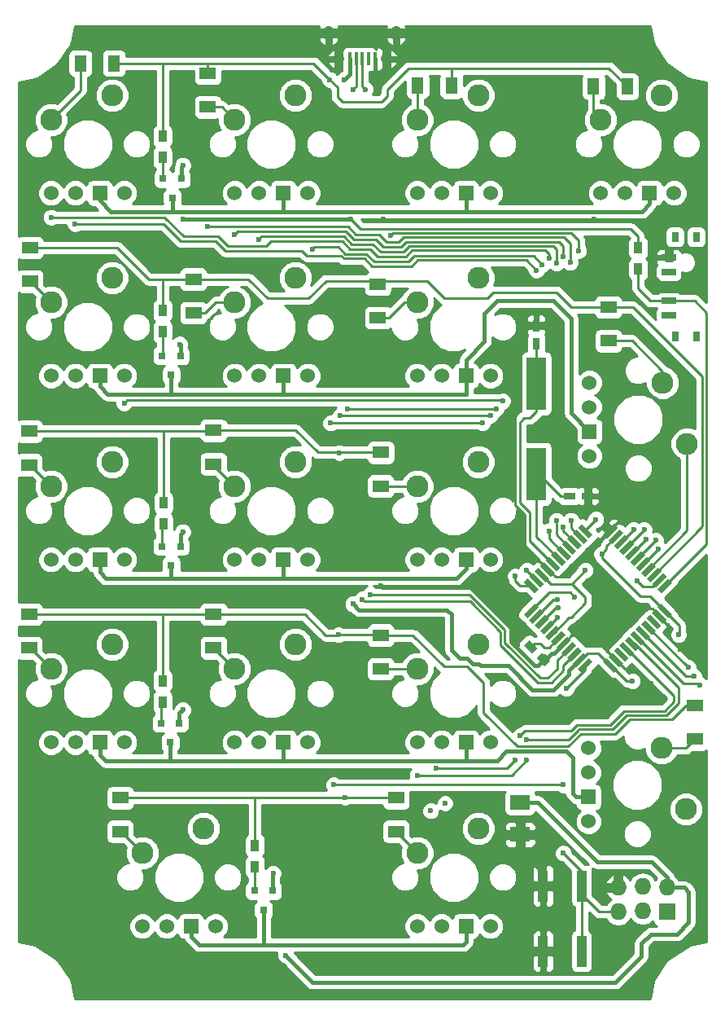
<source format=gbl>
G04 #@! TF.FileFunction,Copper,L2,Bot,Signal*
%FSLAX46Y46*%
G04 Gerber Fmt 4.6, Leading zero omitted, Abs format (unit mm)*
G04 Created by KiCad (PCBNEW 4.0.1-stable) date 8/2/2016 8:04:58 AM*
%MOMM*%
G01*
G04 APERTURE LIST*
%ADD10C,0.100000*%
%ADD11R,1.200000X0.750000*%
%ADD12R,0.750000X1.200000*%
%ADD13R,1.300480X1.699260*%
%ADD14R,1.699260X1.300480*%
%ADD15R,0.400000X1.350000*%
%ADD16O,1.250000X0.950000*%
%ADD17O,1.000000X1.550000*%
%ADD18R,1.727200X1.727200*%
%ADD19O,1.727200X1.727200*%
%ADD20R,0.800100X0.800100*%
%ADD21R,0.900000X1.200000*%
%ADD22R,1.500000X0.700000*%
%ADD23R,0.800000X1.000000*%
%ADD24C,2.286000*%
%ADD25C,1.524000*%
%ADD26R,1.524000X1.524000*%
%ADD27R,1.998980X5.499100*%
%ADD28R,1.000000X3.200000*%
%ADD29R,2.032000X1.524000*%
%ADD30C,0.600000*%
%ADD31C,0.250000*%
%ADD32C,0.400000*%
%ADD33C,0.254000*%
G04 APERTURE END LIST*
D10*
D11*
X168550000Y-98100000D03*
X170450000Y-98100000D03*
D12*
X165100000Y-82250000D03*
X165100000Y-80350000D03*
D10*
G36*
X163838820Y-113569150D02*
X164369150Y-113038820D01*
X165217678Y-113887348D01*
X164687348Y-114417678D01*
X163838820Y-113569150D01*
X163838820Y-113569150D01*
G37*
G36*
X165182322Y-114912652D02*
X165712652Y-114382322D01*
X166561180Y-115230850D01*
X166030850Y-115761180D01*
X165182322Y-114912652D01*
X165182322Y-114912652D01*
G37*
D13*
X121150060Y-53100000D03*
X117649940Y-53100000D03*
D14*
X112400000Y-72249940D03*
X112400000Y-75750060D03*
X112300000Y-91349940D03*
X112300000Y-94850060D03*
X112300000Y-110349940D03*
X112300000Y-113850060D03*
X121800000Y-129449940D03*
X121800000Y-132950060D03*
X130900000Y-54149940D03*
X130900000Y-57650060D03*
X129400000Y-75549940D03*
X129400000Y-79050060D03*
X131500000Y-91249940D03*
X131500000Y-94750060D03*
X131500000Y-110349940D03*
X131500000Y-113850060D03*
D13*
X156250060Y-55400000D03*
X152749940Y-55400000D03*
D14*
X148600000Y-76049940D03*
X148600000Y-79550060D03*
X148900000Y-93549940D03*
X148900000Y-97050060D03*
X148900000Y-112549940D03*
X148900000Y-116050060D03*
X150500000Y-129449940D03*
X150500000Y-132950060D03*
D13*
X174550060Y-55500000D03*
X171049940Y-55500000D03*
D14*
X172600000Y-78449940D03*
X172600000Y-81950060D03*
X181600000Y-119849940D03*
X181600000Y-123350060D03*
D15*
X145699100Y-52662540D03*
X146349100Y-52662540D03*
X146999100Y-52662540D03*
X147649100Y-52662540D03*
X148299100Y-52662540D03*
D16*
X144499100Y-52662540D03*
X149499100Y-52662540D03*
D17*
X143499100Y-49962540D03*
X150499100Y-49962540D03*
D18*
X178700000Y-141300000D03*
D19*
X178700000Y-138760000D03*
X176160000Y-141200000D03*
X176160000Y-138660000D03*
X173620000Y-141300000D03*
X173620000Y-138760000D03*
D20*
X135750000Y-139099240D03*
X137650000Y-139099240D03*
X136700000Y-141098220D03*
X126050000Y-121699240D03*
X127950000Y-121699240D03*
X127000000Y-123698220D03*
X126250000Y-65099240D03*
X128150000Y-65099240D03*
X127200000Y-67098220D03*
X126150000Y-83499240D03*
X128050000Y-83499240D03*
X127100000Y-85498220D03*
X126150000Y-103299240D03*
X128050000Y-103299240D03*
X127100000Y-105298220D03*
D21*
X175700000Y-72300000D03*
X175700000Y-74500000D03*
X135800000Y-136600000D03*
X135800000Y-134400000D03*
X126200000Y-119500000D03*
X126200000Y-117300000D03*
X126200000Y-62900000D03*
X126200000Y-60700000D03*
X126200000Y-81000000D03*
X126200000Y-78800000D03*
X126300000Y-101000000D03*
X126300000Y-98800000D03*
D22*
X178875000Y-73300000D03*
X178875000Y-74800000D03*
X178875000Y-77800000D03*
X178875000Y-79300000D03*
D23*
X181725000Y-71150000D03*
X181725000Y-81450000D03*
X179525000Y-81450000D03*
X179525000Y-71150000D03*
D24*
X120940000Y-56420000D03*
X114590000Y-58960000D03*
D25*
X114590000Y-66580000D03*
X117130000Y-66580000D03*
D26*
X119670000Y-66580000D03*
D25*
X122210000Y-66580000D03*
D24*
X120940000Y-75420000D03*
X114590000Y-77960000D03*
D25*
X114590000Y-85580000D03*
X117130000Y-85580000D03*
D26*
X119670000Y-85580000D03*
D25*
X122210000Y-85580000D03*
D24*
X120940000Y-94520000D03*
X114590000Y-97060000D03*
D25*
X114590000Y-104680000D03*
X117130000Y-104680000D03*
D26*
X119670000Y-104680000D03*
D25*
X122210000Y-104680000D03*
D24*
X120940000Y-113520000D03*
X114590000Y-116060000D03*
D25*
X114590000Y-123680000D03*
X117130000Y-123680000D03*
D26*
X119670000Y-123680000D03*
D25*
X122210000Y-123680000D03*
D24*
X130440000Y-132620000D03*
X124090000Y-135160000D03*
D25*
X124090000Y-142780000D03*
X126630000Y-142780000D03*
D26*
X129170000Y-142780000D03*
D25*
X131710000Y-142780000D03*
D24*
X140040000Y-56420000D03*
X133690000Y-58960000D03*
D25*
X133690000Y-66580000D03*
X136230000Y-66580000D03*
D26*
X138770000Y-66580000D03*
D25*
X141310000Y-66580000D03*
D24*
X140040000Y-75420000D03*
X133690000Y-77960000D03*
D25*
X133690000Y-85580000D03*
X136230000Y-85580000D03*
D26*
X138770000Y-85580000D03*
D25*
X141310000Y-85580000D03*
D24*
X140040000Y-94520000D03*
X133690000Y-97060000D03*
D25*
X133690000Y-104680000D03*
X136230000Y-104680000D03*
D26*
X138770000Y-104680000D03*
D25*
X141310000Y-104680000D03*
D24*
X140040000Y-113520000D03*
X133690000Y-116060000D03*
D25*
X133690000Y-123680000D03*
X136230000Y-123680000D03*
D26*
X138770000Y-123680000D03*
D25*
X141310000Y-123680000D03*
D24*
X159040000Y-56420000D03*
X152690000Y-58960000D03*
D25*
X152690000Y-66580000D03*
X155230000Y-66580000D03*
D26*
X157770000Y-66580000D03*
D25*
X160310000Y-66580000D03*
D24*
X159040000Y-75420000D03*
X152690000Y-77960000D03*
D25*
X152690000Y-85580000D03*
X155230000Y-85580000D03*
D26*
X157770000Y-85580000D03*
D25*
X160310000Y-85580000D03*
D24*
X159040000Y-94520000D03*
X152690000Y-97060000D03*
D25*
X152690000Y-104680000D03*
X155230000Y-104680000D03*
D26*
X157770000Y-104680000D03*
D25*
X160310000Y-104680000D03*
D24*
X159040000Y-113520000D03*
X152690000Y-116060000D03*
D25*
X152690000Y-123680000D03*
X155230000Y-123680000D03*
D26*
X157770000Y-123680000D03*
D25*
X160310000Y-123680000D03*
D24*
X159040000Y-132620000D03*
X152690000Y-135160000D03*
D25*
X152690000Y-142780000D03*
X155230000Y-142780000D03*
D26*
X157770000Y-142780000D03*
D25*
X160310000Y-142780000D03*
D24*
X178140000Y-56420000D03*
X171790000Y-58960000D03*
D25*
X171790000Y-66580000D03*
X174330000Y-66580000D03*
D26*
X176870000Y-66580000D03*
D25*
X179410000Y-66580000D03*
D24*
X180780000Y-92640000D03*
X178240000Y-86290000D03*
D25*
X170620000Y-86290000D03*
X170620000Y-88830000D03*
D26*
X170620000Y-91370000D03*
D25*
X170620000Y-93910000D03*
D24*
X180680000Y-130640000D03*
X178140000Y-124290000D03*
D25*
X170520000Y-124290000D03*
X170520000Y-126830000D03*
D26*
X170520000Y-129370000D03*
D25*
X170520000Y-131910000D03*
D10*
G36*
X169824156Y-116428677D02*
X169428177Y-116032698D01*
X170559548Y-114901327D01*
X170955527Y-115297306D01*
X169824156Y-116428677D01*
X169824156Y-116428677D01*
G37*
G36*
X169258471Y-115862991D02*
X168862492Y-115467012D01*
X169993863Y-114335641D01*
X170389842Y-114731620D01*
X169258471Y-115862991D01*
X169258471Y-115862991D01*
G37*
G36*
X168692786Y-115297306D02*
X168296807Y-114901327D01*
X169428178Y-113769956D01*
X169824157Y-114165935D01*
X168692786Y-115297306D01*
X168692786Y-115297306D01*
G37*
G36*
X168127100Y-114731621D02*
X167731121Y-114335642D01*
X168862492Y-113204271D01*
X169258471Y-113600250D01*
X168127100Y-114731621D01*
X168127100Y-114731621D01*
G37*
G36*
X167561415Y-114165935D02*
X167165436Y-113769956D01*
X168296807Y-112638585D01*
X168692786Y-113034564D01*
X167561415Y-114165935D01*
X167561415Y-114165935D01*
G37*
G36*
X166995729Y-113600250D02*
X166599750Y-113204271D01*
X167731121Y-112072900D01*
X168127100Y-112468879D01*
X166995729Y-113600250D01*
X166995729Y-113600250D01*
G37*
G36*
X166430044Y-113034564D02*
X166034065Y-112638585D01*
X167165436Y-111507214D01*
X167561415Y-111903193D01*
X166430044Y-113034564D01*
X166430044Y-113034564D01*
G37*
G36*
X165864358Y-112468879D02*
X165468379Y-112072900D01*
X166599750Y-110941529D01*
X166995729Y-111337508D01*
X165864358Y-112468879D01*
X165864358Y-112468879D01*
G37*
G36*
X165298673Y-111903193D02*
X164902694Y-111507214D01*
X166034065Y-110375843D01*
X166430044Y-110771822D01*
X165298673Y-111903193D01*
X165298673Y-111903193D01*
G37*
G36*
X164732988Y-111337508D02*
X164337009Y-110941529D01*
X165468380Y-109810158D01*
X165864359Y-110206137D01*
X164732988Y-111337508D01*
X164732988Y-111337508D01*
G37*
G36*
X164167302Y-110771823D02*
X163771323Y-110375844D01*
X164902694Y-109244473D01*
X165298673Y-109640452D01*
X164167302Y-110771823D01*
X164167302Y-110771823D01*
G37*
G36*
X163771323Y-107024156D02*
X164167302Y-106628177D01*
X165298673Y-107759548D01*
X164902694Y-108155527D01*
X163771323Y-107024156D01*
X163771323Y-107024156D01*
G37*
G36*
X164337009Y-106458471D02*
X164732988Y-106062492D01*
X165864359Y-107193863D01*
X165468380Y-107589842D01*
X164337009Y-106458471D01*
X164337009Y-106458471D01*
G37*
G36*
X164902694Y-105892786D02*
X165298673Y-105496807D01*
X166430044Y-106628178D01*
X166034065Y-107024157D01*
X164902694Y-105892786D01*
X164902694Y-105892786D01*
G37*
G36*
X165468379Y-105327100D02*
X165864358Y-104931121D01*
X166995729Y-106062492D01*
X166599750Y-106458471D01*
X165468379Y-105327100D01*
X165468379Y-105327100D01*
G37*
G36*
X166034065Y-104761415D02*
X166430044Y-104365436D01*
X167561415Y-105496807D01*
X167165436Y-105892786D01*
X166034065Y-104761415D01*
X166034065Y-104761415D01*
G37*
G36*
X166599750Y-104195729D02*
X166995729Y-103799750D01*
X168127100Y-104931121D01*
X167731121Y-105327100D01*
X166599750Y-104195729D01*
X166599750Y-104195729D01*
G37*
G36*
X167165436Y-103630044D02*
X167561415Y-103234065D01*
X168692786Y-104365436D01*
X168296807Y-104761415D01*
X167165436Y-103630044D01*
X167165436Y-103630044D01*
G37*
G36*
X167731121Y-103064358D02*
X168127100Y-102668379D01*
X169258471Y-103799750D01*
X168862492Y-104195729D01*
X167731121Y-103064358D01*
X167731121Y-103064358D01*
G37*
G36*
X168296807Y-102498673D02*
X168692786Y-102102694D01*
X169824157Y-103234065D01*
X169428178Y-103630044D01*
X168296807Y-102498673D01*
X168296807Y-102498673D01*
G37*
G36*
X168862492Y-101932988D02*
X169258471Y-101537009D01*
X170389842Y-102668380D01*
X169993863Y-103064359D01*
X168862492Y-101932988D01*
X168862492Y-101932988D01*
G37*
G36*
X169428177Y-101367302D02*
X169824156Y-100971323D01*
X170955527Y-102102694D01*
X170559548Y-102498673D01*
X169428177Y-101367302D01*
X169428177Y-101367302D01*
G37*
G36*
X172440452Y-102498673D02*
X172044473Y-102102694D01*
X173175844Y-100971323D01*
X173571823Y-101367302D01*
X172440452Y-102498673D01*
X172440452Y-102498673D01*
G37*
G36*
X173006137Y-103064359D02*
X172610158Y-102668380D01*
X173741529Y-101537009D01*
X174137508Y-101932988D01*
X173006137Y-103064359D01*
X173006137Y-103064359D01*
G37*
G36*
X173571822Y-103630044D02*
X173175843Y-103234065D01*
X174307214Y-102102694D01*
X174703193Y-102498673D01*
X173571822Y-103630044D01*
X173571822Y-103630044D01*
G37*
G36*
X174137508Y-104195729D02*
X173741529Y-103799750D01*
X174872900Y-102668379D01*
X175268879Y-103064358D01*
X174137508Y-104195729D01*
X174137508Y-104195729D01*
G37*
G36*
X174703193Y-104761415D02*
X174307214Y-104365436D01*
X175438585Y-103234065D01*
X175834564Y-103630044D01*
X174703193Y-104761415D01*
X174703193Y-104761415D01*
G37*
G36*
X175268879Y-105327100D02*
X174872900Y-104931121D01*
X176004271Y-103799750D01*
X176400250Y-104195729D01*
X175268879Y-105327100D01*
X175268879Y-105327100D01*
G37*
G36*
X175834564Y-105892786D02*
X175438585Y-105496807D01*
X176569956Y-104365436D01*
X176965935Y-104761415D01*
X175834564Y-105892786D01*
X175834564Y-105892786D01*
G37*
G36*
X176400250Y-106458471D02*
X176004271Y-106062492D01*
X177135642Y-104931121D01*
X177531621Y-105327100D01*
X176400250Y-106458471D01*
X176400250Y-106458471D01*
G37*
G36*
X176965935Y-107024157D02*
X176569956Y-106628178D01*
X177701327Y-105496807D01*
X178097306Y-105892786D01*
X176965935Y-107024157D01*
X176965935Y-107024157D01*
G37*
G36*
X177531620Y-107589842D02*
X177135641Y-107193863D01*
X178267012Y-106062492D01*
X178662991Y-106458471D01*
X177531620Y-107589842D01*
X177531620Y-107589842D01*
G37*
G36*
X178097306Y-108155527D02*
X177701327Y-107759548D01*
X178832698Y-106628177D01*
X179228677Y-107024156D01*
X178097306Y-108155527D01*
X178097306Y-108155527D01*
G37*
G36*
X177701327Y-109640452D02*
X178097306Y-109244473D01*
X179228677Y-110375844D01*
X178832698Y-110771823D01*
X177701327Y-109640452D01*
X177701327Y-109640452D01*
G37*
G36*
X177135641Y-110206137D02*
X177531620Y-109810158D01*
X178662991Y-110941529D01*
X178267012Y-111337508D01*
X177135641Y-110206137D01*
X177135641Y-110206137D01*
G37*
G36*
X176569956Y-110771822D02*
X176965935Y-110375843D01*
X178097306Y-111507214D01*
X177701327Y-111903193D01*
X176569956Y-110771822D01*
X176569956Y-110771822D01*
G37*
G36*
X176004271Y-111337508D02*
X176400250Y-110941529D01*
X177531621Y-112072900D01*
X177135642Y-112468879D01*
X176004271Y-111337508D01*
X176004271Y-111337508D01*
G37*
G36*
X175438585Y-111903193D02*
X175834564Y-111507214D01*
X176965935Y-112638585D01*
X176569956Y-113034564D01*
X175438585Y-111903193D01*
X175438585Y-111903193D01*
G37*
G36*
X174872900Y-112468879D02*
X175268879Y-112072900D01*
X176400250Y-113204271D01*
X176004271Y-113600250D01*
X174872900Y-112468879D01*
X174872900Y-112468879D01*
G37*
G36*
X174307214Y-113034564D02*
X174703193Y-112638585D01*
X175834564Y-113769956D01*
X175438585Y-114165935D01*
X174307214Y-113034564D01*
X174307214Y-113034564D01*
G37*
G36*
X173741529Y-113600250D02*
X174137508Y-113204271D01*
X175268879Y-114335642D01*
X174872900Y-114731621D01*
X173741529Y-113600250D01*
X173741529Y-113600250D01*
G37*
G36*
X173175843Y-114165935D02*
X173571822Y-113769956D01*
X174703193Y-114901327D01*
X174307214Y-115297306D01*
X173175843Y-114165935D01*
X173175843Y-114165935D01*
G37*
G36*
X172610158Y-114731620D02*
X173006137Y-114335641D01*
X174137508Y-115467012D01*
X173741529Y-115862991D01*
X172610158Y-114731620D01*
X172610158Y-114731620D01*
G37*
G36*
X172044473Y-115297306D02*
X172440452Y-114901327D01*
X173571823Y-116032698D01*
X173175844Y-116428677D01*
X172044473Y-115297306D01*
X172044473Y-115297306D01*
G37*
D27*
X165100000Y-95799000D03*
X165100000Y-86401000D03*
D28*
X165800000Y-145400000D03*
X165800000Y-138600000D03*
X169800000Y-138600000D03*
X169800000Y-145400000D03*
D29*
X163400000Y-129949000D03*
X163400000Y-133251000D03*
D30*
X163300000Y-146700000D03*
X163300000Y-149700000D03*
X177000000Y-117600000D03*
X180100000Y-114000000D03*
X159400000Y-107600000D03*
X171100000Y-69300000D03*
X171100000Y-71500000D03*
X147000000Y-111300000D03*
X148800000Y-82200000D03*
X147000000Y-119700000D03*
X147000000Y-145700000D03*
X167900000Y-139800000D03*
X148900000Y-107400000D03*
X149200000Y-69300000D03*
X148800000Y-54800000D03*
X162900000Y-106400000D03*
X159500000Y-90500000D03*
X143600000Y-54800000D03*
X143700000Y-90500000D03*
X144600000Y-93600000D03*
X144000000Y-128100000D03*
X167900000Y-128100000D03*
X175600000Y-106900000D03*
X166400000Y-101700000D03*
X160300000Y-89700000D03*
X144700000Y-89700000D03*
X144500000Y-112500000D03*
X167200000Y-100600000D03*
X160900000Y-89000000D03*
X145400000Y-89000000D03*
X145200000Y-129400000D03*
X179900000Y-112500000D03*
X175100000Y-117300000D03*
X139000000Y-145800000D03*
X170200000Y-105800000D03*
X171900000Y-104100000D03*
X146000000Y-109300000D03*
X137700000Y-137300000D03*
X128000000Y-82300000D03*
X128300000Y-101800000D03*
X128300000Y-120300000D03*
X128300000Y-63700000D03*
X128300000Y-69300000D03*
X145800000Y-69300000D03*
X145100000Y-54800000D03*
X146000000Y-55800000D03*
X147300000Y-55800000D03*
X169100000Y-108600000D03*
X167400000Y-109700000D03*
X167300000Y-108800000D03*
X167900000Y-135200000D03*
X164100000Y-105800000D03*
X147000000Y-108800000D03*
X147800000Y-108300000D03*
X167300000Y-110700000D03*
X114600000Y-69100000D03*
X166400000Y-73400000D03*
X175200000Y-101600000D03*
X117100000Y-69800000D03*
X165100000Y-74600000D03*
X168700000Y-100600000D03*
X167900000Y-101300000D03*
X161600000Y-88200000D03*
X122200000Y-88400000D03*
X130900000Y-70100000D03*
X168600000Y-73800000D03*
X177500000Y-102700000D03*
X176500000Y-102600000D03*
X167900000Y-73200000D03*
X133700000Y-70900000D03*
X136200000Y-71400000D03*
X167200000Y-73900000D03*
X176300000Y-101600000D03*
X171300000Y-100500000D03*
X165700000Y-74000000D03*
X141800000Y-72400000D03*
X177800000Y-103600000D03*
X169500000Y-72600000D03*
X149900000Y-71000000D03*
X152700000Y-127100000D03*
X164100000Y-125500000D03*
X164100000Y-123400000D03*
X154100000Y-130800000D03*
X163400000Y-123000000D03*
X162900000Y-125500000D03*
X154700000Y-126400000D03*
X155600000Y-130000000D03*
X168200000Y-118100000D03*
X180900000Y-115900000D03*
X181500000Y-116800000D03*
X182100000Y-117700000D03*
D31*
X165100000Y-95799000D02*
X165299000Y-95799000D01*
X165299000Y-95799000D02*
X167600000Y-98100000D01*
X167600000Y-98100000D02*
X168550000Y-98100000D01*
X165100000Y-95799000D02*
X165100000Y-102300000D01*
X165100000Y-102300000D02*
X167363425Y-104563425D01*
X163600000Y-146400000D02*
X163300000Y-146700000D01*
X163600000Y-146400000D02*
X163600000Y-145700000D01*
D32*
X163400000Y-133251000D02*
X163400000Y-134800000D01*
X163400000Y-134800000D02*
X165800000Y-137200000D01*
X165800000Y-137200000D02*
X165800000Y-138600000D01*
X165871751Y-115071751D02*
X166028249Y-115071751D01*
X166028249Y-115071751D02*
X166700000Y-114400000D01*
X166931371Y-114400000D02*
X167929111Y-113402260D01*
X166700000Y-114400000D02*
X166931371Y-114400000D01*
D31*
X165871751Y-115071751D02*
X165928249Y-115071751D01*
D32*
X165871751Y-115071751D02*
X165243502Y-115700000D01*
X164942464Y-115700000D02*
X165243502Y-115700000D01*
X162471232Y-113228768D02*
X164942464Y-115700000D01*
X162471232Y-111771232D02*
X162471232Y-113228768D01*
X162471232Y-111771232D02*
X158350000Y-107650000D01*
D31*
X167929111Y-113402260D02*
X167929111Y-113370889D01*
X167929111Y-113370889D02*
X168700000Y-112600000D01*
X170874517Y-112600000D02*
X171987259Y-113712742D01*
X168700000Y-112600000D02*
X170874517Y-112600000D01*
D32*
X167929111Y-113402260D02*
X167897740Y-113402260D01*
D31*
X173373833Y-115099316D02*
X173399316Y-115099316D01*
X173399316Y-115099316D02*
X174300000Y-116000000D01*
X175400000Y-116000000D02*
X177000000Y-117600000D01*
X174300000Y-116000000D02*
X175400000Y-116000000D01*
X177899316Y-110573833D02*
X177899316Y-110599316D01*
X177899316Y-110599316D02*
X178900000Y-111600000D01*
X178900000Y-112800000D02*
X180100000Y-114000000D01*
X178900000Y-111600000D02*
X178900000Y-112800000D01*
X158350000Y-107650000D02*
X159350000Y-107650000D01*
X159350000Y-107650000D02*
X159400000Y-107600000D01*
X164800000Y-145400000D02*
X165800000Y-145400000D01*
X164500000Y-145700000D02*
X164800000Y-145400000D01*
X160500000Y-145700000D02*
X163600000Y-145700000D01*
X163600000Y-145700000D02*
X164500000Y-145700000D01*
X147000000Y-145700000D02*
X160500000Y-145700000D01*
X165800000Y-145400000D02*
X165800000Y-138600000D01*
X166700000Y-138600000D02*
X165800000Y-138600000D01*
X167900000Y-139800000D02*
X166700000Y-138600000D01*
X170171573Y-104371573D02*
X170471574Y-104371573D01*
X170471574Y-104371573D02*
X175900001Y-109800000D01*
X177899316Y-110573833D02*
X177899316Y-110499316D01*
X177899316Y-110499316D02*
X177200000Y-109800000D01*
X177200000Y-109800000D02*
X175900001Y-109800000D01*
X175900001Y-109800000D02*
X171987259Y-113712742D01*
X166232054Y-105694796D02*
X166294796Y-105694796D01*
X166294796Y-105694796D02*
X167100000Y-106500000D01*
X168043146Y-106500000D02*
X170171573Y-104371573D01*
X170171573Y-104371573D02*
X172808148Y-101734998D01*
X167100000Y-106500000D02*
X168043146Y-106500000D01*
D32*
X158300000Y-107600000D02*
X158350000Y-107650000D01*
X149100000Y-107600000D02*
X158300000Y-107600000D01*
X148900000Y-107400000D02*
X149100000Y-107600000D01*
D31*
X171987259Y-113712742D02*
X173373833Y-115099316D01*
X165100000Y-80350000D02*
X164150000Y-80350000D01*
X163900000Y-103362742D02*
X166232054Y-105694796D01*
X163900000Y-100000000D02*
X163900000Y-103362742D01*
X162900000Y-99000000D02*
X163900000Y-100000000D01*
X162900000Y-81600000D02*
X162900000Y-99000000D01*
X164150000Y-80350000D02*
X162900000Y-81600000D01*
X165100000Y-80350000D02*
X166650000Y-80350000D01*
X170450000Y-96850000D02*
X169900000Y-96300000D01*
X169900000Y-96300000D02*
X168400000Y-96300000D01*
X168400000Y-96300000D02*
X167400000Y-95300000D01*
X167400000Y-95300000D02*
X167400000Y-81100000D01*
X167400000Y-81100000D02*
X166650000Y-80350000D01*
X170450000Y-96850000D02*
X170450000Y-98100000D01*
X178875000Y-73300000D02*
X177800000Y-73300000D01*
X176700000Y-69300000D02*
X172100000Y-69300000D01*
X177200000Y-69800000D02*
X176700000Y-69300000D01*
X177200000Y-72700000D02*
X177200000Y-69800000D01*
X177800000Y-73300000D02*
X177200000Y-72700000D01*
X149200000Y-69300000D02*
X165200000Y-69300000D01*
X165200000Y-69300000D02*
X171100000Y-69300000D01*
X171100000Y-69300000D02*
X172100000Y-69300000D01*
D32*
X148299100Y-52662540D02*
X148299100Y-54299100D01*
X148299100Y-54299100D02*
X148800000Y-54800000D01*
D31*
X165100000Y-86401000D02*
X165100000Y-82250000D01*
X163700000Y-90000000D02*
X163700000Y-90100000D01*
X165100000Y-89300000D02*
X164400000Y-90000000D01*
X164400000Y-90000000D02*
X163700000Y-90000000D01*
X165100000Y-86401000D02*
X165100000Y-89300000D01*
X164400000Y-102731371D02*
X166797740Y-105129111D01*
X164400000Y-99800000D02*
X164400000Y-102731371D01*
X163400000Y-98800000D02*
X164400000Y-99800000D01*
X163400000Y-90400000D02*
X163400000Y-98800000D01*
X163700000Y-90100000D02*
X163400000Y-90400000D01*
X164528249Y-113728249D02*
X164571751Y-113728249D01*
X164571751Y-113728249D02*
X164643502Y-113800000D01*
X164643502Y-113800000D02*
X164643502Y-113656498D01*
X164643502Y-113656498D02*
X164900000Y-113400000D01*
X164900000Y-113400000D02*
X165500000Y-113400000D01*
X165500000Y-113400000D02*
X165900000Y-113800000D01*
X165900000Y-113800000D02*
X166400000Y-113800000D01*
X166400000Y-113800000D02*
X167363425Y-112836575D01*
X126200000Y-60700000D02*
X126200000Y-53100000D01*
X159500000Y-90500000D02*
X143700000Y-90500000D01*
X163391852Y-107391852D02*
X162900000Y-106900000D01*
X162900000Y-106900000D02*
X162900000Y-106400000D01*
X164534998Y-107391852D02*
X163391852Y-107391852D01*
X130900000Y-54149940D02*
X130900000Y-53100000D01*
X156250060Y-55400000D02*
X156250060Y-53600000D01*
X156250060Y-53600000D02*
X156200000Y-53600000D01*
X121150060Y-53100000D02*
X126200000Y-53100000D01*
X126200000Y-53100000D02*
X126700000Y-53100000D01*
X126700000Y-53100000D02*
X130900000Y-53100000D01*
X130900000Y-53100000D02*
X141900000Y-53100000D01*
X172650060Y-53600000D02*
X174550060Y-55500000D01*
X151800000Y-53600000D02*
X156200000Y-53600000D01*
X156200000Y-53600000D02*
X172650060Y-53600000D01*
X149600000Y-55800000D02*
X151800000Y-53600000D01*
X149600000Y-56500000D02*
X149600000Y-55800000D01*
X149000000Y-57100000D02*
X149600000Y-56500000D01*
X144900000Y-57100000D02*
X149000000Y-57100000D01*
X144400000Y-56600000D02*
X144900000Y-57100000D01*
X144400000Y-55600000D02*
X144400000Y-56600000D01*
X141900000Y-53100000D02*
X143600000Y-54800000D01*
X143600000Y-54800000D02*
X144400000Y-55600000D01*
X117649940Y-53100000D02*
X117649940Y-55900060D01*
X117649940Y-55900060D02*
X114590000Y-58960000D01*
X126200000Y-75549940D02*
X129400000Y-75549940D01*
X129400000Y-75549940D02*
X135149940Y-75549940D01*
X137100000Y-77500000D02*
X135149940Y-75549940D01*
X141400000Y-77500000D02*
X137100000Y-77500000D01*
X143200000Y-75700000D02*
X141400000Y-77500000D01*
X148250060Y-75700000D02*
X143200000Y-75700000D01*
X148250060Y-75700000D02*
X148600000Y-76049940D01*
X126200000Y-78800000D02*
X126200000Y-75549940D01*
X121449940Y-72249940D02*
X112400000Y-72249940D01*
X126200000Y-75549940D02*
X124749940Y-75549940D01*
X124749940Y-75549940D02*
X121449940Y-72249940D01*
X163100000Y-76900000D02*
X160600000Y-76900000D01*
X172600000Y-78449940D02*
X168749940Y-78449940D01*
X167200000Y-76900000D02*
X163100000Y-76900000D01*
X168749940Y-78449940D02*
X167200000Y-76900000D01*
X153700000Y-75700000D02*
X149900000Y-75700000D01*
X149900000Y-75700000D02*
X148949940Y-75700000D01*
X155500000Y-77500000D02*
X153700000Y-75700000D01*
X160000000Y-77500000D02*
X155500000Y-77500000D01*
X160600000Y-76900000D02*
X160000000Y-77500000D01*
X148949940Y-75700000D02*
X148600000Y-76049940D01*
X172600000Y-78449940D02*
X175149940Y-78449940D01*
X182349998Y-101244115D02*
X177333631Y-106260482D01*
X182349998Y-85649998D02*
X182349998Y-101244115D01*
X175149940Y-78449940D02*
X182349998Y-85649998D01*
X112400000Y-75750060D02*
X112400000Y-75770000D01*
X112400000Y-75770000D02*
X114590000Y-77960000D01*
X144600000Y-93600000D02*
X144600000Y-93549940D01*
X167900000Y-128100000D02*
X144000000Y-128100000D01*
X176200000Y-107500000D02*
X175600000Y-106900000D01*
X177200000Y-107500000D02*
X176200000Y-107500000D01*
X177873833Y-106826167D02*
X177200000Y-107500000D01*
X177899316Y-106826167D02*
X177873833Y-106826167D01*
X131500000Y-91249940D02*
X140049940Y-91249940D01*
X140049940Y-91249940D02*
X142349940Y-93549940D01*
X142349940Y-93549940D02*
X144600000Y-93549940D01*
X144600000Y-93549940D02*
X148900000Y-93549940D01*
X126300000Y-98800000D02*
X126300000Y-91349940D01*
X112300000Y-91349940D02*
X126300000Y-91349940D01*
X126300000Y-91349940D02*
X131400000Y-91349940D01*
X112300000Y-94850060D02*
X112380060Y-94850060D01*
X112380060Y-94850060D02*
X114590000Y-97060000D01*
X144500000Y-112500000D02*
X148850060Y-112500000D01*
X148850060Y-112500000D02*
X148900000Y-112549940D01*
X148900000Y-112549940D02*
X152249940Y-112549940D01*
X131500000Y-110349940D02*
X140949940Y-110349940D01*
X140949940Y-110349940D02*
X141000000Y-110400000D01*
X167929111Y-103997740D02*
X167897740Y-103997740D01*
X167897740Y-103997740D02*
X166400000Y-102500000D01*
X166400000Y-102500000D02*
X166400000Y-101700000D01*
X160300000Y-89700000D02*
X144700000Y-89700000D01*
X144500000Y-112500000D02*
X144500000Y-112549940D01*
X180650060Y-119849940D02*
X179200000Y-121300000D01*
X179200000Y-121300000D02*
X174800000Y-121300000D01*
X174800000Y-121300000D02*
X173300000Y-122800000D01*
X173300000Y-122800000D02*
X169700000Y-122800000D01*
X169700000Y-122800000D02*
X168400000Y-124100000D01*
X168400000Y-124100000D02*
X163100000Y-124100000D01*
X163100000Y-124100000D02*
X159600000Y-120600000D01*
X159600000Y-120600000D02*
X159600000Y-117500000D01*
X180650060Y-119849940D02*
X181600000Y-119849940D01*
X157900000Y-115800000D02*
X159600000Y-117500000D01*
X155500000Y-115800000D02*
X157900000Y-115800000D01*
X152249940Y-112549940D02*
X155500000Y-115800000D01*
X143149940Y-112549940D02*
X144500000Y-112549940D01*
X140949940Y-110349940D02*
X141000000Y-110400000D01*
X141000000Y-110400000D02*
X143149940Y-112549940D01*
X126200000Y-117300000D02*
X126200000Y-110349940D01*
X131600000Y-110449940D02*
X131500000Y-110349940D01*
X131500000Y-110349940D02*
X126200000Y-110349940D01*
X126200000Y-110349940D02*
X112300000Y-110349940D01*
X112300000Y-113850060D02*
X112380060Y-113850060D01*
X112380060Y-113850060D02*
X114590000Y-116060000D01*
X121800000Y-132950060D02*
X121880060Y-132950060D01*
X121880060Y-132950060D02*
X124090000Y-135160000D01*
X130900000Y-57650060D02*
X132380060Y-57650060D01*
X132380060Y-57650060D02*
X133690000Y-58960000D01*
X132849940Y-58119940D02*
X133690000Y-58960000D01*
X129400000Y-79050060D02*
X130649940Y-79050060D01*
X131740000Y-77960000D02*
X133690000Y-77960000D01*
X130649940Y-79050060D02*
X131740000Y-77960000D01*
X131500000Y-94750060D02*
X131500000Y-94870000D01*
X131500000Y-94870000D02*
X133690000Y-97060000D01*
X131500000Y-113850060D02*
X131500000Y-113870000D01*
X131500000Y-113870000D02*
X133690000Y-116060000D01*
X152749940Y-55400000D02*
X152749940Y-58900060D01*
X152749940Y-58900060D02*
X152690000Y-58960000D01*
X152749940Y-58900060D02*
X152690000Y-58960000D01*
X148600000Y-79550060D02*
X149749940Y-79550060D01*
X151340000Y-77960000D02*
X152690000Y-77960000D01*
X149749940Y-79550060D02*
X151340000Y-77960000D01*
X148900000Y-97050060D02*
X152680060Y-97050060D01*
X152680060Y-97050060D02*
X152690000Y-97060000D01*
X148900000Y-116050060D02*
X152680060Y-116050060D01*
X152680060Y-116050060D02*
X152690000Y-116060000D01*
X168494796Y-103432054D02*
X168494796Y-103394796D01*
X168494796Y-103394796D02*
X167200000Y-102100000D01*
X167200000Y-102100000D02*
X167200000Y-100600000D01*
X160900000Y-89000000D02*
X145400000Y-89000000D01*
X145200000Y-129400000D02*
X145200000Y-129449940D01*
X135800000Y-134400000D02*
X135800000Y-129449940D01*
X121800000Y-129449940D02*
X135800000Y-129449940D01*
X135800000Y-129449940D02*
X145200000Y-129449940D01*
X145200000Y-129449940D02*
X150500000Y-129449940D01*
X150500000Y-132950060D02*
X150500000Y-132970000D01*
X150500000Y-132970000D02*
X152690000Y-135160000D01*
X171049940Y-55500000D02*
X171049940Y-58219940D01*
X171049940Y-58219940D02*
X171790000Y-58960000D01*
X171049940Y-58219940D02*
X171790000Y-58960000D01*
X172600000Y-81950060D02*
X175050060Y-81950060D01*
X178240000Y-85140000D02*
X178240000Y-86290000D01*
X175050060Y-81950060D02*
X178240000Y-85140000D01*
X178240000Y-86290000D02*
X178240000Y-85660000D01*
X178140000Y-124290000D02*
X180660060Y-124290000D01*
X180660060Y-124290000D02*
X181600000Y-123350060D01*
D32*
X163400000Y-129949000D02*
X165249000Y-129949000D01*
X178700000Y-137700000D02*
X178700000Y-138760000D01*
X177100000Y-136100000D02*
X178700000Y-137700000D01*
X171400000Y-136100000D02*
X177100000Y-136100000D01*
X165249000Y-129949000D02*
X171400000Y-136100000D01*
D31*
X173900000Y-116700000D02*
X174500000Y-117300000D01*
X172865002Y-115665002D02*
X173900000Y-116700000D01*
X180000000Y-111543146D02*
X178465002Y-110008148D01*
X180000000Y-112400000D02*
X180000000Y-111543146D01*
X179900000Y-112500000D02*
X180000000Y-112400000D01*
X174500000Y-117300000D02*
X175100000Y-117300000D01*
D32*
X180900000Y-142400000D02*
X180900000Y-139200000D01*
X141800000Y-148600000D02*
X173300000Y-148600000D01*
X173300000Y-148600000D02*
X176000000Y-145900000D01*
X176000000Y-145900000D02*
X176000000Y-144600000D01*
X176000000Y-144600000D02*
X177000000Y-143600000D01*
X177000000Y-143600000D02*
X179700000Y-143600000D01*
X179700000Y-143600000D02*
X180900000Y-142400000D01*
X180460000Y-138760000D02*
X178700000Y-138760000D01*
X180900000Y-139200000D02*
X180460000Y-138760000D01*
X139000000Y-145800000D02*
X141800000Y-148600000D01*
D31*
X172808148Y-115665002D02*
X172865002Y-115665002D01*
X178465002Y-110165002D02*
X178465002Y-110065002D01*
X178465002Y-110065002D02*
X176900000Y-108500000D01*
X176900000Y-108500000D02*
X175900000Y-108500000D01*
X175900000Y-108500000D02*
X171900000Y-104500000D01*
X171900000Y-104500000D02*
X171900000Y-104100000D01*
X178465002Y-110008148D02*
X178408148Y-110008148D01*
X168800000Y-107200000D02*
X170200000Y-105800000D01*
X172400000Y-103274517D02*
X173373833Y-102300684D01*
X172400000Y-103600000D02*
X172400000Y-103274517D01*
X171900000Y-104100000D02*
X172200000Y-103800000D01*
X172200000Y-103800000D02*
X172400000Y-103600000D01*
X162800000Y-70300000D02*
X174900000Y-70300000D01*
X162800000Y-70300000D02*
X146800000Y-70300000D01*
X145800000Y-69300000D02*
X146800000Y-70300000D01*
X175700000Y-71100000D02*
X175700000Y-72300000D01*
X174900000Y-70300000D02*
X175700000Y-71100000D01*
X166797740Y-112270889D02*
X166929111Y-112270889D01*
X166929111Y-112270889D02*
X168500000Y-110700000D01*
X168500000Y-110700000D02*
X168700000Y-110700000D01*
X168700000Y-110700000D02*
X170200000Y-109200000D01*
X170200000Y-109200000D02*
X170200000Y-108600000D01*
X170200000Y-108600000D02*
X168800000Y-107200000D01*
X165666369Y-106260482D02*
X165666369Y-106266369D01*
X165666369Y-106266369D02*
X166600000Y-107200000D01*
X166600000Y-107200000D02*
X168800000Y-107200000D01*
D32*
X169626167Y-115099316D02*
X169600684Y-115099316D01*
X169600684Y-115099316D02*
X168500000Y-116200000D01*
X146600000Y-109900000D02*
X146000000Y-109300000D01*
X155800000Y-109900000D02*
X146600000Y-109900000D01*
X156300000Y-110400000D02*
X155800000Y-109900000D01*
X156300000Y-114100000D02*
X156300000Y-110400000D01*
X157100000Y-114900000D02*
X156300000Y-114100000D01*
X157900000Y-114900000D02*
X157100000Y-114900000D01*
X158500000Y-115500000D02*
X157900000Y-114900000D01*
X159100000Y-115500000D02*
X158500000Y-115500000D01*
X159300000Y-115700000D02*
X159100000Y-115500000D01*
X162200000Y-115700000D02*
X159300000Y-115700000D01*
X164700000Y-118200000D02*
X162200000Y-115700000D01*
X166900000Y-118200000D02*
X164700000Y-118200000D01*
X168500000Y-116600000D02*
X166900000Y-118200000D01*
X168500000Y-116200000D02*
X168500000Y-116600000D01*
D31*
X169626167Y-115099316D02*
X169700684Y-115099316D01*
X169700684Y-115099316D02*
X170400000Y-114400000D01*
X170400000Y-114400000D02*
X171543146Y-114400000D01*
X171543146Y-114400000D02*
X172808148Y-115665002D01*
D32*
X137650000Y-137350000D02*
X137650000Y-139099240D01*
X137700000Y-137300000D02*
X137650000Y-137350000D01*
X128050000Y-82350000D02*
X128050000Y-83499240D01*
X128000000Y-82300000D02*
X128050000Y-82350000D01*
X128050000Y-103299240D02*
X128050000Y-102050000D01*
X128050000Y-102050000D02*
X128300000Y-101800000D01*
X127950000Y-121699240D02*
X127950000Y-120650000D01*
X127950000Y-120650000D02*
X128300000Y-120300000D01*
X128150000Y-63850000D02*
X128150000Y-65099240D01*
X128300000Y-63700000D02*
X128150000Y-63850000D01*
X145800000Y-69300000D02*
X128300000Y-69300000D01*
X145699100Y-52662540D02*
X145699100Y-54200900D01*
X145699100Y-54200900D02*
X145100000Y-54800000D01*
D31*
X146349100Y-52662540D02*
X146349100Y-55450900D01*
X146349100Y-55450900D02*
X146000000Y-55800000D01*
X146999100Y-52662540D02*
X146999100Y-55499100D01*
X146999100Y-55499100D02*
X147300000Y-55800000D01*
X168600000Y-108100000D02*
X169100000Y-108600000D01*
X166400000Y-108100000D02*
X168600000Y-108100000D01*
X164534998Y-109965002D02*
X166400000Y-108100000D01*
X164534998Y-110008148D02*
X164534998Y-109965002D01*
X165666369Y-111133631D02*
X167100000Y-109700000D01*
X167100000Y-109700000D02*
X167400000Y-109700000D01*
X165666369Y-111139518D02*
X165666369Y-111133631D01*
X165100684Y-110573833D02*
X165126167Y-110573833D01*
X165126167Y-110573833D02*
X166900000Y-108800000D01*
X166900000Y-108800000D02*
X167300000Y-108800000D01*
X169800000Y-138600000D02*
X169800000Y-145400000D01*
X169800000Y-137100000D02*
X167900000Y-135200000D01*
X165100684Y-106800684D02*
X164100000Y-105800000D01*
X169800000Y-137100000D02*
X169800000Y-139500000D01*
X169800000Y-139500000D02*
X171600000Y-141300000D01*
X171600000Y-141300000D02*
X173620000Y-141300000D01*
X165100684Y-106826167D02*
X165100684Y-106800684D01*
X135800000Y-136600000D02*
X135800000Y-139049240D01*
X135800000Y-139049240D02*
X135750000Y-139099240D01*
X126050000Y-121699240D02*
X126050000Y-119650000D01*
X126050000Y-119650000D02*
X126200000Y-119500000D01*
D32*
X163700000Y-124625002D02*
X161974998Y-124625002D01*
X161030000Y-125570000D02*
X157770000Y-125570000D01*
X161974998Y-124625002D02*
X161030000Y-125570000D01*
X169270000Y-129370000D02*
X170520000Y-129370000D01*
X168900000Y-129000000D02*
X169270000Y-129370000D01*
X168900000Y-125300000D02*
X168900000Y-129000000D01*
X168225002Y-124625002D02*
X168900000Y-125300000D01*
X163674998Y-124625002D02*
X163700000Y-124625002D01*
X163700000Y-124625002D02*
X168225002Y-124625002D01*
X127000000Y-123698220D02*
X127000000Y-125600000D01*
X138770000Y-123680000D02*
X138770000Y-125600000D01*
X138770000Y-125600000D02*
X138700000Y-125600000D01*
X157770000Y-123680000D02*
X157770000Y-125570000D01*
X157770000Y-125570000D02*
X157800000Y-125600000D01*
X138700000Y-125600000D02*
X157800000Y-125600000D01*
X119670000Y-123680000D02*
X119670000Y-124970000D01*
X120300000Y-125600000D02*
X127000000Y-125600000D01*
X127000000Y-125600000D02*
X138700000Y-125600000D01*
X119670000Y-124970000D02*
X120300000Y-125600000D01*
D31*
X126250000Y-65099240D02*
X126250000Y-62950000D01*
X126250000Y-62950000D02*
X126200000Y-62900000D01*
D32*
X127200000Y-67098220D02*
X127200000Y-68500000D01*
X157770000Y-66580000D02*
X157770000Y-68500000D01*
X157770000Y-68500000D02*
X157900000Y-68500000D01*
X138770000Y-66580000D02*
X138770000Y-68500000D01*
X138770000Y-68500000D02*
X138700000Y-68500000D01*
X119670000Y-66580000D02*
X119670000Y-67370000D01*
X176870000Y-67730000D02*
X176870000Y-66580000D01*
X176100000Y-68500000D02*
X176870000Y-67730000D01*
X120800000Y-68500000D02*
X127200000Y-68500000D01*
X127200000Y-68500000D02*
X138700000Y-68500000D01*
X138700000Y-68500000D02*
X157900000Y-68500000D01*
X157900000Y-68500000D02*
X176100000Y-68500000D01*
X119670000Y-67370000D02*
X120800000Y-68500000D01*
D31*
X126200000Y-81000000D02*
X126200000Y-83449240D01*
X126200000Y-83449240D02*
X126150000Y-83499240D01*
D32*
X157770000Y-85580000D02*
X157770000Y-83930000D01*
X168700000Y-81300000D02*
X168700000Y-89450000D01*
X168700000Y-89450000D02*
X170620000Y-91370000D01*
X168700000Y-79600000D02*
X168700000Y-81300000D01*
X166900000Y-77800000D02*
X168700000Y-79600000D01*
X161000000Y-77800000D02*
X166900000Y-77800000D01*
X159700000Y-79100000D02*
X161000000Y-77800000D01*
X159700000Y-82000000D02*
X159700000Y-79100000D01*
X157770000Y-83930000D02*
X159700000Y-82000000D01*
X157770000Y-85580000D02*
X157770000Y-87500000D01*
X138770000Y-85580000D02*
X138770000Y-87500000D01*
X138770000Y-87500000D02*
X138700000Y-87500000D01*
X127100000Y-85498220D02*
X127100000Y-87500000D01*
X127100000Y-87500000D02*
X127100000Y-87400000D01*
X127100000Y-87400000D02*
X127100000Y-87500000D01*
X119670000Y-85580000D02*
X119670000Y-86670000D01*
X120500000Y-87500000D02*
X127100000Y-87500000D01*
X127100000Y-87500000D02*
X138700000Y-87500000D01*
X138700000Y-87500000D02*
X157770000Y-87500000D01*
X119670000Y-86670000D02*
X120500000Y-87500000D01*
D31*
X126150000Y-103299240D02*
X126150000Y-101150000D01*
X126150000Y-101150000D02*
X126300000Y-101000000D01*
D32*
X127100000Y-105298220D02*
X127100000Y-106600000D01*
X138770000Y-104680000D02*
X138770000Y-106600000D01*
X138770000Y-106600000D02*
X138800000Y-106600000D01*
X119670000Y-104680000D02*
X119670000Y-105970000D01*
X157770000Y-105630000D02*
X157770000Y-104680000D01*
X156800000Y-106600000D02*
X157770000Y-105630000D01*
X120300000Y-106600000D02*
X127100000Y-106600000D01*
X127100000Y-106600000D02*
X138800000Y-106600000D01*
X138800000Y-106600000D02*
X156800000Y-106600000D01*
X119670000Y-105970000D02*
X120300000Y-106600000D01*
D31*
X167900000Y-115694113D02*
X169060482Y-114533631D01*
X167900000Y-116200000D02*
X167900000Y-115694113D01*
X166649998Y-117450002D02*
X167900000Y-116200000D01*
X165250002Y-117450002D02*
X166649998Y-117450002D01*
X161349998Y-113549998D02*
X165250002Y-117450002D01*
X161349998Y-112186396D02*
X161349998Y-113549998D01*
X158181801Y-109018199D02*
X161349998Y-112186396D01*
X147218199Y-109018199D02*
X158181801Y-109018199D01*
X147000000Y-108800000D02*
X147218199Y-109018199D01*
X168494796Y-113967946D02*
X168432054Y-113967946D01*
X168432054Y-113967946D02*
X167300000Y-115100000D01*
X167300000Y-115100000D02*
X167300000Y-116000000D01*
X167300000Y-116000000D02*
X166300000Y-117000000D01*
X166300000Y-117000000D02*
X165500000Y-117000000D01*
X165500000Y-117000000D02*
X161800000Y-113300000D01*
X161800000Y-113300000D02*
X161800000Y-112000000D01*
X161800000Y-112000000D02*
X158100000Y-108300000D01*
X158100000Y-108300000D02*
X147800000Y-108300000D01*
X176950000Y-77750000D02*
X178825000Y-77750000D01*
X178825000Y-77750000D02*
X178875000Y-77800000D01*
X178875000Y-77800000D02*
X181600000Y-77800000D01*
X175700000Y-74500000D02*
X175700000Y-76500000D01*
X181600000Y-77800000D02*
X182800000Y-79000000D01*
X175700000Y-76500000D02*
X176950000Y-77750000D01*
X176950000Y-77750000D02*
X177000000Y-77800000D01*
X182800000Y-103056854D02*
X178465002Y-107391852D01*
X182800000Y-79000000D02*
X182800000Y-103056854D01*
X167300000Y-110700000D02*
X166294796Y-111705204D01*
X166232054Y-111705204D02*
X166294796Y-111705204D01*
X173939518Y-102866369D02*
X173939518Y-102860482D01*
X173939518Y-102860482D02*
X175200000Y-101600000D01*
X126400000Y-69100000D02*
X114600000Y-69100000D01*
X128400000Y-71100000D02*
X126400000Y-69100000D01*
X132000000Y-71100000D02*
X128400000Y-71100000D01*
X133000000Y-72100000D02*
X132000000Y-71100000D01*
X136949998Y-72100000D02*
X133000000Y-72100000D01*
X137449998Y-71600000D02*
X136949998Y-72100000D01*
X144900000Y-71600000D02*
X137449998Y-71600000D01*
X145700000Y-72400000D02*
X144900000Y-71600000D01*
X147800000Y-72400000D02*
X145700000Y-72400000D01*
X148600000Y-73200000D02*
X147800000Y-72400000D01*
X151500000Y-73200000D02*
X148600000Y-73200000D01*
X152149990Y-72550010D02*
X151500000Y-73200000D01*
X166050010Y-72550010D02*
X152149990Y-72550010D01*
X166400000Y-72900000D02*
X166050010Y-72550010D01*
X166400000Y-73400000D02*
X166400000Y-72900000D01*
X169626167Y-102300684D02*
X169600684Y-102300684D01*
X169600684Y-102300684D02*
X168700000Y-101400000D01*
X126300000Y-69800000D02*
X117100000Y-69800000D01*
X128100000Y-71600000D02*
X126300000Y-69800000D01*
X131700000Y-71600000D02*
X128100000Y-71600000D01*
X132700000Y-72600000D02*
X131700000Y-71600000D01*
X140700000Y-72600000D02*
X132700000Y-72600000D01*
X141200000Y-73100000D02*
X140700000Y-72600000D01*
X144763602Y-73100000D02*
X141200000Y-73100000D01*
X145063602Y-73400000D02*
X144763602Y-73100000D01*
X147200000Y-73400000D02*
X145063602Y-73400000D01*
X148000000Y-74200000D02*
X147200000Y-73400000D01*
X152100000Y-74200000D02*
X148000000Y-74200000D01*
X152749998Y-73550002D02*
X152100000Y-74200000D01*
X164050002Y-73550002D02*
X152749998Y-73550002D01*
X165100000Y-74600000D02*
X164050002Y-73550002D01*
X168700000Y-101400000D02*
X168700000Y-100600000D01*
X169060482Y-102866369D02*
X169060482Y-102860482D01*
X169060482Y-102860482D02*
X167900000Y-101700000D01*
X167900000Y-101700000D02*
X167900000Y-101300000D01*
X161600000Y-88200000D02*
X161500000Y-88100000D01*
X161500000Y-88100000D02*
X122500000Y-88100000D01*
X122500000Y-88100000D02*
X122200000Y-88400000D01*
X175636575Y-104563425D02*
X177500000Y-102700000D01*
X145500000Y-70100000D02*
X130900000Y-70100000D01*
X146300000Y-70900000D02*
X145500000Y-70100000D01*
X148700000Y-70900000D02*
X146300000Y-70900000D01*
X149500000Y-71700000D02*
X148700000Y-70900000D01*
X150800000Y-71700000D02*
X149500000Y-71700000D01*
X151299996Y-71200004D02*
X150800000Y-71700000D01*
X168000004Y-71200004D02*
X151299996Y-71200004D01*
X168600000Y-71800000D02*
X168000004Y-71200004D01*
X168600000Y-73800000D02*
X168600000Y-71800000D01*
X175070889Y-103997740D02*
X175102260Y-103997740D01*
X175102260Y-103997740D02*
X176500000Y-102600000D01*
X167900000Y-73200000D02*
X167900000Y-72100000D01*
X167900000Y-72100000D02*
X167450006Y-71650006D01*
X167450006Y-71650006D02*
X151549994Y-71650006D01*
X151549994Y-71650006D02*
X151000000Y-72200000D01*
X151000000Y-72200000D02*
X149200000Y-72200000D01*
X149200000Y-72200000D02*
X148400000Y-71400000D01*
X148400000Y-71400000D02*
X146100000Y-71400000D01*
X146100000Y-71400000D02*
X145300000Y-70600000D01*
X145300000Y-70600000D02*
X134000000Y-70600000D01*
X134000000Y-70600000D02*
X133700000Y-70900000D01*
X174505204Y-103432054D02*
X174505204Y-103394796D01*
X174505204Y-103394796D02*
X176300000Y-101600000D01*
X136500000Y-71100000D02*
X136200000Y-71400000D01*
X145100000Y-71100000D02*
X136500000Y-71100000D01*
X145900000Y-71900000D02*
X145100000Y-71100000D01*
X148100000Y-71900000D02*
X145900000Y-71900000D01*
X148900000Y-72700000D02*
X148100000Y-71900000D01*
X151300000Y-72700000D02*
X148900000Y-72700000D01*
X151899992Y-72100008D02*
X151300000Y-72700000D01*
X166900008Y-72100008D02*
X151899992Y-72100008D01*
X167200000Y-72400000D02*
X166900008Y-72100008D01*
X167200000Y-73900000D02*
X167200000Y-72400000D01*
X170191852Y-101734998D02*
X170191852Y-101608148D01*
X170191852Y-101608148D02*
X171300000Y-100500000D01*
X165700000Y-74000000D02*
X164800000Y-73100000D01*
X164800000Y-73100000D02*
X152400000Y-73100000D01*
X152400000Y-73100000D02*
X151800000Y-73700000D01*
X151800000Y-73700000D02*
X148200000Y-73700000D01*
X148200000Y-73700000D02*
X147400000Y-72900000D01*
X147400000Y-72900000D02*
X145200000Y-72900000D01*
X145200000Y-72900000D02*
X144500000Y-72200000D01*
X144500000Y-72200000D02*
X142000000Y-72200000D01*
X142000000Y-72200000D02*
X141800000Y-72400000D01*
X151500000Y-70750002D02*
X150149998Y-70750002D01*
X169500000Y-71500000D02*
X168750002Y-70750002D01*
X168750002Y-70750002D02*
X151500000Y-70750002D01*
X176270889Y-105129111D02*
X177800000Y-103600000D01*
X169500000Y-72600000D02*
X169500000Y-71500000D01*
X150149998Y-70750002D02*
X149900000Y-71000000D01*
X176202260Y-105129111D02*
X176270889Y-105129111D01*
X169500000Y-122300000D02*
X169500000Y-122363602D01*
X173000000Y-122300000D02*
X169500000Y-122300000D01*
X174450002Y-120849998D02*
X173000000Y-122300000D01*
X178650002Y-120849998D02*
X174450002Y-120849998D01*
X179900000Y-119600000D02*
X178650002Y-120849998D01*
X179900000Y-118000000D02*
X179900000Y-119600000D01*
X175302260Y-113402260D02*
X179900000Y-118000000D01*
X162500000Y-127100000D02*
X152700000Y-127100000D01*
X164100000Y-125500000D02*
X162500000Y-127100000D01*
X168463602Y-123400000D02*
X164100000Y-123400000D01*
X169500000Y-122363602D02*
X168463602Y-123400000D01*
X175070889Y-113402260D02*
X175302260Y-113402260D01*
X168681801Y-122481801D02*
X163918199Y-122481801D01*
X163918199Y-122481801D02*
X163400000Y-123000000D01*
X162900000Y-125500000D02*
X162000000Y-126400000D01*
X162000000Y-126400000D02*
X154700000Y-126400000D01*
X174505204Y-113967946D02*
X174567946Y-113967946D01*
X174567946Y-113967946D02*
X179400000Y-118800000D01*
X179400000Y-118800000D02*
X179400000Y-119463602D01*
X179400000Y-119463602D02*
X178463606Y-120399996D01*
X178463606Y-120399996D02*
X174200004Y-120399996D01*
X174200004Y-120399996D02*
X172750002Y-121849998D01*
X172750002Y-121849998D02*
X169313604Y-121849998D01*
X169313604Y-121849998D02*
X168681801Y-122481801D01*
X168681801Y-122481801D02*
X168663602Y-122500000D01*
X170191852Y-115665002D02*
X170191852Y-116108148D01*
X170191852Y-116108148D02*
X168200000Y-118100000D01*
X180780000Y-92640000D02*
X180780000Y-101682742D01*
X180780000Y-101682742D02*
X176767946Y-105694796D01*
X176767946Y-111705204D02*
X176767946Y-111767946D01*
X176767946Y-111767946D02*
X180900000Y-115900000D01*
X176202260Y-112270889D02*
X176202260Y-112302260D01*
X176202260Y-112302260D02*
X180700000Y-116800000D01*
X180700000Y-116800000D02*
X181500000Y-116800000D01*
X175636575Y-112836575D02*
X180400000Y-117600000D01*
X182000000Y-117600000D02*
X182100000Y-117700000D01*
X180400000Y-117600000D02*
X182000000Y-117600000D01*
D32*
X136700000Y-141098220D02*
X136700000Y-144700000D01*
X129170000Y-142780000D02*
X129170000Y-143870000D01*
X157770000Y-144430000D02*
X157770000Y-142780000D01*
X157500000Y-144700000D02*
X157770000Y-144430000D01*
X130000000Y-144700000D02*
X136700000Y-144700000D01*
X136700000Y-144700000D02*
X157500000Y-144700000D01*
X129170000Y-143870000D02*
X130000000Y-144700000D01*
D33*
G36*
X125440000Y-116144895D02*
X125298559Y-116235910D01*
X125153569Y-116448110D01*
X125102560Y-116700000D01*
X125102560Y-117900000D01*
X125146838Y-118135317D01*
X125285910Y-118351441D01*
X125355711Y-118399134D01*
X125298559Y-118435910D01*
X125153569Y-118648110D01*
X125102560Y-118900000D01*
X125102560Y-120100000D01*
X125146838Y-120335317D01*
X125285910Y-120551441D01*
X125290000Y-120554236D01*
X125290000Y-120776227D01*
X125198509Y-120835100D01*
X125053519Y-121047300D01*
X125002510Y-121299190D01*
X125002510Y-122099290D01*
X125046788Y-122334607D01*
X125185860Y-122550731D01*
X125398060Y-122695721D01*
X125649950Y-122746730D01*
X126284255Y-122746730D01*
X126148509Y-122834080D01*
X126003519Y-123046280D01*
X125952510Y-123298170D01*
X125952510Y-124098270D01*
X125996788Y-124333587D01*
X126135860Y-124549711D01*
X126165000Y-124569622D01*
X126165000Y-124765000D01*
X123100488Y-124765000D01*
X123393629Y-124472370D01*
X123606757Y-123959100D01*
X123607242Y-123403339D01*
X123395010Y-122889697D01*
X123002370Y-122496371D01*
X122489100Y-122283243D01*
X121933339Y-122282758D01*
X121419697Y-122494990D01*
X121066237Y-122847833D01*
X121035162Y-122682683D01*
X120896090Y-122466559D01*
X120683890Y-122321569D01*
X120432000Y-122270560D01*
X118908000Y-122270560D01*
X118672683Y-122314838D01*
X118456559Y-122453910D01*
X118311569Y-122666110D01*
X118274508Y-122849124D01*
X117922370Y-122496371D01*
X117409100Y-122283243D01*
X116853339Y-122282758D01*
X116339697Y-122494990D01*
X115946371Y-122887630D01*
X115860051Y-123095512D01*
X115775010Y-122889697D01*
X115382370Y-122496371D01*
X114869100Y-122283243D01*
X114313339Y-122282758D01*
X113799697Y-122494990D01*
X113406371Y-122887630D01*
X113193243Y-123400900D01*
X113192758Y-123956661D01*
X113404990Y-124470303D01*
X113797630Y-124863629D01*
X114310900Y-125076757D01*
X114866661Y-125077242D01*
X115380303Y-124865010D01*
X115773629Y-124472370D01*
X115859949Y-124264488D01*
X115944990Y-124470303D01*
X116337630Y-124863629D01*
X116850900Y-125076757D01*
X117406661Y-125077242D01*
X117920303Y-124865010D01*
X118273763Y-124512167D01*
X118304838Y-124677317D01*
X118443910Y-124893441D01*
X118656110Y-125038431D01*
X118856691Y-125079050D01*
X118898561Y-125289541D01*
X119039185Y-125500000D01*
X119079566Y-125560434D01*
X119709566Y-126190434D01*
X119980460Y-126371440D01*
X120300000Y-126435000D01*
X152042716Y-126435000D01*
X151907808Y-126569673D01*
X151765162Y-126913201D01*
X151764838Y-127285167D01*
X151787494Y-127340000D01*
X144562463Y-127340000D01*
X144530327Y-127307808D01*
X144186799Y-127165162D01*
X143814833Y-127164838D01*
X143471057Y-127306883D01*
X143207808Y-127569673D01*
X143065162Y-127913201D01*
X143064838Y-128285167D01*
X143206883Y-128628943D01*
X143267774Y-128689940D01*
X123276417Y-128689940D01*
X123252792Y-128564383D01*
X123113720Y-128348259D01*
X122901520Y-128203269D01*
X122649630Y-128152260D01*
X120950370Y-128152260D01*
X120715053Y-128196538D01*
X120498929Y-128335610D01*
X120353939Y-128547810D01*
X120302930Y-128799700D01*
X120302930Y-130100180D01*
X120347208Y-130335497D01*
X120486280Y-130551621D01*
X120698480Y-130696611D01*
X120950370Y-130747620D01*
X122649630Y-130747620D01*
X122884947Y-130703342D01*
X123101071Y-130564270D01*
X123246061Y-130352070D01*
X123274843Y-130209940D01*
X135040000Y-130209940D01*
X135040000Y-133244895D01*
X134898559Y-133335910D01*
X134753569Y-133548110D01*
X134702560Y-133800000D01*
X134702560Y-135000000D01*
X134746838Y-135235317D01*
X134885910Y-135451441D01*
X134955711Y-135499134D01*
X134898559Y-135535910D01*
X134753569Y-135748110D01*
X134702560Y-136000000D01*
X134702560Y-137200000D01*
X134746838Y-137435317D01*
X134885910Y-137651441D01*
X135040000Y-137756726D01*
X135040000Y-138144053D01*
X134898509Y-138235100D01*
X134753519Y-138447300D01*
X134702510Y-138699190D01*
X134702510Y-139499290D01*
X134746788Y-139734607D01*
X134885860Y-139950731D01*
X135098060Y-140095721D01*
X135349950Y-140146730D01*
X135984255Y-140146730D01*
X135848509Y-140234080D01*
X135703519Y-140446280D01*
X135652510Y-140698170D01*
X135652510Y-141498270D01*
X135696788Y-141733587D01*
X135835860Y-141949711D01*
X135865000Y-141969622D01*
X135865000Y-143865000D01*
X132600488Y-143865000D01*
X132893629Y-143572370D01*
X133106757Y-143059100D01*
X133107242Y-142503339D01*
X132895010Y-141989697D01*
X132502370Y-141596371D01*
X131989100Y-141383243D01*
X131433339Y-141382758D01*
X130919697Y-141594990D01*
X130566237Y-141947833D01*
X130535162Y-141782683D01*
X130396090Y-141566559D01*
X130183890Y-141421569D01*
X129932000Y-141370560D01*
X128408000Y-141370560D01*
X128172683Y-141414838D01*
X127956559Y-141553910D01*
X127811569Y-141766110D01*
X127774508Y-141949124D01*
X127422370Y-141596371D01*
X126909100Y-141383243D01*
X126353339Y-141382758D01*
X125839697Y-141594990D01*
X125446371Y-141987630D01*
X125360051Y-142195512D01*
X125275010Y-141989697D01*
X124882370Y-141596371D01*
X124369100Y-141383243D01*
X123813339Y-141382758D01*
X123299697Y-141594990D01*
X122906371Y-141987630D01*
X122693243Y-142500900D01*
X122692758Y-143056661D01*
X122904990Y-143570303D01*
X123297630Y-143963629D01*
X123810900Y-144176757D01*
X124366661Y-144177242D01*
X124880303Y-143965010D01*
X125273629Y-143572370D01*
X125359949Y-143364488D01*
X125444990Y-143570303D01*
X125837630Y-143963629D01*
X126350900Y-144176757D01*
X126906661Y-144177242D01*
X127420303Y-143965010D01*
X127773763Y-143612167D01*
X127804838Y-143777317D01*
X127943910Y-143993441D01*
X128156110Y-144138431D01*
X128398144Y-144187444D01*
X128398561Y-144189541D01*
X128526129Y-144380460D01*
X128579566Y-144460434D01*
X129409566Y-145290434D01*
X129680459Y-145471439D01*
X130000000Y-145535000D01*
X138097634Y-145535000D01*
X138065162Y-145613201D01*
X138064838Y-145985167D01*
X138206883Y-146328943D01*
X138469673Y-146592192D01*
X138711910Y-146692778D01*
X141209566Y-149190434D01*
X141480459Y-149371439D01*
X141800000Y-149435000D01*
X173300000Y-149435000D01*
X173619541Y-149371439D01*
X173890434Y-149190434D01*
X176590434Y-146490434D01*
X176771440Y-146219540D01*
X176835000Y-145900000D01*
X176835000Y-144945868D01*
X177345868Y-144435000D01*
X179700000Y-144435000D01*
X180019541Y-144371439D01*
X180290434Y-144190434D01*
X181490434Y-142990434D01*
X181598594Y-142828561D01*
X181671439Y-142719541D01*
X181735000Y-142400000D01*
X181735000Y-139200000D01*
X181671439Y-138880459D01*
X181490434Y-138609566D01*
X181050434Y-138169566D01*
X180950450Y-138102759D01*
X180779541Y-137988561D01*
X180460000Y-137925000D01*
X179929407Y-137925000D01*
X179759670Y-137670971D01*
X179493903Y-137493391D01*
X179471440Y-137380460D01*
X179290434Y-137109566D01*
X177690434Y-135509566D01*
X177531798Y-135403569D01*
X177419541Y-135328561D01*
X177100000Y-135265000D01*
X171745868Y-135265000D01*
X169955135Y-133474267D01*
X174113842Y-133474267D01*
X174339580Y-134020595D01*
X174757206Y-134438951D01*
X175303139Y-134665642D01*
X175894267Y-134666158D01*
X176440595Y-134440420D01*
X176858951Y-134022794D01*
X177085642Y-133476861D01*
X177086158Y-132885733D01*
X176860420Y-132339405D01*
X176442794Y-131921049D01*
X175896861Y-131694358D01*
X175305733Y-131693842D01*
X174759405Y-131919580D01*
X174341049Y-132337206D01*
X174114358Y-132883139D01*
X174113842Y-133474267D01*
X169955135Y-133474267D01*
X165839434Y-129358566D01*
X165624322Y-129214833D01*
X165568541Y-129177561D01*
X165249000Y-129114000D01*
X165049704Y-129114000D01*
X165019162Y-128951683D01*
X164960166Y-128860000D01*
X167337537Y-128860000D01*
X167369673Y-128892192D01*
X167713201Y-129034838D01*
X168071992Y-129035151D01*
X168128561Y-129319541D01*
X168154637Y-129358566D01*
X168309566Y-129590434D01*
X168679566Y-129960434D01*
X168950459Y-130141439D01*
X169118630Y-130174891D01*
X169154838Y-130367317D01*
X169293910Y-130583441D01*
X169506110Y-130728431D01*
X169689124Y-130765492D01*
X169336371Y-131117630D01*
X169123243Y-131630900D01*
X169122758Y-132186661D01*
X169334990Y-132700303D01*
X169727630Y-133093629D01*
X170240900Y-133306757D01*
X170796661Y-133307242D01*
X171310303Y-133095010D01*
X171703629Y-132702370D01*
X171916757Y-132189100D01*
X171917242Y-131633339D01*
X171705010Y-131119697D01*
X171577650Y-130992114D01*
X178901692Y-130992114D01*
X179171806Y-131645840D01*
X179671529Y-132146436D01*
X180324782Y-132417691D01*
X181032114Y-132418308D01*
X181685840Y-132148194D01*
X182186436Y-131648471D01*
X182457691Y-130995218D01*
X182458308Y-130287886D01*
X182188194Y-129634160D01*
X181688471Y-129133564D01*
X181035218Y-128862309D01*
X180327886Y-128861692D01*
X179674160Y-129131806D01*
X179173564Y-129631529D01*
X178902309Y-130284782D01*
X178901692Y-130992114D01*
X171577650Y-130992114D01*
X171352167Y-130766237D01*
X171517317Y-130735162D01*
X171733441Y-130596090D01*
X171878431Y-130383890D01*
X171929440Y-130132000D01*
X171929440Y-128620626D01*
X172970645Y-128620626D01*
X173370028Y-129587207D01*
X174108904Y-130327373D01*
X175074785Y-130728442D01*
X176120626Y-130729355D01*
X177087207Y-130329972D01*
X177827373Y-129591096D01*
X178228442Y-128625215D01*
X178229355Y-127579374D01*
X177829972Y-126612793D01*
X177091096Y-125872627D01*
X176125215Y-125471558D01*
X175079374Y-125470645D01*
X174112793Y-125870028D01*
X173372627Y-126608904D01*
X172971558Y-127574785D01*
X172970645Y-128620626D01*
X171929440Y-128620626D01*
X171929440Y-128608000D01*
X171885162Y-128372683D01*
X171746090Y-128156559D01*
X171533890Y-128011569D01*
X171350876Y-127974508D01*
X171703629Y-127622370D01*
X171916757Y-127109100D01*
X171917242Y-126553339D01*
X171705010Y-126039697D01*
X171312370Y-125646371D01*
X171104488Y-125560051D01*
X171310303Y-125475010D01*
X171703629Y-125082370D01*
X171916757Y-124569100D01*
X171917242Y-124013339D01*
X171729927Y-123560000D01*
X173300000Y-123560000D01*
X173590839Y-123502148D01*
X173837401Y-123337401D01*
X174114063Y-123060739D01*
X174113842Y-123314267D01*
X174339580Y-123860595D01*
X174757206Y-124278951D01*
X175303139Y-124505642D01*
X175894267Y-124506158D01*
X176361979Y-124312903D01*
X176361692Y-124642114D01*
X176631806Y-125295840D01*
X177131529Y-125796436D01*
X177784782Y-126067691D01*
X178492114Y-126068308D01*
X179145840Y-125798194D01*
X179646436Y-125298471D01*
X179749610Y-125050000D01*
X180660060Y-125050000D01*
X180950899Y-124992148D01*
X181197461Y-124827401D01*
X181377122Y-124647740D01*
X182449630Y-124647740D01*
X182684947Y-124603462D01*
X182790000Y-124535862D01*
X182790000Y-144417318D01*
X181065385Y-144760365D01*
X180903988Y-144827218D01*
X180809445Y-144866379D01*
X178862904Y-146167016D01*
X178667016Y-146362904D01*
X177366380Y-148309444D01*
X177366380Y-148309445D01*
X177260365Y-148565385D01*
X176917318Y-150290000D01*
X117082682Y-150290000D01*
X116739635Y-148565385D01*
X116672782Y-148403988D01*
X116633621Y-148309445D01*
X115332984Y-146362904D01*
X115137096Y-146167016D01*
X113190556Y-144866380D01*
X113115592Y-144835329D01*
X112934615Y-144760365D01*
X111210000Y-144417318D01*
X111210000Y-132299820D01*
X120302930Y-132299820D01*
X120302930Y-133600300D01*
X120347208Y-133835617D01*
X120486280Y-134051741D01*
X120698480Y-134196731D01*
X120950370Y-134247740D01*
X122102938Y-134247740D01*
X122414317Y-134559119D01*
X122312309Y-134804782D01*
X122311692Y-135512114D01*
X122581806Y-136165840D01*
X122629815Y-136213933D01*
X122525733Y-136213842D01*
X121979405Y-136439580D01*
X121561049Y-136857206D01*
X121334358Y-137403139D01*
X121333842Y-137994267D01*
X121559580Y-138540595D01*
X121977206Y-138958951D01*
X122523139Y-139185642D01*
X123114267Y-139186158D01*
X123660595Y-138960420D01*
X124078951Y-138542794D01*
X124212726Y-138220626D01*
X125270645Y-138220626D01*
X125670028Y-139187207D01*
X126408904Y-139927373D01*
X127374785Y-140328442D01*
X128420626Y-140329355D01*
X129387207Y-139929972D01*
X130127373Y-139191096D01*
X130528442Y-138225215D01*
X130528643Y-137994267D01*
X131493842Y-137994267D01*
X131719580Y-138540595D01*
X132137206Y-138958951D01*
X132683139Y-139185642D01*
X133274267Y-139186158D01*
X133820595Y-138960420D01*
X134238951Y-138542794D01*
X134465642Y-137996861D01*
X134466158Y-137405733D01*
X134240420Y-136859405D01*
X133822794Y-136441049D01*
X133276861Y-136214358D01*
X132685733Y-136213842D01*
X132139405Y-136439580D01*
X131721049Y-136857206D01*
X131494358Y-137403139D01*
X131493842Y-137994267D01*
X130528643Y-137994267D01*
X130529355Y-137179374D01*
X130129972Y-136212793D01*
X129391096Y-135472627D01*
X128425215Y-135071558D01*
X127379374Y-135070645D01*
X126412793Y-135470028D01*
X125672627Y-136208904D01*
X125271558Y-137174785D01*
X125270645Y-138220626D01*
X124212726Y-138220626D01*
X124305642Y-137996861D01*
X124306158Y-137405733D01*
X124112903Y-136938021D01*
X124442114Y-136938308D01*
X125095840Y-136668194D01*
X125596436Y-136168471D01*
X125867691Y-135515218D01*
X125868308Y-134807886D01*
X125598194Y-134154160D01*
X125098471Y-133653564D01*
X124445218Y-133382309D01*
X123737886Y-133381692D01*
X123489235Y-133484433D01*
X123297070Y-133292268D01*
X123297070Y-132972114D01*
X128661692Y-132972114D01*
X128931806Y-133625840D01*
X129431529Y-134126436D01*
X130084782Y-134397691D01*
X130792114Y-134398308D01*
X131445840Y-134128194D01*
X131946436Y-133628471D01*
X132217691Y-132975218D01*
X132218308Y-132267886D01*
X131948194Y-131614160D01*
X131448471Y-131113564D01*
X130795218Y-130842309D01*
X130087886Y-130841692D01*
X129434160Y-131111806D01*
X128933564Y-131611529D01*
X128662309Y-132264782D01*
X128661692Y-132972114D01*
X123297070Y-132972114D01*
X123297070Y-132299820D01*
X123252792Y-132064503D01*
X123113720Y-131848379D01*
X122901520Y-131703389D01*
X122649630Y-131652380D01*
X120950370Y-131652380D01*
X120715053Y-131696658D01*
X120498929Y-131835730D01*
X120353939Y-132047930D01*
X120302930Y-132299820D01*
X111210000Y-132299820D01*
X111210000Y-115099064D01*
X111450370Y-115147740D01*
X112602938Y-115147740D01*
X112914317Y-115459119D01*
X112812309Y-115704782D01*
X112811692Y-116412114D01*
X113081806Y-117065840D01*
X113129815Y-117113933D01*
X113025733Y-117113842D01*
X112479405Y-117339580D01*
X112061049Y-117757206D01*
X111834358Y-118303139D01*
X111833842Y-118894267D01*
X112059580Y-119440595D01*
X112477206Y-119858951D01*
X113023139Y-120085642D01*
X113614267Y-120086158D01*
X114160595Y-119860420D01*
X114578951Y-119442794D01*
X114712726Y-119120626D01*
X115770645Y-119120626D01*
X116170028Y-120087207D01*
X116908904Y-120827373D01*
X117874785Y-121228442D01*
X118920626Y-121229355D01*
X119887207Y-120829972D01*
X120627373Y-120091096D01*
X121028442Y-119125215D01*
X121028643Y-118894267D01*
X121993842Y-118894267D01*
X122219580Y-119440595D01*
X122637206Y-119858951D01*
X123183139Y-120085642D01*
X123774267Y-120086158D01*
X124320595Y-119860420D01*
X124738951Y-119442794D01*
X124965642Y-118896861D01*
X124966158Y-118305733D01*
X124740420Y-117759405D01*
X124322794Y-117341049D01*
X123776861Y-117114358D01*
X123185733Y-117113842D01*
X122639405Y-117339580D01*
X122221049Y-117757206D01*
X121994358Y-118303139D01*
X121993842Y-118894267D01*
X121028643Y-118894267D01*
X121029355Y-118079374D01*
X120629972Y-117112793D01*
X119891096Y-116372627D01*
X118925215Y-115971558D01*
X117879374Y-115970645D01*
X116912793Y-116370028D01*
X116172627Y-117108904D01*
X115771558Y-118074785D01*
X115770645Y-119120626D01*
X114712726Y-119120626D01*
X114805642Y-118896861D01*
X114806158Y-118305733D01*
X114612903Y-117838021D01*
X114942114Y-117838308D01*
X115595840Y-117568194D01*
X116096436Y-117068471D01*
X116367691Y-116415218D01*
X116368308Y-115707886D01*
X116098194Y-115054160D01*
X115598471Y-114553564D01*
X114945218Y-114282309D01*
X114237886Y-114281692D01*
X113989235Y-114384433D01*
X113797070Y-114192268D01*
X113797070Y-113872114D01*
X119161692Y-113872114D01*
X119431806Y-114525840D01*
X119931529Y-115026436D01*
X120584782Y-115297691D01*
X121292114Y-115298308D01*
X121945840Y-115028194D01*
X122446436Y-114528471D01*
X122717691Y-113875218D01*
X122718308Y-113167886D01*
X122448194Y-112514160D01*
X121948471Y-112013564D01*
X121295218Y-111742309D01*
X120587886Y-111741692D01*
X119934160Y-112011806D01*
X119433564Y-112511529D01*
X119162309Y-113164782D01*
X119161692Y-113872114D01*
X113797070Y-113872114D01*
X113797070Y-113199820D01*
X113752792Y-112964503D01*
X113613720Y-112748379D01*
X113401520Y-112603389D01*
X113149630Y-112552380D01*
X111450370Y-112552380D01*
X111215053Y-112596658D01*
X111210000Y-112599910D01*
X111210000Y-111598944D01*
X111450370Y-111647620D01*
X113149630Y-111647620D01*
X113384947Y-111603342D01*
X113601071Y-111464270D01*
X113746061Y-111252070D01*
X113774843Y-111109940D01*
X125440000Y-111109940D01*
X125440000Y-116144895D01*
X125440000Y-116144895D01*
G37*
X125440000Y-116144895D02*
X125298559Y-116235910D01*
X125153569Y-116448110D01*
X125102560Y-116700000D01*
X125102560Y-117900000D01*
X125146838Y-118135317D01*
X125285910Y-118351441D01*
X125355711Y-118399134D01*
X125298559Y-118435910D01*
X125153569Y-118648110D01*
X125102560Y-118900000D01*
X125102560Y-120100000D01*
X125146838Y-120335317D01*
X125285910Y-120551441D01*
X125290000Y-120554236D01*
X125290000Y-120776227D01*
X125198509Y-120835100D01*
X125053519Y-121047300D01*
X125002510Y-121299190D01*
X125002510Y-122099290D01*
X125046788Y-122334607D01*
X125185860Y-122550731D01*
X125398060Y-122695721D01*
X125649950Y-122746730D01*
X126284255Y-122746730D01*
X126148509Y-122834080D01*
X126003519Y-123046280D01*
X125952510Y-123298170D01*
X125952510Y-124098270D01*
X125996788Y-124333587D01*
X126135860Y-124549711D01*
X126165000Y-124569622D01*
X126165000Y-124765000D01*
X123100488Y-124765000D01*
X123393629Y-124472370D01*
X123606757Y-123959100D01*
X123607242Y-123403339D01*
X123395010Y-122889697D01*
X123002370Y-122496371D01*
X122489100Y-122283243D01*
X121933339Y-122282758D01*
X121419697Y-122494990D01*
X121066237Y-122847833D01*
X121035162Y-122682683D01*
X120896090Y-122466559D01*
X120683890Y-122321569D01*
X120432000Y-122270560D01*
X118908000Y-122270560D01*
X118672683Y-122314838D01*
X118456559Y-122453910D01*
X118311569Y-122666110D01*
X118274508Y-122849124D01*
X117922370Y-122496371D01*
X117409100Y-122283243D01*
X116853339Y-122282758D01*
X116339697Y-122494990D01*
X115946371Y-122887630D01*
X115860051Y-123095512D01*
X115775010Y-122889697D01*
X115382370Y-122496371D01*
X114869100Y-122283243D01*
X114313339Y-122282758D01*
X113799697Y-122494990D01*
X113406371Y-122887630D01*
X113193243Y-123400900D01*
X113192758Y-123956661D01*
X113404990Y-124470303D01*
X113797630Y-124863629D01*
X114310900Y-125076757D01*
X114866661Y-125077242D01*
X115380303Y-124865010D01*
X115773629Y-124472370D01*
X115859949Y-124264488D01*
X115944990Y-124470303D01*
X116337630Y-124863629D01*
X116850900Y-125076757D01*
X117406661Y-125077242D01*
X117920303Y-124865010D01*
X118273763Y-124512167D01*
X118304838Y-124677317D01*
X118443910Y-124893441D01*
X118656110Y-125038431D01*
X118856691Y-125079050D01*
X118898561Y-125289541D01*
X119039185Y-125500000D01*
X119079566Y-125560434D01*
X119709566Y-126190434D01*
X119980460Y-126371440D01*
X120300000Y-126435000D01*
X152042716Y-126435000D01*
X151907808Y-126569673D01*
X151765162Y-126913201D01*
X151764838Y-127285167D01*
X151787494Y-127340000D01*
X144562463Y-127340000D01*
X144530327Y-127307808D01*
X144186799Y-127165162D01*
X143814833Y-127164838D01*
X143471057Y-127306883D01*
X143207808Y-127569673D01*
X143065162Y-127913201D01*
X143064838Y-128285167D01*
X143206883Y-128628943D01*
X143267774Y-128689940D01*
X123276417Y-128689940D01*
X123252792Y-128564383D01*
X123113720Y-128348259D01*
X122901520Y-128203269D01*
X122649630Y-128152260D01*
X120950370Y-128152260D01*
X120715053Y-128196538D01*
X120498929Y-128335610D01*
X120353939Y-128547810D01*
X120302930Y-128799700D01*
X120302930Y-130100180D01*
X120347208Y-130335497D01*
X120486280Y-130551621D01*
X120698480Y-130696611D01*
X120950370Y-130747620D01*
X122649630Y-130747620D01*
X122884947Y-130703342D01*
X123101071Y-130564270D01*
X123246061Y-130352070D01*
X123274843Y-130209940D01*
X135040000Y-130209940D01*
X135040000Y-133244895D01*
X134898559Y-133335910D01*
X134753569Y-133548110D01*
X134702560Y-133800000D01*
X134702560Y-135000000D01*
X134746838Y-135235317D01*
X134885910Y-135451441D01*
X134955711Y-135499134D01*
X134898559Y-135535910D01*
X134753569Y-135748110D01*
X134702560Y-136000000D01*
X134702560Y-137200000D01*
X134746838Y-137435317D01*
X134885910Y-137651441D01*
X135040000Y-137756726D01*
X135040000Y-138144053D01*
X134898509Y-138235100D01*
X134753519Y-138447300D01*
X134702510Y-138699190D01*
X134702510Y-139499290D01*
X134746788Y-139734607D01*
X134885860Y-139950731D01*
X135098060Y-140095721D01*
X135349950Y-140146730D01*
X135984255Y-140146730D01*
X135848509Y-140234080D01*
X135703519Y-140446280D01*
X135652510Y-140698170D01*
X135652510Y-141498270D01*
X135696788Y-141733587D01*
X135835860Y-141949711D01*
X135865000Y-141969622D01*
X135865000Y-143865000D01*
X132600488Y-143865000D01*
X132893629Y-143572370D01*
X133106757Y-143059100D01*
X133107242Y-142503339D01*
X132895010Y-141989697D01*
X132502370Y-141596371D01*
X131989100Y-141383243D01*
X131433339Y-141382758D01*
X130919697Y-141594990D01*
X130566237Y-141947833D01*
X130535162Y-141782683D01*
X130396090Y-141566559D01*
X130183890Y-141421569D01*
X129932000Y-141370560D01*
X128408000Y-141370560D01*
X128172683Y-141414838D01*
X127956559Y-141553910D01*
X127811569Y-141766110D01*
X127774508Y-141949124D01*
X127422370Y-141596371D01*
X126909100Y-141383243D01*
X126353339Y-141382758D01*
X125839697Y-141594990D01*
X125446371Y-141987630D01*
X125360051Y-142195512D01*
X125275010Y-141989697D01*
X124882370Y-141596371D01*
X124369100Y-141383243D01*
X123813339Y-141382758D01*
X123299697Y-141594990D01*
X122906371Y-141987630D01*
X122693243Y-142500900D01*
X122692758Y-143056661D01*
X122904990Y-143570303D01*
X123297630Y-143963629D01*
X123810900Y-144176757D01*
X124366661Y-144177242D01*
X124880303Y-143965010D01*
X125273629Y-143572370D01*
X125359949Y-143364488D01*
X125444990Y-143570303D01*
X125837630Y-143963629D01*
X126350900Y-144176757D01*
X126906661Y-144177242D01*
X127420303Y-143965010D01*
X127773763Y-143612167D01*
X127804838Y-143777317D01*
X127943910Y-143993441D01*
X128156110Y-144138431D01*
X128398144Y-144187444D01*
X128398561Y-144189541D01*
X128526129Y-144380460D01*
X128579566Y-144460434D01*
X129409566Y-145290434D01*
X129680459Y-145471439D01*
X130000000Y-145535000D01*
X138097634Y-145535000D01*
X138065162Y-145613201D01*
X138064838Y-145985167D01*
X138206883Y-146328943D01*
X138469673Y-146592192D01*
X138711910Y-146692778D01*
X141209566Y-149190434D01*
X141480459Y-149371439D01*
X141800000Y-149435000D01*
X173300000Y-149435000D01*
X173619541Y-149371439D01*
X173890434Y-149190434D01*
X176590434Y-146490434D01*
X176771440Y-146219540D01*
X176835000Y-145900000D01*
X176835000Y-144945868D01*
X177345868Y-144435000D01*
X179700000Y-144435000D01*
X180019541Y-144371439D01*
X180290434Y-144190434D01*
X181490434Y-142990434D01*
X181598594Y-142828561D01*
X181671439Y-142719541D01*
X181735000Y-142400000D01*
X181735000Y-139200000D01*
X181671439Y-138880459D01*
X181490434Y-138609566D01*
X181050434Y-138169566D01*
X180950450Y-138102759D01*
X180779541Y-137988561D01*
X180460000Y-137925000D01*
X179929407Y-137925000D01*
X179759670Y-137670971D01*
X179493903Y-137493391D01*
X179471440Y-137380460D01*
X179290434Y-137109566D01*
X177690434Y-135509566D01*
X177531798Y-135403569D01*
X177419541Y-135328561D01*
X177100000Y-135265000D01*
X171745868Y-135265000D01*
X169955135Y-133474267D01*
X174113842Y-133474267D01*
X174339580Y-134020595D01*
X174757206Y-134438951D01*
X175303139Y-134665642D01*
X175894267Y-134666158D01*
X176440595Y-134440420D01*
X176858951Y-134022794D01*
X177085642Y-133476861D01*
X177086158Y-132885733D01*
X176860420Y-132339405D01*
X176442794Y-131921049D01*
X175896861Y-131694358D01*
X175305733Y-131693842D01*
X174759405Y-131919580D01*
X174341049Y-132337206D01*
X174114358Y-132883139D01*
X174113842Y-133474267D01*
X169955135Y-133474267D01*
X165839434Y-129358566D01*
X165624322Y-129214833D01*
X165568541Y-129177561D01*
X165249000Y-129114000D01*
X165049704Y-129114000D01*
X165019162Y-128951683D01*
X164960166Y-128860000D01*
X167337537Y-128860000D01*
X167369673Y-128892192D01*
X167713201Y-129034838D01*
X168071992Y-129035151D01*
X168128561Y-129319541D01*
X168154637Y-129358566D01*
X168309566Y-129590434D01*
X168679566Y-129960434D01*
X168950459Y-130141439D01*
X169118630Y-130174891D01*
X169154838Y-130367317D01*
X169293910Y-130583441D01*
X169506110Y-130728431D01*
X169689124Y-130765492D01*
X169336371Y-131117630D01*
X169123243Y-131630900D01*
X169122758Y-132186661D01*
X169334990Y-132700303D01*
X169727630Y-133093629D01*
X170240900Y-133306757D01*
X170796661Y-133307242D01*
X171310303Y-133095010D01*
X171703629Y-132702370D01*
X171916757Y-132189100D01*
X171917242Y-131633339D01*
X171705010Y-131119697D01*
X171577650Y-130992114D01*
X178901692Y-130992114D01*
X179171806Y-131645840D01*
X179671529Y-132146436D01*
X180324782Y-132417691D01*
X181032114Y-132418308D01*
X181685840Y-132148194D01*
X182186436Y-131648471D01*
X182457691Y-130995218D01*
X182458308Y-130287886D01*
X182188194Y-129634160D01*
X181688471Y-129133564D01*
X181035218Y-128862309D01*
X180327886Y-128861692D01*
X179674160Y-129131806D01*
X179173564Y-129631529D01*
X178902309Y-130284782D01*
X178901692Y-130992114D01*
X171577650Y-130992114D01*
X171352167Y-130766237D01*
X171517317Y-130735162D01*
X171733441Y-130596090D01*
X171878431Y-130383890D01*
X171929440Y-130132000D01*
X171929440Y-128620626D01*
X172970645Y-128620626D01*
X173370028Y-129587207D01*
X174108904Y-130327373D01*
X175074785Y-130728442D01*
X176120626Y-130729355D01*
X177087207Y-130329972D01*
X177827373Y-129591096D01*
X178228442Y-128625215D01*
X178229355Y-127579374D01*
X177829972Y-126612793D01*
X177091096Y-125872627D01*
X176125215Y-125471558D01*
X175079374Y-125470645D01*
X174112793Y-125870028D01*
X173372627Y-126608904D01*
X172971558Y-127574785D01*
X172970645Y-128620626D01*
X171929440Y-128620626D01*
X171929440Y-128608000D01*
X171885162Y-128372683D01*
X171746090Y-128156559D01*
X171533890Y-128011569D01*
X171350876Y-127974508D01*
X171703629Y-127622370D01*
X171916757Y-127109100D01*
X171917242Y-126553339D01*
X171705010Y-126039697D01*
X171312370Y-125646371D01*
X171104488Y-125560051D01*
X171310303Y-125475010D01*
X171703629Y-125082370D01*
X171916757Y-124569100D01*
X171917242Y-124013339D01*
X171729927Y-123560000D01*
X173300000Y-123560000D01*
X173590839Y-123502148D01*
X173837401Y-123337401D01*
X174114063Y-123060739D01*
X174113842Y-123314267D01*
X174339580Y-123860595D01*
X174757206Y-124278951D01*
X175303139Y-124505642D01*
X175894267Y-124506158D01*
X176361979Y-124312903D01*
X176361692Y-124642114D01*
X176631806Y-125295840D01*
X177131529Y-125796436D01*
X177784782Y-126067691D01*
X178492114Y-126068308D01*
X179145840Y-125798194D01*
X179646436Y-125298471D01*
X179749610Y-125050000D01*
X180660060Y-125050000D01*
X180950899Y-124992148D01*
X181197461Y-124827401D01*
X181377122Y-124647740D01*
X182449630Y-124647740D01*
X182684947Y-124603462D01*
X182790000Y-124535862D01*
X182790000Y-144417318D01*
X181065385Y-144760365D01*
X180903988Y-144827218D01*
X180809445Y-144866379D01*
X178862904Y-146167016D01*
X178667016Y-146362904D01*
X177366380Y-148309444D01*
X177366380Y-148309445D01*
X177260365Y-148565385D01*
X176917318Y-150290000D01*
X117082682Y-150290000D01*
X116739635Y-148565385D01*
X116672782Y-148403988D01*
X116633621Y-148309445D01*
X115332984Y-146362904D01*
X115137096Y-146167016D01*
X113190556Y-144866380D01*
X113115592Y-144835329D01*
X112934615Y-144760365D01*
X111210000Y-144417318D01*
X111210000Y-132299820D01*
X120302930Y-132299820D01*
X120302930Y-133600300D01*
X120347208Y-133835617D01*
X120486280Y-134051741D01*
X120698480Y-134196731D01*
X120950370Y-134247740D01*
X122102938Y-134247740D01*
X122414317Y-134559119D01*
X122312309Y-134804782D01*
X122311692Y-135512114D01*
X122581806Y-136165840D01*
X122629815Y-136213933D01*
X122525733Y-136213842D01*
X121979405Y-136439580D01*
X121561049Y-136857206D01*
X121334358Y-137403139D01*
X121333842Y-137994267D01*
X121559580Y-138540595D01*
X121977206Y-138958951D01*
X122523139Y-139185642D01*
X123114267Y-139186158D01*
X123660595Y-138960420D01*
X124078951Y-138542794D01*
X124212726Y-138220626D01*
X125270645Y-138220626D01*
X125670028Y-139187207D01*
X126408904Y-139927373D01*
X127374785Y-140328442D01*
X128420626Y-140329355D01*
X129387207Y-139929972D01*
X130127373Y-139191096D01*
X130528442Y-138225215D01*
X130528643Y-137994267D01*
X131493842Y-137994267D01*
X131719580Y-138540595D01*
X132137206Y-138958951D01*
X132683139Y-139185642D01*
X133274267Y-139186158D01*
X133820595Y-138960420D01*
X134238951Y-138542794D01*
X134465642Y-137996861D01*
X134466158Y-137405733D01*
X134240420Y-136859405D01*
X133822794Y-136441049D01*
X133276861Y-136214358D01*
X132685733Y-136213842D01*
X132139405Y-136439580D01*
X131721049Y-136857206D01*
X131494358Y-137403139D01*
X131493842Y-137994267D01*
X130528643Y-137994267D01*
X130529355Y-137179374D01*
X130129972Y-136212793D01*
X129391096Y-135472627D01*
X128425215Y-135071558D01*
X127379374Y-135070645D01*
X126412793Y-135470028D01*
X125672627Y-136208904D01*
X125271558Y-137174785D01*
X125270645Y-138220626D01*
X124212726Y-138220626D01*
X124305642Y-137996861D01*
X124306158Y-137405733D01*
X124112903Y-136938021D01*
X124442114Y-136938308D01*
X125095840Y-136668194D01*
X125596436Y-136168471D01*
X125867691Y-135515218D01*
X125868308Y-134807886D01*
X125598194Y-134154160D01*
X125098471Y-133653564D01*
X124445218Y-133382309D01*
X123737886Y-133381692D01*
X123489235Y-133484433D01*
X123297070Y-133292268D01*
X123297070Y-132972114D01*
X128661692Y-132972114D01*
X128931806Y-133625840D01*
X129431529Y-134126436D01*
X130084782Y-134397691D01*
X130792114Y-134398308D01*
X131445840Y-134128194D01*
X131946436Y-133628471D01*
X132217691Y-132975218D01*
X132218308Y-132267886D01*
X131948194Y-131614160D01*
X131448471Y-131113564D01*
X130795218Y-130842309D01*
X130087886Y-130841692D01*
X129434160Y-131111806D01*
X128933564Y-131611529D01*
X128662309Y-132264782D01*
X128661692Y-132972114D01*
X123297070Y-132972114D01*
X123297070Y-132299820D01*
X123252792Y-132064503D01*
X123113720Y-131848379D01*
X122901520Y-131703389D01*
X122649630Y-131652380D01*
X120950370Y-131652380D01*
X120715053Y-131696658D01*
X120498929Y-131835730D01*
X120353939Y-132047930D01*
X120302930Y-132299820D01*
X111210000Y-132299820D01*
X111210000Y-115099064D01*
X111450370Y-115147740D01*
X112602938Y-115147740D01*
X112914317Y-115459119D01*
X112812309Y-115704782D01*
X112811692Y-116412114D01*
X113081806Y-117065840D01*
X113129815Y-117113933D01*
X113025733Y-117113842D01*
X112479405Y-117339580D01*
X112061049Y-117757206D01*
X111834358Y-118303139D01*
X111833842Y-118894267D01*
X112059580Y-119440595D01*
X112477206Y-119858951D01*
X113023139Y-120085642D01*
X113614267Y-120086158D01*
X114160595Y-119860420D01*
X114578951Y-119442794D01*
X114712726Y-119120626D01*
X115770645Y-119120626D01*
X116170028Y-120087207D01*
X116908904Y-120827373D01*
X117874785Y-121228442D01*
X118920626Y-121229355D01*
X119887207Y-120829972D01*
X120627373Y-120091096D01*
X121028442Y-119125215D01*
X121028643Y-118894267D01*
X121993842Y-118894267D01*
X122219580Y-119440595D01*
X122637206Y-119858951D01*
X123183139Y-120085642D01*
X123774267Y-120086158D01*
X124320595Y-119860420D01*
X124738951Y-119442794D01*
X124965642Y-118896861D01*
X124966158Y-118305733D01*
X124740420Y-117759405D01*
X124322794Y-117341049D01*
X123776861Y-117114358D01*
X123185733Y-117113842D01*
X122639405Y-117339580D01*
X122221049Y-117757206D01*
X121994358Y-118303139D01*
X121993842Y-118894267D01*
X121028643Y-118894267D01*
X121029355Y-118079374D01*
X120629972Y-117112793D01*
X119891096Y-116372627D01*
X118925215Y-115971558D01*
X117879374Y-115970645D01*
X116912793Y-116370028D01*
X116172627Y-117108904D01*
X115771558Y-118074785D01*
X115770645Y-119120626D01*
X114712726Y-119120626D01*
X114805642Y-118896861D01*
X114806158Y-118305733D01*
X114612903Y-117838021D01*
X114942114Y-117838308D01*
X115595840Y-117568194D01*
X116096436Y-117068471D01*
X116367691Y-116415218D01*
X116368308Y-115707886D01*
X116098194Y-115054160D01*
X115598471Y-114553564D01*
X114945218Y-114282309D01*
X114237886Y-114281692D01*
X113989235Y-114384433D01*
X113797070Y-114192268D01*
X113797070Y-113872114D01*
X119161692Y-113872114D01*
X119431806Y-114525840D01*
X119931529Y-115026436D01*
X120584782Y-115297691D01*
X121292114Y-115298308D01*
X121945840Y-115028194D01*
X122446436Y-114528471D01*
X122717691Y-113875218D01*
X122718308Y-113167886D01*
X122448194Y-112514160D01*
X121948471Y-112013564D01*
X121295218Y-111742309D01*
X120587886Y-111741692D01*
X119934160Y-112011806D01*
X119433564Y-112511529D01*
X119162309Y-113164782D01*
X119161692Y-113872114D01*
X113797070Y-113872114D01*
X113797070Y-113199820D01*
X113752792Y-112964503D01*
X113613720Y-112748379D01*
X113401520Y-112603389D01*
X113149630Y-112552380D01*
X111450370Y-112552380D01*
X111215053Y-112596658D01*
X111210000Y-112599910D01*
X111210000Y-111598944D01*
X111450370Y-111647620D01*
X113149630Y-111647620D01*
X113384947Y-111603342D01*
X113601071Y-111464270D01*
X113746061Y-111252070D01*
X113774843Y-111109940D01*
X125440000Y-111109940D01*
X125440000Y-116144895D01*
G36*
X161787569Y-128935110D02*
X161736560Y-129187000D01*
X161736560Y-130711000D01*
X161780838Y-130946317D01*
X161919910Y-131162441D01*
X162132110Y-131307431D01*
X162384000Y-131358440D01*
X164416000Y-131358440D01*
X164651317Y-131314162D01*
X164867441Y-131175090D01*
X165012431Y-130962890D01*
X165024150Y-130905018D01*
X170515289Y-136396157D01*
X170300000Y-136352560D01*
X170127362Y-136352560D01*
X168835122Y-135060320D01*
X168835162Y-135014833D01*
X168693117Y-134671057D01*
X168430327Y-134407808D01*
X168086799Y-134265162D01*
X167714833Y-134264838D01*
X167371057Y-134406883D01*
X167107808Y-134669673D01*
X166965162Y-135013201D01*
X166964838Y-135385167D01*
X167106883Y-135728943D01*
X167369673Y-135992192D01*
X167713201Y-136134838D01*
X167760077Y-136134879D01*
X168652560Y-137027362D01*
X168652560Y-140200000D01*
X168696838Y-140435317D01*
X168835910Y-140651441D01*
X169040000Y-140790890D01*
X169040000Y-143212721D01*
X168848559Y-143335910D01*
X168703569Y-143548110D01*
X168652560Y-143800000D01*
X168652560Y-147000000D01*
X168696838Y-147235317D01*
X168835910Y-147451441D01*
X169048110Y-147596431D01*
X169300000Y-147647440D01*
X170300000Y-147647440D01*
X170535317Y-147603162D01*
X170751441Y-147464090D01*
X170896431Y-147251890D01*
X170947440Y-147000000D01*
X170947440Y-143800000D01*
X170903162Y-143564683D01*
X170764090Y-143348559D01*
X170560000Y-143209110D01*
X170560000Y-141334802D01*
X171062599Y-141837401D01*
X171309160Y-142002148D01*
X171341401Y-142008561D01*
X171600000Y-142060000D01*
X172340480Y-142060000D01*
X172560330Y-142389029D01*
X173046511Y-142713885D01*
X173620000Y-142827959D01*
X174193489Y-142713885D01*
X174679670Y-142389029D01*
X174923409Y-142024248D01*
X175100330Y-142289029D01*
X175586511Y-142613885D01*
X176160000Y-142727959D01*
X176733489Y-142613885D01*
X177213355Y-142293248D01*
X177233238Y-142398917D01*
X177372310Y-142615041D01*
X177584510Y-142760031D01*
X177609048Y-142765000D01*
X177000000Y-142765000D01*
X176680460Y-142828560D01*
X176409566Y-143009566D01*
X175409566Y-144009566D01*
X175228561Y-144280459D01*
X175165000Y-144600000D01*
X175165000Y-145554132D01*
X172954132Y-147765000D01*
X142145868Y-147765000D01*
X140312618Y-145931750D01*
X164665000Y-145931750D01*
X164665000Y-147126309D01*
X164761673Y-147359698D01*
X164940301Y-147538327D01*
X165173690Y-147635000D01*
X165391250Y-147635000D01*
X165550000Y-147476250D01*
X165550000Y-145773000D01*
X166050000Y-145773000D01*
X166050000Y-147476250D01*
X166208750Y-147635000D01*
X166426310Y-147635000D01*
X166659699Y-147538327D01*
X166838327Y-147359698D01*
X166935000Y-147126309D01*
X166935000Y-145931750D01*
X166776250Y-145773000D01*
X166050000Y-145773000D01*
X165550000Y-145773000D01*
X164823750Y-145773000D01*
X164665000Y-145931750D01*
X140312618Y-145931750D01*
X139915868Y-145535000D01*
X157500000Y-145535000D01*
X157819541Y-145471439D01*
X158090434Y-145290434D01*
X158360434Y-145020434D01*
X158541440Y-144749540D01*
X158605000Y-144430000D01*
X158605000Y-144175704D01*
X158767317Y-144145162D01*
X158983441Y-144006090D01*
X159128431Y-143793890D01*
X159165492Y-143610876D01*
X159517630Y-143963629D01*
X160030900Y-144176757D01*
X160586661Y-144177242D01*
X161100303Y-143965010D01*
X161392130Y-143673691D01*
X164665000Y-143673691D01*
X164665000Y-144868250D01*
X164823750Y-145027000D01*
X165550000Y-145027000D01*
X165550000Y-143323750D01*
X166050000Y-143323750D01*
X166050000Y-145027000D01*
X166776250Y-145027000D01*
X166935000Y-144868250D01*
X166935000Y-143673691D01*
X166838327Y-143440302D01*
X166659699Y-143261673D01*
X166426310Y-143165000D01*
X166208750Y-143165000D01*
X166050000Y-143323750D01*
X165550000Y-143323750D01*
X165391250Y-143165000D01*
X165173690Y-143165000D01*
X164940301Y-143261673D01*
X164761673Y-143440302D01*
X164665000Y-143673691D01*
X161392130Y-143673691D01*
X161493629Y-143572370D01*
X161706757Y-143059100D01*
X161707242Y-142503339D01*
X161495010Y-141989697D01*
X161102370Y-141596371D01*
X160589100Y-141383243D01*
X160033339Y-141382758D01*
X159519697Y-141594990D01*
X159166237Y-141947833D01*
X159135162Y-141782683D01*
X158996090Y-141566559D01*
X158783890Y-141421569D01*
X158532000Y-141370560D01*
X157008000Y-141370560D01*
X156772683Y-141414838D01*
X156556559Y-141553910D01*
X156411569Y-141766110D01*
X156374508Y-141949124D01*
X156022370Y-141596371D01*
X155509100Y-141383243D01*
X154953339Y-141382758D01*
X154439697Y-141594990D01*
X154046371Y-141987630D01*
X153960051Y-142195512D01*
X153875010Y-141989697D01*
X153482370Y-141596371D01*
X152969100Y-141383243D01*
X152413339Y-141382758D01*
X151899697Y-141594990D01*
X151506371Y-141987630D01*
X151293243Y-142500900D01*
X151292758Y-143056661D01*
X151504990Y-143570303D01*
X151799173Y-143865000D01*
X137535000Y-143865000D01*
X137535000Y-141972972D01*
X137551491Y-141962360D01*
X137696481Y-141750160D01*
X137747490Y-141498270D01*
X137747490Y-140698170D01*
X137703212Y-140462853D01*
X137564140Y-140246729D01*
X137417787Y-140146730D01*
X138050050Y-140146730D01*
X138285367Y-140102452D01*
X138501491Y-139963380D01*
X138646481Y-139751180D01*
X138697490Y-139499290D01*
X138697490Y-138699190D01*
X138653212Y-138463873D01*
X138514140Y-138247749D01*
X138485000Y-138227838D01*
X138485000Y-137837506D01*
X138492192Y-137830327D01*
X138634838Y-137486799D01*
X138635162Y-137114833D01*
X138493117Y-136771057D01*
X138230327Y-136507808D01*
X137886799Y-136365162D01*
X137514833Y-136364838D01*
X137171057Y-136506883D01*
X136907808Y-136769673D01*
X136897440Y-136794642D01*
X136897440Y-136000000D01*
X136853162Y-135764683D01*
X136714090Y-135548559D01*
X136644289Y-135500866D01*
X136701441Y-135464090D01*
X136846431Y-135251890D01*
X136897440Y-135000000D01*
X136897440Y-133800000D01*
X136853162Y-133564683D01*
X136714090Y-133348559D01*
X136560000Y-133243274D01*
X136560000Y-132299820D01*
X149002930Y-132299820D01*
X149002930Y-133600300D01*
X149047208Y-133835617D01*
X149186280Y-134051741D01*
X149398480Y-134196731D01*
X149650370Y-134247740D01*
X150702938Y-134247740D01*
X151014317Y-134559119D01*
X150912309Y-134804782D01*
X150911692Y-135512114D01*
X151181806Y-136165840D01*
X151229815Y-136213933D01*
X151125733Y-136213842D01*
X150579405Y-136439580D01*
X150161049Y-136857206D01*
X149934358Y-137403139D01*
X149933842Y-137994267D01*
X150159580Y-138540595D01*
X150577206Y-138958951D01*
X151123139Y-139185642D01*
X151714267Y-139186158D01*
X152260595Y-138960420D01*
X152678951Y-138542794D01*
X152812726Y-138220626D01*
X153870645Y-138220626D01*
X154270028Y-139187207D01*
X155008904Y-139927373D01*
X155974785Y-140328442D01*
X157020626Y-140329355D01*
X157987207Y-139929972D01*
X158727373Y-139191096D01*
X159128442Y-138225215D01*
X159128643Y-137994267D01*
X160093842Y-137994267D01*
X160319580Y-138540595D01*
X160737206Y-138958951D01*
X161283139Y-139185642D01*
X161874267Y-139186158D01*
X162005944Y-139131750D01*
X164665000Y-139131750D01*
X164665000Y-140326309D01*
X164761673Y-140559698D01*
X164940301Y-140738327D01*
X165173690Y-140835000D01*
X165391250Y-140835000D01*
X165550000Y-140676250D01*
X165550000Y-138973000D01*
X166050000Y-138973000D01*
X166050000Y-140676250D01*
X166208750Y-140835000D01*
X166426310Y-140835000D01*
X166659699Y-140738327D01*
X166838327Y-140559698D01*
X166935000Y-140326309D01*
X166935000Y-139131750D01*
X166776250Y-138973000D01*
X166050000Y-138973000D01*
X165550000Y-138973000D01*
X164823750Y-138973000D01*
X164665000Y-139131750D01*
X162005944Y-139131750D01*
X162420595Y-138960420D01*
X162838951Y-138542794D01*
X163065642Y-137996861D01*
X163066158Y-137405733D01*
X162846323Y-136873691D01*
X164665000Y-136873691D01*
X164665000Y-138068250D01*
X164823750Y-138227000D01*
X165550000Y-138227000D01*
X165550000Y-136523750D01*
X166050000Y-136523750D01*
X166050000Y-138227000D01*
X166776250Y-138227000D01*
X166935000Y-138068250D01*
X166935000Y-136873691D01*
X166838327Y-136640302D01*
X166659699Y-136461673D01*
X166426310Y-136365000D01*
X166208750Y-136365000D01*
X166050000Y-136523750D01*
X165550000Y-136523750D01*
X165391250Y-136365000D01*
X165173690Y-136365000D01*
X164940301Y-136461673D01*
X164761673Y-136640302D01*
X164665000Y-136873691D01*
X162846323Y-136873691D01*
X162840420Y-136859405D01*
X162422794Y-136441049D01*
X161876861Y-136214358D01*
X161285733Y-136213842D01*
X160739405Y-136439580D01*
X160321049Y-136857206D01*
X160094358Y-137403139D01*
X160093842Y-137994267D01*
X159128643Y-137994267D01*
X159129355Y-137179374D01*
X158729972Y-136212793D01*
X157991096Y-135472627D01*
X157025215Y-135071558D01*
X155979374Y-135070645D01*
X155012793Y-135470028D01*
X154272627Y-136208904D01*
X153871558Y-137174785D01*
X153870645Y-138220626D01*
X152812726Y-138220626D01*
X152905642Y-137996861D01*
X152906158Y-137405733D01*
X152712903Y-136938021D01*
X153042114Y-136938308D01*
X153695840Y-136668194D01*
X154196436Y-136168471D01*
X154467691Y-135515218D01*
X154468308Y-134807886D01*
X154198194Y-134154160D01*
X153698471Y-133653564D01*
X153045218Y-133382309D01*
X152337886Y-133381692D01*
X152089235Y-133484433D01*
X151997070Y-133392268D01*
X151997070Y-132972114D01*
X157261692Y-132972114D01*
X157531806Y-133625840D01*
X158031529Y-134126436D01*
X158684782Y-134397691D01*
X159392114Y-134398308D01*
X160045840Y-134128194D01*
X160391887Y-133782750D01*
X161749000Y-133782750D01*
X161749000Y-134139309D01*
X161845673Y-134372698D01*
X162024301Y-134551327D01*
X162257690Y-134648000D01*
X162868250Y-134648000D01*
X163027000Y-134489250D01*
X163027000Y-133624000D01*
X163773000Y-133624000D01*
X163773000Y-134489250D01*
X163931750Y-134648000D01*
X164542310Y-134648000D01*
X164775699Y-134551327D01*
X164954327Y-134372698D01*
X165051000Y-134139309D01*
X165051000Y-133782750D01*
X164892250Y-133624000D01*
X163773000Y-133624000D01*
X163027000Y-133624000D01*
X161907750Y-133624000D01*
X161749000Y-133782750D01*
X160391887Y-133782750D01*
X160546436Y-133628471D01*
X160817691Y-132975218D01*
X160818225Y-132362691D01*
X161749000Y-132362691D01*
X161749000Y-132719250D01*
X161907750Y-132878000D01*
X163027000Y-132878000D01*
X163027000Y-132012750D01*
X163773000Y-132012750D01*
X163773000Y-132878000D01*
X164892250Y-132878000D01*
X165051000Y-132719250D01*
X165051000Y-132362691D01*
X164954327Y-132129302D01*
X164775699Y-131950673D01*
X164542310Y-131854000D01*
X163931750Y-131854000D01*
X163773000Y-132012750D01*
X163027000Y-132012750D01*
X162868250Y-131854000D01*
X162257690Y-131854000D01*
X162024301Y-131950673D01*
X161845673Y-132129302D01*
X161749000Y-132362691D01*
X160818225Y-132362691D01*
X160818308Y-132267886D01*
X160548194Y-131614160D01*
X160048471Y-131113564D01*
X159395218Y-130842309D01*
X158687886Y-130841692D01*
X158034160Y-131111806D01*
X157533564Y-131611529D01*
X157262309Y-132264782D01*
X157261692Y-132972114D01*
X151997070Y-132972114D01*
X151997070Y-132299820D01*
X151952792Y-132064503D01*
X151813720Y-131848379D01*
X151601520Y-131703389D01*
X151349630Y-131652380D01*
X149650370Y-131652380D01*
X149415053Y-131696658D01*
X149198929Y-131835730D01*
X149053939Y-132047930D01*
X149002930Y-132299820D01*
X136560000Y-132299820D01*
X136560000Y-130985167D01*
X153164838Y-130985167D01*
X153306883Y-131328943D01*
X153569673Y-131592192D01*
X153913201Y-131734838D01*
X154285167Y-131735162D01*
X154628943Y-131593117D01*
X154892192Y-131330327D01*
X155034838Y-130986799D01*
X155035038Y-130757496D01*
X155069673Y-130792192D01*
X155413201Y-130934838D01*
X155785167Y-130935162D01*
X156128943Y-130793117D01*
X156392192Y-130530327D01*
X156534838Y-130186799D01*
X156535162Y-129814833D01*
X156393117Y-129471057D01*
X156130327Y-129207808D01*
X155786799Y-129065162D01*
X155414833Y-129064838D01*
X155071057Y-129206883D01*
X154807808Y-129469673D01*
X154665162Y-129813201D01*
X154664962Y-130042504D01*
X154630327Y-130007808D01*
X154286799Y-129865162D01*
X153914833Y-129864838D01*
X153571057Y-130006883D01*
X153307808Y-130269673D01*
X153165162Y-130613201D01*
X153164838Y-130985167D01*
X136560000Y-130985167D01*
X136560000Y-130209940D01*
X144712415Y-130209940D01*
X145013201Y-130334838D01*
X145385167Y-130335162D01*
X145688228Y-130209940D01*
X149023583Y-130209940D01*
X149047208Y-130335497D01*
X149186280Y-130551621D01*
X149398480Y-130696611D01*
X149650370Y-130747620D01*
X151349630Y-130747620D01*
X151584947Y-130703342D01*
X151801071Y-130564270D01*
X151946061Y-130352070D01*
X151997070Y-130100180D01*
X151997070Y-128860000D01*
X161838889Y-128860000D01*
X161787569Y-128935110D01*
X161787569Y-128935110D01*
G37*
X161787569Y-128935110D02*
X161736560Y-129187000D01*
X161736560Y-130711000D01*
X161780838Y-130946317D01*
X161919910Y-131162441D01*
X162132110Y-131307431D01*
X162384000Y-131358440D01*
X164416000Y-131358440D01*
X164651317Y-131314162D01*
X164867441Y-131175090D01*
X165012431Y-130962890D01*
X165024150Y-130905018D01*
X170515289Y-136396157D01*
X170300000Y-136352560D01*
X170127362Y-136352560D01*
X168835122Y-135060320D01*
X168835162Y-135014833D01*
X168693117Y-134671057D01*
X168430327Y-134407808D01*
X168086799Y-134265162D01*
X167714833Y-134264838D01*
X167371057Y-134406883D01*
X167107808Y-134669673D01*
X166965162Y-135013201D01*
X166964838Y-135385167D01*
X167106883Y-135728943D01*
X167369673Y-135992192D01*
X167713201Y-136134838D01*
X167760077Y-136134879D01*
X168652560Y-137027362D01*
X168652560Y-140200000D01*
X168696838Y-140435317D01*
X168835910Y-140651441D01*
X169040000Y-140790890D01*
X169040000Y-143212721D01*
X168848559Y-143335910D01*
X168703569Y-143548110D01*
X168652560Y-143800000D01*
X168652560Y-147000000D01*
X168696838Y-147235317D01*
X168835910Y-147451441D01*
X169048110Y-147596431D01*
X169300000Y-147647440D01*
X170300000Y-147647440D01*
X170535317Y-147603162D01*
X170751441Y-147464090D01*
X170896431Y-147251890D01*
X170947440Y-147000000D01*
X170947440Y-143800000D01*
X170903162Y-143564683D01*
X170764090Y-143348559D01*
X170560000Y-143209110D01*
X170560000Y-141334802D01*
X171062599Y-141837401D01*
X171309160Y-142002148D01*
X171341401Y-142008561D01*
X171600000Y-142060000D01*
X172340480Y-142060000D01*
X172560330Y-142389029D01*
X173046511Y-142713885D01*
X173620000Y-142827959D01*
X174193489Y-142713885D01*
X174679670Y-142389029D01*
X174923409Y-142024248D01*
X175100330Y-142289029D01*
X175586511Y-142613885D01*
X176160000Y-142727959D01*
X176733489Y-142613885D01*
X177213355Y-142293248D01*
X177233238Y-142398917D01*
X177372310Y-142615041D01*
X177584510Y-142760031D01*
X177609048Y-142765000D01*
X177000000Y-142765000D01*
X176680460Y-142828560D01*
X176409566Y-143009566D01*
X175409566Y-144009566D01*
X175228561Y-144280459D01*
X175165000Y-144600000D01*
X175165000Y-145554132D01*
X172954132Y-147765000D01*
X142145868Y-147765000D01*
X140312618Y-145931750D01*
X164665000Y-145931750D01*
X164665000Y-147126309D01*
X164761673Y-147359698D01*
X164940301Y-147538327D01*
X165173690Y-147635000D01*
X165391250Y-147635000D01*
X165550000Y-147476250D01*
X165550000Y-145773000D01*
X166050000Y-145773000D01*
X166050000Y-147476250D01*
X166208750Y-147635000D01*
X166426310Y-147635000D01*
X166659699Y-147538327D01*
X166838327Y-147359698D01*
X166935000Y-147126309D01*
X166935000Y-145931750D01*
X166776250Y-145773000D01*
X166050000Y-145773000D01*
X165550000Y-145773000D01*
X164823750Y-145773000D01*
X164665000Y-145931750D01*
X140312618Y-145931750D01*
X139915868Y-145535000D01*
X157500000Y-145535000D01*
X157819541Y-145471439D01*
X158090434Y-145290434D01*
X158360434Y-145020434D01*
X158541440Y-144749540D01*
X158605000Y-144430000D01*
X158605000Y-144175704D01*
X158767317Y-144145162D01*
X158983441Y-144006090D01*
X159128431Y-143793890D01*
X159165492Y-143610876D01*
X159517630Y-143963629D01*
X160030900Y-144176757D01*
X160586661Y-144177242D01*
X161100303Y-143965010D01*
X161392130Y-143673691D01*
X164665000Y-143673691D01*
X164665000Y-144868250D01*
X164823750Y-145027000D01*
X165550000Y-145027000D01*
X165550000Y-143323750D01*
X166050000Y-143323750D01*
X166050000Y-145027000D01*
X166776250Y-145027000D01*
X166935000Y-144868250D01*
X166935000Y-143673691D01*
X166838327Y-143440302D01*
X166659699Y-143261673D01*
X166426310Y-143165000D01*
X166208750Y-143165000D01*
X166050000Y-143323750D01*
X165550000Y-143323750D01*
X165391250Y-143165000D01*
X165173690Y-143165000D01*
X164940301Y-143261673D01*
X164761673Y-143440302D01*
X164665000Y-143673691D01*
X161392130Y-143673691D01*
X161493629Y-143572370D01*
X161706757Y-143059100D01*
X161707242Y-142503339D01*
X161495010Y-141989697D01*
X161102370Y-141596371D01*
X160589100Y-141383243D01*
X160033339Y-141382758D01*
X159519697Y-141594990D01*
X159166237Y-141947833D01*
X159135162Y-141782683D01*
X158996090Y-141566559D01*
X158783890Y-141421569D01*
X158532000Y-141370560D01*
X157008000Y-141370560D01*
X156772683Y-141414838D01*
X156556559Y-141553910D01*
X156411569Y-141766110D01*
X156374508Y-141949124D01*
X156022370Y-141596371D01*
X155509100Y-141383243D01*
X154953339Y-141382758D01*
X154439697Y-141594990D01*
X154046371Y-141987630D01*
X153960051Y-142195512D01*
X153875010Y-141989697D01*
X153482370Y-141596371D01*
X152969100Y-141383243D01*
X152413339Y-141382758D01*
X151899697Y-141594990D01*
X151506371Y-141987630D01*
X151293243Y-142500900D01*
X151292758Y-143056661D01*
X151504990Y-143570303D01*
X151799173Y-143865000D01*
X137535000Y-143865000D01*
X137535000Y-141972972D01*
X137551491Y-141962360D01*
X137696481Y-141750160D01*
X137747490Y-141498270D01*
X137747490Y-140698170D01*
X137703212Y-140462853D01*
X137564140Y-140246729D01*
X137417787Y-140146730D01*
X138050050Y-140146730D01*
X138285367Y-140102452D01*
X138501491Y-139963380D01*
X138646481Y-139751180D01*
X138697490Y-139499290D01*
X138697490Y-138699190D01*
X138653212Y-138463873D01*
X138514140Y-138247749D01*
X138485000Y-138227838D01*
X138485000Y-137837506D01*
X138492192Y-137830327D01*
X138634838Y-137486799D01*
X138635162Y-137114833D01*
X138493117Y-136771057D01*
X138230327Y-136507808D01*
X137886799Y-136365162D01*
X137514833Y-136364838D01*
X137171057Y-136506883D01*
X136907808Y-136769673D01*
X136897440Y-136794642D01*
X136897440Y-136000000D01*
X136853162Y-135764683D01*
X136714090Y-135548559D01*
X136644289Y-135500866D01*
X136701441Y-135464090D01*
X136846431Y-135251890D01*
X136897440Y-135000000D01*
X136897440Y-133800000D01*
X136853162Y-133564683D01*
X136714090Y-133348559D01*
X136560000Y-133243274D01*
X136560000Y-132299820D01*
X149002930Y-132299820D01*
X149002930Y-133600300D01*
X149047208Y-133835617D01*
X149186280Y-134051741D01*
X149398480Y-134196731D01*
X149650370Y-134247740D01*
X150702938Y-134247740D01*
X151014317Y-134559119D01*
X150912309Y-134804782D01*
X150911692Y-135512114D01*
X151181806Y-136165840D01*
X151229815Y-136213933D01*
X151125733Y-136213842D01*
X150579405Y-136439580D01*
X150161049Y-136857206D01*
X149934358Y-137403139D01*
X149933842Y-137994267D01*
X150159580Y-138540595D01*
X150577206Y-138958951D01*
X151123139Y-139185642D01*
X151714267Y-139186158D01*
X152260595Y-138960420D01*
X152678951Y-138542794D01*
X152812726Y-138220626D01*
X153870645Y-138220626D01*
X154270028Y-139187207D01*
X155008904Y-139927373D01*
X155974785Y-140328442D01*
X157020626Y-140329355D01*
X157987207Y-139929972D01*
X158727373Y-139191096D01*
X159128442Y-138225215D01*
X159128643Y-137994267D01*
X160093842Y-137994267D01*
X160319580Y-138540595D01*
X160737206Y-138958951D01*
X161283139Y-139185642D01*
X161874267Y-139186158D01*
X162005944Y-139131750D01*
X164665000Y-139131750D01*
X164665000Y-140326309D01*
X164761673Y-140559698D01*
X164940301Y-140738327D01*
X165173690Y-140835000D01*
X165391250Y-140835000D01*
X165550000Y-140676250D01*
X165550000Y-138973000D01*
X166050000Y-138973000D01*
X166050000Y-140676250D01*
X166208750Y-140835000D01*
X166426310Y-140835000D01*
X166659699Y-140738327D01*
X166838327Y-140559698D01*
X166935000Y-140326309D01*
X166935000Y-139131750D01*
X166776250Y-138973000D01*
X166050000Y-138973000D01*
X165550000Y-138973000D01*
X164823750Y-138973000D01*
X164665000Y-139131750D01*
X162005944Y-139131750D01*
X162420595Y-138960420D01*
X162838951Y-138542794D01*
X163065642Y-137996861D01*
X163066158Y-137405733D01*
X162846323Y-136873691D01*
X164665000Y-136873691D01*
X164665000Y-138068250D01*
X164823750Y-138227000D01*
X165550000Y-138227000D01*
X165550000Y-136523750D01*
X166050000Y-136523750D01*
X166050000Y-138227000D01*
X166776250Y-138227000D01*
X166935000Y-138068250D01*
X166935000Y-136873691D01*
X166838327Y-136640302D01*
X166659699Y-136461673D01*
X166426310Y-136365000D01*
X166208750Y-136365000D01*
X166050000Y-136523750D01*
X165550000Y-136523750D01*
X165391250Y-136365000D01*
X165173690Y-136365000D01*
X164940301Y-136461673D01*
X164761673Y-136640302D01*
X164665000Y-136873691D01*
X162846323Y-136873691D01*
X162840420Y-136859405D01*
X162422794Y-136441049D01*
X161876861Y-136214358D01*
X161285733Y-136213842D01*
X160739405Y-136439580D01*
X160321049Y-136857206D01*
X160094358Y-137403139D01*
X160093842Y-137994267D01*
X159128643Y-137994267D01*
X159129355Y-137179374D01*
X158729972Y-136212793D01*
X157991096Y-135472627D01*
X157025215Y-135071558D01*
X155979374Y-135070645D01*
X155012793Y-135470028D01*
X154272627Y-136208904D01*
X153871558Y-137174785D01*
X153870645Y-138220626D01*
X152812726Y-138220626D01*
X152905642Y-137996861D01*
X152906158Y-137405733D01*
X152712903Y-136938021D01*
X153042114Y-136938308D01*
X153695840Y-136668194D01*
X154196436Y-136168471D01*
X154467691Y-135515218D01*
X154468308Y-134807886D01*
X154198194Y-134154160D01*
X153698471Y-133653564D01*
X153045218Y-133382309D01*
X152337886Y-133381692D01*
X152089235Y-133484433D01*
X151997070Y-133392268D01*
X151997070Y-132972114D01*
X157261692Y-132972114D01*
X157531806Y-133625840D01*
X158031529Y-134126436D01*
X158684782Y-134397691D01*
X159392114Y-134398308D01*
X160045840Y-134128194D01*
X160391887Y-133782750D01*
X161749000Y-133782750D01*
X161749000Y-134139309D01*
X161845673Y-134372698D01*
X162024301Y-134551327D01*
X162257690Y-134648000D01*
X162868250Y-134648000D01*
X163027000Y-134489250D01*
X163027000Y-133624000D01*
X163773000Y-133624000D01*
X163773000Y-134489250D01*
X163931750Y-134648000D01*
X164542310Y-134648000D01*
X164775699Y-134551327D01*
X164954327Y-134372698D01*
X165051000Y-134139309D01*
X165051000Y-133782750D01*
X164892250Y-133624000D01*
X163773000Y-133624000D01*
X163027000Y-133624000D01*
X161907750Y-133624000D01*
X161749000Y-133782750D01*
X160391887Y-133782750D01*
X160546436Y-133628471D01*
X160817691Y-132975218D01*
X160818225Y-132362691D01*
X161749000Y-132362691D01*
X161749000Y-132719250D01*
X161907750Y-132878000D01*
X163027000Y-132878000D01*
X163027000Y-132012750D01*
X163773000Y-132012750D01*
X163773000Y-132878000D01*
X164892250Y-132878000D01*
X165051000Y-132719250D01*
X165051000Y-132362691D01*
X164954327Y-132129302D01*
X164775699Y-131950673D01*
X164542310Y-131854000D01*
X163931750Y-131854000D01*
X163773000Y-132012750D01*
X163027000Y-132012750D01*
X162868250Y-131854000D01*
X162257690Y-131854000D01*
X162024301Y-131950673D01*
X161845673Y-132129302D01*
X161749000Y-132362691D01*
X160818225Y-132362691D01*
X160818308Y-132267886D01*
X160548194Y-131614160D01*
X160048471Y-131113564D01*
X159395218Y-130842309D01*
X158687886Y-130841692D01*
X158034160Y-131111806D01*
X157533564Y-131611529D01*
X157262309Y-132264782D01*
X157261692Y-132972114D01*
X151997070Y-132972114D01*
X151997070Y-132299820D01*
X151952792Y-132064503D01*
X151813720Y-131848379D01*
X151601520Y-131703389D01*
X151349630Y-131652380D01*
X149650370Y-131652380D01*
X149415053Y-131696658D01*
X149198929Y-131835730D01*
X149053939Y-132047930D01*
X149002930Y-132299820D01*
X136560000Y-132299820D01*
X136560000Y-130985167D01*
X153164838Y-130985167D01*
X153306883Y-131328943D01*
X153569673Y-131592192D01*
X153913201Y-131734838D01*
X154285167Y-131735162D01*
X154628943Y-131593117D01*
X154892192Y-131330327D01*
X155034838Y-130986799D01*
X155035038Y-130757496D01*
X155069673Y-130792192D01*
X155413201Y-130934838D01*
X155785167Y-130935162D01*
X156128943Y-130793117D01*
X156392192Y-130530327D01*
X156534838Y-130186799D01*
X156535162Y-129814833D01*
X156393117Y-129471057D01*
X156130327Y-129207808D01*
X155786799Y-129065162D01*
X155414833Y-129064838D01*
X155071057Y-129206883D01*
X154807808Y-129469673D01*
X154665162Y-129813201D01*
X154664962Y-130042504D01*
X154630327Y-130007808D01*
X154286799Y-129865162D01*
X153914833Y-129864838D01*
X153571057Y-130006883D01*
X153307808Y-130269673D01*
X153165162Y-130613201D01*
X153164838Y-130985167D01*
X136560000Y-130985167D01*
X136560000Y-130209940D01*
X144712415Y-130209940D01*
X145013201Y-130334838D01*
X145385167Y-130335162D01*
X145688228Y-130209940D01*
X149023583Y-130209940D01*
X149047208Y-130335497D01*
X149186280Y-130551621D01*
X149398480Y-130696611D01*
X149650370Y-130747620D01*
X151349630Y-130747620D01*
X151584947Y-130703342D01*
X151801071Y-130564270D01*
X151946061Y-130352070D01*
X151997070Y-130100180D01*
X151997070Y-128860000D01*
X161838889Y-128860000D01*
X161787569Y-128935110D01*
G36*
X171080460Y-136871440D02*
X171400000Y-136935000D01*
X176754132Y-136935000D01*
X177580157Y-137761025D01*
X177463409Y-137935752D01*
X177219670Y-137570971D01*
X176733489Y-137246115D01*
X176160000Y-137132041D01*
X175586511Y-137246115D01*
X175100330Y-137570971D01*
X174846990Y-137950120D01*
X174662687Y-137683576D01*
X174215463Y-137384782D01*
X173993000Y-137473117D01*
X173993000Y-138387000D01*
X174013000Y-138387000D01*
X174013000Y-139133000D01*
X173993000Y-139133000D01*
X173993000Y-139153000D01*
X173247000Y-139153000D01*
X173247000Y-139133000D01*
X172327283Y-139133000D01*
X172244753Y-139355467D01*
X172577313Y-139836424D01*
X172849110Y-140018014D01*
X172560330Y-140210971D01*
X172340480Y-140540000D01*
X171914802Y-140540000D01*
X170947440Y-139572638D01*
X170947440Y-138164533D01*
X172244753Y-138164533D01*
X172327283Y-138387000D01*
X173247000Y-138387000D01*
X173247000Y-137473117D01*
X173024537Y-137384782D01*
X172577313Y-137683576D01*
X172244753Y-138164533D01*
X170947440Y-138164533D01*
X170947440Y-137000000D01*
X170903162Y-136764683D01*
X170889943Y-136744140D01*
X171080460Y-136871440D01*
X171080460Y-136871440D01*
G37*
X171080460Y-136871440D02*
X171400000Y-136935000D01*
X176754132Y-136935000D01*
X177580157Y-137761025D01*
X177463409Y-137935752D01*
X177219670Y-137570971D01*
X176733489Y-137246115D01*
X176160000Y-137132041D01*
X175586511Y-137246115D01*
X175100330Y-137570971D01*
X174846990Y-137950120D01*
X174662687Y-137683576D01*
X174215463Y-137384782D01*
X173993000Y-137473117D01*
X173993000Y-138387000D01*
X174013000Y-138387000D01*
X174013000Y-139133000D01*
X173993000Y-139133000D01*
X173993000Y-139153000D01*
X173247000Y-139153000D01*
X173247000Y-139133000D01*
X172327283Y-139133000D01*
X172244753Y-139355467D01*
X172577313Y-139836424D01*
X172849110Y-140018014D01*
X172560330Y-140210971D01*
X172340480Y-140540000D01*
X171914802Y-140540000D01*
X170947440Y-139572638D01*
X170947440Y-138164533D01*
X172244753Y-138164533D01*
X172327283Y-138387000D01*
X173247000Y-138387000D01*
X173247000Y-137473117D01*
X173024537Y-137384782D01*
X172577313Y-137683576D01*
X172244753Y-138164533D01*
X170947440Y-138164533D01*
X170947440Y-137000000D01*
X170903162Y-136764683D01*
X170889943Y-136744140D01*
X171080460Y-136871440D01*
G36*
X130047208Y-111235497D02*
X130186280Y-111451621D01*
X130398480Y-111596611D01*
X130650370Y-111647620D01*
X132349630Y-111647620D01*
X132584947Y-111603342D01*
X132801071Y-111464270D01*
X132946061Y-111252070D01*
X132974843Y-111109940D01*
X140635138Y-111109940D01*
X142612539Y-113087341D01*
X142859100Y-113252088D01*
X143149940Y-113309940D01*
X144012415Y-113309940D01*
X144313201Y-113434838D01*
X144685167Y-113435162D01*
X145028943Y-113293117D01*
X145062118Y-113260000D01*
X147414186Y-113260000D01*
X147447208Y-113435497D01*
X147586280Y-113651621D01*
X147798480Y-113796611D01*
X148050370Y-113847620D01*
X149749630Y-113847620D01*
X149984947Y-113803342D01*
X150201071Y-113664270D01*
X150346061Y-113452070D01*
X150374843Y-113309940D01*
X151935138Y-113309940D01*
X152907387Y-114282189D01*
X152337886Y-114281692D01*
X151684160Y-114551806D01*
X151183564Y-115051529D01*
X151084517Y-115290060D01*
X150376417Y-115290060D01*
X150352792Y-115164503D01*
X150213720Y-114948379D01*
X150001520Y-114803389D01*
X149749630Y-114752380D01*
X148050370Y-114752380D01*
X147815053Y-114796658D01*
X147598929Y-114935730D01*
X147453939Y-115147930D01*
X147402930Y-115399820D01*
X147402930Y-116700300D01*
X147447208Y-116935617D01*
X147586280Y-117151741D01*
X147798480Y-117296731D01*
X148050370Y-117347740D01*
X149749630Y-117347740D01*
X149984947Y-117303462D01*
X150201071Y-117164390D01*
X150346061Y-116952190D01*
X150374843Y-116810060D01*
X151076120Y-116810060D01*
X151181806Y-117065840D01*
X151229815Y-117113933D01*
X151125733Y-117113842D01*
X150579405Y-117339580D01*
X150161049Y-117757206D01*
X149934358Y-118303139D01*
X149933842Y-118894267D01*
X150159580Y-119440595D01*
X150577206Y-119858951D01*
X151123139Y-120085642D01*
X151714267Y-120086158D01*
X152260595Y-119860420D01*
X152678951Y-119442794D01*
X152905642Y-118896861D01*
X152906158Y-118305733D01*
X152712903Y-117838021D01*
X153042114Y-117838308D01*
X153695840Y-117568194D01*
X154196436Y-117068471D01*
X154467691Y-116415218D01*
X154468190Y-115842992D01*
X154962599Y-116337401D01*
X155012246Y-116370574D01*
X154272627Y-117108904D01*
X153871558Y-118074785D01*
X153870645Y-119120626D01*
X154270028Y-120087207D01*
X155008904Y-120827373D01*
X155974785Y-121228442D01*
X157020626Y-121229355D01*
X157987207Y-120829972D01*
X158727373Y-120091096D01*
X158840000Y-119819860D01*
X158840000Y-120600000D01*
X158897852Y-120890839D01*
X159062599Y-121137401D01*
X160208109Y-122282911D01*
X160033339Y-122282758D01*
X159519697Y-122494990D01*
X159166237Y-122847833D01*
X159135162Y-122682683D01*
X158996090Y-122466559D01*
X158783890Y-122321569D01*
X158532000Y-122270560D01*
X157008000Y-122270560D01*
X156772683Y-122314838D01*
X156556559Y-122453910D01*
X156411569Y-122666110D01*
X156374508Y-122849124D01*
X156022370Y-122496371D01*
X155509100Y-122283243D01*
X154953339Y-122282758D01*
X154439697Y-122494990D01*
X154046371Y-122887630D01*
X153960051Y-123095512D01*
X153875010Y-122889697D01*
X153482370Y-122496371D01*
X152969100Y-122283243D01*
X152413339Y-122282758D01*
X151899697Y-122494990D01*
X151506371Y-122887630D01*
X151293243Y-123400900D01*
X151292758Y-123956661D01*
X151504990Y-124470303D01*
X151799173Y-124765000D01*
X142200488Y-124765000D01*
X142493629Y-124472370D01*
X142706757Y-123959100D01*
X142707242Y-123403339D01*
X142495010Y-122889697D01*
X142102370Y-122496371D01*
X141589100Y-122283243D01*
X141033339Y-122282758D01*
X140519697Y-122494990D01*
X140166237Y-122847833D01*
X140135162Y-122682683D01*
X139996090Y-122466559D01*
X139783890Y-122321569D01*
X139532000Y-122270560D01*
X138008000Y-122270560D01*
X137772683Y-122314838D01*
X137556559Y-122453910D01*
X137411569Y-122666110D01*
X137374508Y-122849124D01*
X137022370Y-122496371D01*
X136509100Y-122283243D01*
X135953339Y-122282758D01*
X135439697Y-122494990D01*
X135046371Y-122887630D01*
X134960051Y-123095512D01*
X134875010Y-122889697D01*
X134482370Y-122496371D01*
X133969100Y-122283243D01*
X133413339Y-122282758D01*
X132899697Y-122494990D01*
X132506371Y-122887630D01*
X132293243Y-123400900D01*
X132292758Y-123956661D01*
X132504990Y-124470303D01*
X132799173Y-124765000D01*
X127835000Y-124765000D01*
X127835000Y-124572972D01*
X127851491Y-124562360D01*
X127996481Y-124350160D01*
X128047490Y-124098270D01*
X128047490Y-123298170D01*
X128003212Y-123062853D01*
X127864140Y-122846729D01*
X127717787Y-122746730D01*
X128350050Y-122746730D01*
X128585367Y-122702452D01*
X128801491Y-122563380D01*
X128946481Y-122351180D01*
X128997490Y-122099290D01*
X128997490Y-121299190D01*
X128953212Y-121063873D01*
X128916066Y-121006146D01*
X129092192Y-120830327D01*
X129234838Y-120486799D01*
X129235162Y-120114833D01*
X129093117Y-119771057D01*
X128830327Y-119507808D01*
X128486799Y-119365162D01*
X128114833Y-119364838D01*
X127771057Y-119506883D01*
X127507808Y-119769673D01*
X127407222Y-120011910D01*
X127359566Y-120059566D01*
X127282172Y-120175394D01*
X127297440Y-120100000D01*
X127297440Y-118900000D01*
X127253162Y-118664683D01*
X127114090Y-118448559D01*
X127044289Y-118400866D01*
X127101441Y-118364090D01*
X127246431Y-118151890D01*
X127297440Y-117900000D01*
X127297440Y-116700000D01*
X127253162Y-116464683D01*
X127114090Y-116248559D01*
X126960000Y-116143274D01*
X126960000Y-113199820D01*
X130002930Y-113199820D01*
X130002930Y-114500300D01*
X130047208Y-114735617D01*
X130186280Y-114951741D01*
X130398480Y-115096731D01*
X130650370Y-115147740D01*
X131702938Y-115147740D01*
X132014317Y-115459119D01*
X131912309Y-115704782D01*
X131911692Y-116412114D01*
X132181806Y-117065840D01*
X132229815Y-117113933D01*
X132125733Y-117113842D01*
X131579405Y-117339580D01*
X131161049Y-117757206D01*
X130934358Y-118303139D01*
X130933842Y-118894267D01*
X131159580Y-119440595D01*
X131577206Y-119858951D01*
X132123139Y-120085642D01*
X132714267Y-120086158D01*
X133260595Y-119860420D01*
X133678951Y-119442794D01*
X133812726Y-119120626D01*
X134870645Y-119120626D01*
X135270028Y-120087207D01*
X136008904Y-120827373D01*
X136974785Y-121228442D01*
X138020626Y-121229355D01*
X138987207Y-120829972D01*
X139727373Y-120091096D01*
X140128442Y-119125215D01*
X140128643Y-118894267D01*
X141093842Y-118894267D01*
X141319580Y-119440595D01*
X141737206Y-119858951D01*
X142283139Y-120085642D01*
X142874267Y-120086158D01*
X143420595Y-119860420D01*
X143838951Y-119442794D01*
X144065642Y-118896861D01*
X144066158Y-118305733D01*
X143840420Y-117759405D01*
X143422794Y-117341049D01*
X142876861Y-117114358D01*
X142285733Y-117113842D01*
X141739405Y-117339580D01*
X141321049Y-117757206D01*
X141094358Y-118303139D01*
X141093842Y-118894267D01*
X140128643Y-118894267D01*
X140129355Y-118079374D01*
X139729972Y-117112793D01*
X138991096Y-116372627D01*
X138025215Y-115971558D01*
X136979374Y-115970645D01*
X136012793Y-116370028D01*
X135272627Y-117108904D01*
X134871558Y-118074785D01*
X134870645Y-119120626D01*
X133812726Y-119120626D01*
X133905642Y-118896861D01*
X133906158Y-118305733D01*
X133712903Y-117838021D01*
X134042114Y-117838308D01*
X134695840Y-117568194D01*
X135196436Y-117068471D01*
X135467691Y-116415218D01*
X135468308Y-115707886D01*
X135198194Y-115054160D01*
X134698471Y-114553564D01*
X134045218Y-114282309D01*
X133337886Y-114281692D01*
X133089235Y-114384433D01*
X132997070Y-114292268D01*
X132997070Y-113872114D01*
X138261692Y-113872114D01*
X138531806Y-114525840D01*
X139031529Y-115026436D01*
X139684782Y-115297691D01*
X140392114Y-115298308D01*
X141045840Y-115028194D01*
X141546436Y-114528471D01*
X141817691Y-113875218D01*
X141818308Y-113167886D01*
X141548194Y-112514160D01*
X141048471Y-112013564D01*
X140395218Y-111742309D01*
X139687886Y-111741692D01*
X139034160Y-112011806D01*
X138533564Y-112511529D01*
X138262309Y-113164782D01*
X138261692Y-113872114D01*
X132997070Y-113872114D01*
X132997070Y-113199820D01*
X132952792Y-112964503D01*
X132813720Y-112748379D01*
X132601520Y-112603389D01*
X132349630Y-112552380D01*
X130650370Y-112552380D01*
X130415053Y-112596658D01*
X130198929Y-112735730D01*
X130053939Y-112947930D01*
X130002930Y-113199820D01*
X126960000Y-113199820D01*
X126960000Y-111109940D01*
X130023583Y-111109940D01*
X130047208Y-111235497D01*
X130047208Y-111235497D01*
G37*
X130047208Y-111235497D02*
X130186280Y-111451621D01*
X130398480Y-111596611D01*
X130650370Y-111647620D01*
X132349630Y-111647620D01*
X132584947Y-111603342D01*
X132801071Y-111464270D01*
X132946061Y-111252070D01*
X132974843Y-111109940D01*
X140635138Y-111109940D01*
X142612539Y-113087341D01*
X142859100Y-113252088D01*
X143149940Y-113309940D01*
X144012415Y-113309940D01*
X144313201Y-113434838D01*
X144685167Y-113435162D01*
X145028943Y-113293117D01*
X145062118Y-113260000D01*
X147414186Y-113260000D01*
X147447208Y-113435497D01*
X147586280Y-113651621D01*
X147798480Y-113796611D01*
X148050370Y-113847620D01*
X149749630Y-113847620D01*
X149984947Y-113803342D01*
X150201071Y-113664270D01*
X150346061Y-113452070D01*
X150374843Y-113309940D01*
X151935138Y-113309940D01*
X152907387Y-114282189D01*
X152337886Y-114281692D01*
X151684160Y-114551806D01*
X151183564Y-115051529D01*
X151084517Y-115290060D01*
X150376417Y-115290060D01*
X150352792Y-115164503D01*
X150213720Y-114948379D01*
X150001520Y-114803389D01*
X149749630Y-114752380D01*
X148050370Y-114752380D01*
X147815053Y-114796658D01*
X147598929Y-114935730D01*
X147453939Y-115147930D01*
X147402930Y-115399820D01*
X147402930Y-116700300D01*
X147447208Y-116935617D01*
X147586280Y-117151741D01*
X147798480Y-117296731D01*
X148050370Y-117347740D01*
X149749630Y-117347740D01*
X149984947Y-117303462D01*
X150201071Y-117164390D01*
X150346061Y-116952190D01*
X150374843Y-116810060D01*
X151076120Y-116810060D01*
X151181806Y-117065840D01*
X151229815Y-117113933D01*
X151125733Y-117113842D01*
X150579405Y-117339580D01*
X150161049Y-117757206D01*
X149934358Y-118303139D01*
X149933842Y-118894267D01*
X150159580Y-119440595D01*
X150577206Y-119858951D01*
X151123139Y-120085642D01*
X151714267Y-120086158D01*
X152260595Y-119860420D01*
X152678951Y-119442794D01*
X152905642Y-118896861D01*
X152906158Y-118305733D01*
X152712903Y-117838021D01*
X153042114Y-117838308D01*
X153695840Y-117568194D01*
X154196436Y-117068471D01*
X154467691Y-116415218D01*
X154468190Y-115842992D01*
X154962599Y-116337401D01*
X155012246Y-116370574D01*
X154272627Y-117108904D01*
X153871558Y-118074785D01*
X153870645Y-119120626D01*
X154270028Y-120087207D01*
X155008904Y-120827373D01*
X155974785Y-121228442D01*
X157020626Y-121229355D01*
X157987207Y-120829972D01*
X158727373Y-120091096D01*
X158840000Y-119819860D01*
X158840000Y-120600000D01*
X158897852Y-120890839D01*
X159062599Y-121137401D01*
X160208109Y-122282911D01*
X160033339Y-122282758D01*
X159519697Y-122494990D01*
X159166237Y-122847833D01*
X159135162Y-122682683D01*
X158996090Y-122466559D01*
X158783890Y-122321569D01*
X158532000Y-122270560D01*
X157008000Y-122270560D01*
X156772683Y-122314838D01*
X156556559Y-122453910D01*
X156411569Y-122666110D01*
X156374508Y-122849124D01*
X156022370Y-122496371D01*
X155509100Y-122283243D01*
X154953339Y-122282758D01*
X154439697Y-122494990D01*
X154046371Y-122887630D01*
X153960051Y-123095512D01*
X153875010Y-122889697D01*
X153482370Y-122496371D01*
X152969100Y-122283243D01*
X152413339Y-122282758D01*
X151899697Y-122494990D01*
X151506371Y-122887630D01*
X151293243Y-123400900D01*
X151292758Y-123956661D01*
X151504990Y-124470303D01*
X151799173Y-124765000D01*
X142200488Y-124765000D01*
X142493629Y-124472370D01*
X142706757Y-123959100D01*
X142707242Y-123403339D01*
X142495010Y-122889697D01*
X142102370Y-122496371D01*
X141589100Y-122283243D01*
X141033339Y-122282758D01*
X140519697Y-122494990D01*
X140166237Y-122847833D01*
X140135162Y-122682683D01*
X139996090Y-122466559D01*
X139783890Y-122321569D01*
X139532000Y-122270560D01*
X138008000Y-122270560D01*
X137772683Y-122314838D01*
X137556559Y-122453910D01*
X137411569Y-122666110D01*
X137374508Y-122849124D01*
X137022370Y-122496371D01*
X136509100Y-122283243D01*
X135953339Y-122282758D01*
X135439697Y-122494990D01*
X135046371Y-122887630D01*
X134960051Y-123095512D01*
X134875010Y-122889697D01*
X134482370Y-122496371D01*
X133969100Y-122283243D01*
X133413339Y-122282758D01*
X132899697Y-122494990D01*
X132506371Y-122887630D01*
X132293243Y-123400900D01*
X132292758Y-123956661D01*
X132504990Y-124470303D01*
X132799173Y-124765000D01*
X127835000Y-124765000D01*
X127835000Y-124572972D01*
X127851491Y-124562360D01*
X127996481Y-124350160D01*
X128047490Y-124098270D01*
X128047490Y-123298170D01*
X128003212Y-123062853D01*
X127864140Y-122846729D01*
X127717787Y-122746730D01*
X128350050Y-122746730D01*
X128585367Y-122702452D01*
X128801491Y-122563380D01*
X128946481Y-122351180D01*
X128997490Y-122099290D01*
X128997490Y-121299190D01*
X128953212Y-121063873D01*
X128916066Y-121006146D01*
X129092192Y-120830327D01*
X129234838Y-120486799D01*
X129235162Y-120114833D01*
X129093117Y-119771057D01*
X128830327Y-119507808D01*
X128486799Y-119365162D01*
X128114833Y-119364838D01*
X127771057Y-119506883D01*
X127507808Y-119769673D01*
X127407222Y-120011910D01*
X127359566Y-120059566D01*
X127282172Y-120175394D01*
X127297440Y-120100000D01*
X127297440Y-118900000D01*
X127253162Y-118664683D01*
X127114090Y-118448559D01*
X127044289Y-118400866D01*
X127101441Y-118364090D01*
X127246431Y-118151890D01*
X127297440Y-117900000D01*
X127297440Y-116700000D01*
X127253162Y-116464683D01*
X127114090Y-116248559D01*
X126960000Y-116143274D01*
X126960000Y-113199820D01*
X130002930Y-113199820D01*
X130002930Y-114500300D01*
X130047208Y-114735617D01*
X130186280Y-114951741D01*
X130398480Y-115096731D01*
X130650370Y-115147740D01*
X131702938Y-115147740D01*
X132014317Y-115459119D01*
X131912309Y-115704782D01*
X131911692Y-116412114D01*
X132181806Y-117065840D01*
X132229815Y-117113933D01*
X132125733Y-117113842D01*
X131579405Y-117339580D01*
X131161049Y-117757206D01*
X130934358Y-118303139D01*
X130933842Y-118894267D01*
X131159580Y-119440595D01*
X131577206Y-119858951D01*
X132123139Y-120085642D01*
X132714267Y-120086158D01*
X133260595Y-119860420D01*
X133678951Y-119442794D01*
X133812726Y-119120626D01*
X134870645Y-119120626D01*
X135270028Y-120087207D01*
X136008904Y-120827373D01*
X136974785Y-121228442D01*
X138020626Y-121229355D01*
X138987207Y-120829972D01*
X139727373Y-120091096D01*
X140128442Y-119125215D01*
X140128643Y-118894267D01*
X141093842Y-118894267D01*
X141319580Y-119440595D01*
X141737206Y-119858951D01*
X142283139Y-120085642D01*
X142874267Y-120086158D01*
X143420595Y-119860420D01*
X143838951Y-119442794D01*
X144065642Y-118896861D01*
X144066158Y-118305733D01*
X143840420Y-117759405D01*
X143422794Y-117341049D01*
X142876861Y-117114358D01*
X142285733Y-117113842D01*
X141739405Y-117339580D01*
X141321049Y-117757206D01*
X141094358Y-118303139D01*
X141093842Y-118894267D01*
X140128643Y-118894267D01*
X140129355Y-118079374D01*
X139729972Y-117112793D01*
X138991096Y-116372627D01*
X138025215Y-115971558D01*
X136979374Y-115970645D01*
X136012793Y-116370028D01*
X135272627Y-117108904D01*
X134871558Y-118074785D01*
X134870645Y-119120626D01*
X133812726Y-119120626D01*
X133905642Y-118896861D01*
X133906158Y-118305733D01*
X133712903Y-117838021D01*
X134042114Y-117838308D01*
X134695840Y-117568194D01*
X135196436Y-117068471D01*
X135467691Y-116415218D01*
X135468308Y-115707886D01*
X135198194Y-115054160D01*
X134698471Y-114553564D01*
X134045218Y-114282309D01*
X133337886Y-114281692D01*
X133089235Y-114384433D01*
X132997070Y-114292268D01*
X132997070Y-113872114D01*
X138261692Y-113872114D01*
X138531806Y-114525840D01*
X139031529Y-115026436D01*
X139684782Y-115297691D01*
X140392114Y-115298308D01*
X141045840Y-115028194D01*
X141546436Y-114528471D01*
X141817691Y-113875218D01*
X141818308Y-113167886D01*
X141548194Y-112514160D01*
X141048471Y-112013564D01*
X140395218Y-111742309D01*
X139687886Y-111741692D01*
X139034160Y-112011806D01*
X138533564Y-112511529D01*
X138262309Y-113164782D01*
X138261692Y-113872114D01*
X132997070Y-113872114D01*
X132997070Y-113199820D01*
X132952792Y-112964503D01*
X132813720Y-112748379D01*
X132601520Y-112603389D01*
X132349630Y-112552380D01*
X130650370Y-112552380D01*
X130415053Y-112596658D01*
X130198929Y-112735730D01*
X130053939Y-112947930D01*
X130002930Y-113199820D01*
X126960000Y-113199820D01*
X126960000Y-111109940D01*
X130023583Y-111109940D01*
X130047208Y-111235497D01*
G36*
X178640000Y-119114802D02*
X178640000Y-119148800D01*
X178148804Y-119639996D01*
X174200004Y-119639996D01*
X173909165Y-119697848D01*
X173909163Y-119697849D01*
X173909164Y-119697849D01*
X173662602Y-119862595D01*
X172435200Y-121089998D01*
X169313604Y-121089998D01*
X169022764Y-121147850D01*
X168776203Y-121312597D01*
X168366999Y-121721801D01*
X163918199Y-121721801D01*
X163627360Y-121779653D01*
X163380798Y-121944400D01*
X163260320Y-122064878D01*
X163214833Y-122064838D01*
X162871057Y-122206883D01*
X162607808Y-122469673D01*
X162589226Y-122514424D01*
X160360000Y-120285198D01*
X160360000Y-119481086D01*
X160737206Y-119858951D01*
X161283139Y-120085642D01*
X161874267Y-120086158D01*
X162420595Y-119860420D01*
X162838951Y-119442794D01*
X163065642Y-118896861D01*
X163066158Y-118305733D01*
X162840420Y-117759405D01*
X162422794Y-117341049D01*
X161876861Y-117114358D01*
X161285733Y-117113842D01*
X160739405Y-117339580D01*
X160360000Y-117718323D01*
X160360000Y-117500000D01*
X160302148Y-117209161D01*
X160137401Y-116962599D01*
X159709802Y-116535000D01*
X161854132Y-116535000D01*
X164109566Y-118790434D01*
X164380459Y-118971439D01*
X164700000Y-119035000D01*
X166900000Y-119035000D01*
X167219541Y-118971439D01*
X167490434Y-118790434D01*
X167529297Y-118751571D01*
X167669673Y-118892192D01*
X168013201Y-119034838D01*
X168385167Y-119035162D01*
X168728943Y-118893117D01*
X168992192Y-118630327D01*
X169134838Y-118286799D01*
X169134879Y-118239923D01*
X170729253Y-116645549D01*
X170894000Y-116398987D01*
X170924923Y-116243528D01*
X171413336Y-115755115D01*
X171501292Y-115626387D01*
X171586664Y-115755115D01*
X172718035Y-116886486D01*
X172915738Y-117021571D01*
X173166900Y-117076055D01*
X173195813Y-117070615D01*
X173962599Y-117837401D01*
X174209161Y-118002148D01*
X174500000Y-118060000D01*
X174537537Y-118060000D01*
X174569673Y-118092192D01*
X174913201Y-118234838D01*
X175285167Y-118235162D01*
X175628943Y-118093117D01*
X175892192Y-117830327D01*
X176034838Y-117486799D01*
X176035162Y-117114833D01*
X175893117Y-116771057D01*
X175630327Y-116507808D01*
X175286799Y-116365162D01*
X174914833Y-116364838D01*
X174720101Y-116445299D01*
X174388674Y-116113872D01*
X174497207Y-116005338D01*
X174579686Y-115922859D01*
X174675836Y-115826710D01*
X174682944Y-115809550D01*
X174765023Y-115755115D01*
X175022668Y-115497470D01*
X178640000Y-119114802D01*
X178640000Y-119114802D01*
G37*
X178640000Y-119114802D02*
X178640000Y-119148800D01*
X178148804Y-119639996D01*
X174200004Y-119639996D01*
X173909165Y-119697848D01*
X173909163Y-119697849D01*
X173909164Y-119697849D01*
X173662602Y-119862595D01*
X172435200Y-121089998D01*
X169313604Y-121089998D01*
X169022764Y-121147850D01*
X168776203Y-121312597D01*
X168366999Y-121721801D01*
X163918199Y-121721801D01*
X163627360Y-121779653D01*
X163380798Y-121944400D01*
X163260320Y-122064878D01*
X163214833Y-122064838D01*
X162871057Y-122206883D01*
X162607808Y-122469673D01*
X162589226Y-122514424D01*
X160360000Y-120285198D01*
X160360000Y-119481086D01*
X160737206Y-119858951D01*
X161283139Y-120085642D01*
X161874267Y-120086158D01*
X162420595Y-119860420D01*
X162838951Y-119442794D01*
X163065642Y-118896861D01*
X163066158Y-118305733D01*
X162840420Y-117759405D01*
X162422794Y-117341049D01*
X161876861Y-117114358D01*
X161285733Y-117113842D01*
X160739405Y-117339580D01*
X160360000Y-117718323D01*
X160360000Y-117500000D01*
X160302148Y-117209161D01*
X160137401Y-116962599D01*
X159709802Y-116535000D01*
X161854132Y-116535000D01*
X164109566Y-118790434D01*
X164380459Y-118971439D01*
X164700000Y-119035000D01*
X166900000Y-119035000D01*
X167219541Y-118971439D01*
X167490434Y-118790434D01*
X167529297Y-118751571D01*
X167669673Y-118892192D01*
X168013201Y-119034838D01*
X168385167Y-119035162D01*
X168728943Y-118893117D01*
X168992192Y-118630327D01*
X169134838Y-118286799D01*
X169134879Y-118239923D01*
X170729253Y-116645549D01*
X170894000Y-116398987D01*
X170924923Y-116243528D01*
X171413336Y-115755115D01*
X171501292Y-115626387D01*
X171586664Y-115755115D01*
X172718035Y-116886486D01*
X172915738Y-117021571D01*
X173166900Y-117076055D01*
X173195813Y-117070615D01*
X173962599Y-117837401D01*
X174209161Y-118002148D01*
X174500000Y-118060000D01*
X174537537Y-118060000D01*
X174569673Y-118092192D01*
X174913201Y-118234838D01*
X175285167Y-118235162D01*
X175628943Y-118093117D01*
X175892192Y-117830327D01*
X176034838Y-117486799D01*
X176035162Y-117114833D01*
X175893117Y-116771057D01*
X175630327Y-116507808D01*
X175286799Y-116365162D01*
X174914833Y-116364838D01*
X174720101Y-116445299D01*
X174388674Y-116113872D01*
X174497207Y-116005338D01*
X174579686Y-115922859D01*
X174675836Y-115826710D01*
X174682944Y-115809550D01*
X174765023Y-115755115D01*
X175022668Y-115497470D01*
X178640000Y-119114802D01*
G36*
X178744684Y-111516158D02*
X178722299Y-111397193D01*
X178795020Y-111412968D01*
X179229873Y-111847821D01*
X179107808Y-111969673D01*
X178965162Y-112313201D01*
X178964838Y-112685167D01*
X179106883Y-113028943D01*
X179369673Y-113292192D01*
X179713201Y-113434838D01*
X180085167Y-113435162D01*
X180428943Y-113293117D01*
X180692192Y-113030327D01*
X180834838Y-112686799D01*
X180835162Y-112314833D01*
X180760000Y-112132927D01*
X180760000Y-111543146D01*
X180702148Y-111252307D01*
X180537401Y-111005745D01*
X179866694Y-110335038D01*
X179828531Y-110132217D01*
X179686486Y-109918035D01*
X178555115Y-108786664D01*
X178426387Y-108698708D01*
X178555115Y-108613336D01*
X179686486Y-107481965D01*
X179821571Y-107284262D01*
X179869822Y-107061834D01*
X182790000Y-104141656D01*
X182790000Y-117067760D01*
X182630327Y-116907808D01*
X182434977Y-116826691D01*
X182435162Y-116614833D01*
X182293117Y-116271057D01*
X182030327Y-116007808D01*
X181834977Y-115926691D01*
X181835162Y-115714833D01*
X181693117Y-115371057D01*
X181430327Y-115107808D01*
X181086799Y-114965162D01*
X181039923Y-114965121D01*
X178297470Y-112222668D01*
X178555115Y-111965023D01*
X178611848Y-111881992D01*
X178626710Y-111875836D01*
X178702766Y-111799779D01*
X178702766Y-111709393D01*
X178744684Y-111516158D01*
X178744684Y-111516158D01*
G37*
X178744684Y-111516158D02*
X178722299Y-111397193D01*
X178795020Y-111412968D01*
X179229873Y-111847821D01*
X179107808Y-111969673D01*
X178965162Y-112313201D01*
X178964838Y-112685167D01*
X179106883Y-113028943D01*
X179369673Y-113292192D01*
X179713201Y-113434838D01*
X180085167Y-113435162D01*
X180428943Y-113293117D01*
X180692192Y-113030327D01*
X180834838Y-112686799D01*
X180835162Y-112314833D01*
X180760000Y-112132927D01*
X180760000Y-111543146D01*
X180702148Y-111252307D01*
X180537401Y-111005745D01*
X179866694Y-110335038D01*
X179828531Y-110132217D01*
X179686486Y-109918035D01*
X178555115Y-108786664D01*
X178426387Y-108698708D01*
X178555115Y-108613336D01*
X179686486Y-107481965D01*
X179821571Y-107284262D01*
X179869822Y-107061834D01*
X182790000Y-104141656D01*
X182790000Y-117067760D01*
X182630327Y-116907808D01*
X182434977Y-116826691D01*
X182435162Y-116614833D01*
X182293117Y-116271057D01*
X182030327Y-116007808D01*
X181834977Y-115926691D01*
X181835162Y-115714833D01*
X181693117Y-115371057D01*
X181430327Y-115107808D01*
X181086799Y-114965162D01*
X181039923Y-114965121D01*
X178297470Y-112222668D01*
X178555115Y-111965023D01*
X178611848Y-111881992D01*
X178626710Y-111875836D01*
X178702766Y-111799779D01*
X178702766Y-111709393D01*
X178744684Y-111516158D01*
G36*
X166349048Y-115018718D02*
X166216466Y-115151301D01*
X166282227Y-115217062D01*
X166017062Y-115482227D01*
X165951301Y-115416466D01*
X165818718Y-115549048D01*
X165394454Y-115124784D01*
X165527036Y-114992201D01*
X165461276Y-114926441D01*
X165726441Y-114661276D01*
X165792201Y-114727036D01*
X165924784Y-114594454D01*
X166349048Y-115018718D01*
X166349048Y-115018718D01*
G37*
X166349048Y-115018718D02*
X166216466Y-115151301D01*
X166282227Y-115217062D01*
X166017062Y-115482227D01*
X165951301Y-115416466D01*
X165818718Y-115549048D01*
X165394454Y-115124784D01*
X165527036Y-114992201D01*
X165461276Y-114926441D01*
X165726441Y-114661276D01*
X165792201Y-114727036D01*
X165924784Y-114594454D01*
X166349048Y-115018718D01*
G36*
X125540000Y-97644895D02*
X125398559Y-97735910D01*
X125253569Y-97948110D01*
X125202560Y-98200000D01*
X125202560Y-99400000D01*
X125246838Y-99635317D01*
X125385910Y-99851441D01*
X125455711Y-99899134D01*
X125398559Y-99935910D01*
X125253569Y-100148110D01*
X125202560Y-100400000D01*
X125202560Y-101600000D01*
X125246838Y-101835317D01*
X125385910Y-102051441D01*
X125390000Y-102054236D01*
X125390000Y-102376227D01*
X125298509Y-102435100D01*
X125153519Y-102647300D01*
X125102510Y-102899190D01*
X125102510Y-103699290D01*
X125146788Y-103934607D01*
X125285860Y-104150731D01*
X125498060Y-104295721D01*
X125749950Y-104346730D01*
X126384255Y-104346730D01*
X126248509Y-104434080D01*
X126103519Y-104646280D01*
X126052510Y-104898170D01*
X126052510Y-105698270D01*
X126065066Y-105765000D01*
X123100488Y-105765000D01*
X123393629Y-105472370D01*
X123606757Y-104959100D01*
X123607242Y-104403339D01*
X123395010Y-103889697D01*
X123002370Y-103496371D01*
X122489100Y-103283243D01*
X121933339Y-103282758D01*
X121419697Y-103494990D01*
X121066237Y-103847833D01*
X121035162Y-103682683D01*
X120896090Y-103466559D01*
X120683890Y-103321569D01*
X120432000Y-103270560D01*
X118908000Y-103270560D01*
X118672683Y-103314838D01*
X118456559Y-103453910D01*
X118311569Y-103666110D01*
X118274508Y-103849124D01*
X117922370Y-103496371D01*
X117409100Y-103283243D01*
X116853339Y-103282758D01*
X116339697Y-103494990D01*
X115946371Y-103887630D01*
X115860051Y-104095512D01*
X115775010Y-103889697D01*
X115382370Y-103496371D01*
X114869100Y-103283243D01*
X114313339Y-103282758D01*
X113799697Y-103494990D01*
X113406371Y-103887630D01*
X113193243Y-104400900D01*
X113192758Y-104956661D01*
X113404990Y-105470303D01*
X113797630Y-105863629D01*
X114310900Y-106076757D01*
X114866661Y-106077242D01*
X115380303Y-105865010D01*
X115773629Y-105472370D01*
X115859949Y-105264488D01*
X115944990Y-105470303D01*
X116337630Y-105863629D01*
X116850900Y-106076757D01*
X117406661Y-106077242D01*
X117920303Y-105865010D01*
X118273763Y-105512167D01*
X118304838Y-105677317D01*
X118443910Y-105893441D01*
X118656110Y-106038431D01*
X118856691Y-106079050D01*
X118898561Y-106289541D01*
X119052750Y-106520301D01*
X119079566Y-106560434D01*
X119709566Y-107190434D01*
X119980460Y-107371440D01*
X120300000Y-107435000D01*
X147445028Y-107435000D01*
X147271057Y-107506883D01*
X147007808Y-107769673D01*
X146968236Y-107864972D01*
X146814833Y-107864838D01*
X146471057Y-108006883D01*
X146207808Y-108269673D01*
X146168164Y-108365146D01*
X145814833Y-108364838D01*
X145471057Y-108506883D01*
X145207808Y-108769673D01*
X145065162Y-109113201D01*
X145064838Y-109485167D01*
X145206883Y-109828943D01*
X145469673Y-110092192D01*
X145711910Y-110192778D01*
X146009566Y-110490434D01*
X146280459Y-110671439D01*
X146600000Y-110735000D01*
X155454132Y-110735000D01*
X155465000Y-110745868D01*
X155465000Y-114100000D01*
X155528561Y-114419541D01*
X155630530Y-114572148D01*
X155709566Y-114690434D01*
X156059132Y-115040000D01*
X155814802Y-115040000D01*
X152787341Y-112012539D01*
X152540779Y-111847792D01*
X152249940Y-111789940D01*
X150376417Y-111789940D01*
X150352792Y-111664383D01*
X150213720Y-111448259D01*
X150001520Y-111303269D01*
X149749630Y-111252260D01*
X148050370Y-111252260D01*
X147815053Y-111296538D01*
X147598929Y-111435610D01*
X147453939Y-111647810D01*
X147435270Y-111740000D01*
X145062463Y-111740000D01*
X145030327Y-111707808D01*
X144686799Y-111565162D01*
X144314833Y-111564838D01*
X143971057Y-111706883D01*
X143887855Y-111789940D01*
X143464742Y-111789940D01*
X141487341Y-109812539D01*
X141240779Y-109647792D01*
X140949940Y-109589940D01*
X132976417Y-109589940D01*
X132952792Y-109464383D01*
X132813720Y-109248259D01*
X132601520Y-109103269D01*
X132349630Y-109052260D01*
X130650370Y-109052260D01*
X130415053Y-109096538D01*
X130198929Y-109235610D01*
X130053939Y-109447810D01*
X130025157Y-109589940D01*
X113776417Y-109589940D01*
X113752792Y-109464383D01*
X113613720Y-109248259D01*
X113401520Y-109103269D01*
X113149630Y-109052260D01*
X111450370Y-109052260D01*
X111215053Y-109096538D01*
X111210000Y-109099790D01*
X111210000Y-96099064D01*
X111450370Y-96147740D01*
X112602938Y-96147740D01*
X112914317Y-96459119D01*
X112812309Y-96704782D01*
X112811692Y-97412114D01*
X113081806Y-98065840D01*
X113129815Y-98113933D01*
X113025733Y-98113842D01*
X112479405Y-98339580D01*
X112061049Y-98757206D01*
X111834358Y-99303139D01*
X111833842Y-99894267D01*
X112059580Y-100440595D01*
X112477206Y-100858951D01*
X113023139Y-101085642D01*
X113614267Y-101086158D01*
X114160595Y-100860420D01*
X114578951Y-100442794D01*
X114712726Y-100120626D01*
X115770645Y-100120626D01*
X116170028Y-101087207D01*
X116908904Y-101827373D01*
X117874785Y-102228442D01*
X118920626Y-102229355D01*
X119887207Y-101829972D01*
X120627373Y-101091096D01*
X121028442Y-100125215D01*
X121028643Y-99894267D01*
X121993842Y-99894267D01*
X122219580Y-100440595D01*
X122637206Y-100858951D01*
X123183139Y-101085642D01*
X123774267Y-101086158D01*
X124320595Y-100860420D01*
X124738951Y-100442794D01*
X124965642Y-99896861D01*
X124966158Y-99305733D01*
X124740420Y-98759405D01*
X124322794Y-98341049D01*
X123776861Y-98114358D01*
X123185733Y-98113842D01*
X122639405Y-98339580D01*
X122221049Y-98757206D01*
X121994358Y-99303139D01*
X121993842Y-99894267D01*
X121028643Y-99894267D01*
X121029355Y-99079374D01*
X120629972Y-98112793D01*
X119891096Y-97372627D01*
X118925215Y-96971558D01*
X117879374Y-96970645D01*
X116912793Y-97370028D01*
X116172627Y-98108904D01*
X115771558Y-99074785D01*
X115770645Y-100120626D01*
X114712726Y-100120626D01*
X114805642Y-99896861D01*
X114806158Y-99305733D01*
X114612903Y-98838021D01*
X114942114Y-98838308D01*
X115595840Y-98568194D01*
X116096436Y-98068471D01*
X116367691Y-97415218D01*
X116368308Y-96707886D01*
X116098194Y-96054160D01*
X115598471Y-95553564D01*
X114945218Y-95282309D01*
X114237886Y-95281692D01*
X113989235Y-95384433D01*
X113797070Y-95192268D01*
X113797070Y-94872114D01*
X119161692Y-94872114D01*
X119431806Y-95525840D01*
X119931529Y-96026436D01*
X120584782Y-96297691D01*
X121292114Y-96298308D01*
X121945840Y-96028194D01*
X122446436Y-95528471D01*
X122717691Y-94875218D01*
X122718308Y-94167886D01*
X122448194Y-93514160D01*
X121948471Y-93013564D01*
X121295218Y-92742309D01*
X120587886Y-92741692D01*
X119934160Y-93011806D01*
X119433564Y-93511529D01*
X119162309Y-94164782D01*
X119161692Y-94872114D01*
X113797070Y-94872114D01*
X113797070Y-94199820D01*
X113752792Y-93964503D01*
X113613720Y-93748379D01*
X113401520Y-93603389D01*
X113149630Y-93552380D01*
X111450370Y-93552380D01*
X111215053Y-93596658D01*
X111210000Y-93599910D01*
X111210000Y-92598944D01*
X111450370Y-92647620D01*
X113149630Y-92647620D01*
X113384947Y-92603342D01*
X113601071Y-92464270D01*
X113746061Y-92252070D01*
X113774843Y-92109940D01*
X125540000Y-92109940D01*
X125540000Y-97644895D01*
X125540000Y-97644895D01*
G37*
X125540000Y-97644895D02*
X125398559Y-97735910D01*
X125253569Y-97948110D01*
X125202560Y-98200000D01*
X125202560Y-99400000D01*
X125246838Y-99635317D01*
X125385910Y-99851441D01*
X125455711Y-99899134D01*
X125398559Y-99935910D01*
X125253569Y-100148110D01*
X125202560Y-100400000D01*
X125202560Y-101600000D01*
X125246838Y-101835317D01*
X125385910Y-102051441D01*
X125390000Y-102054236D01*
X125390000Y-102376227D01*
X125298509Y-102435100D01*
X125153519Y-102647300D01*
X125102510Y-102899190D01*
X125102510Y-103699290D01*
X125146788Y-103934607D01*
X125285860Y-104150731D01*
X125498060Y-104295721D01*
X125749950Y-104346730D01*
X126384255Y-104346730D01*
X126248509Y-104434080D01*
X126103519Y-104646280D01*
X126052510Y-104898170D01*
X126052510Y-105698270D01*
X126065066Y-105765000D01*
X123100488Y-105765000D01*
X123393629Y-105472370D01*
X123606757Y-104959100D01*
X123607242Y-104403339D01*
X123395010Y-103889697D01*
X123002370Y-103496371D01*
X122489100Y-103283243D01*
X121933339Y-103282758D01*
X121419697Y-103494990D01*
X121066237Y-103847833D01*
X121035162Y-103682683D01*
X120896090Y-103466559D01*
X120683890Y-103321569D01*
X120432000Y-103270560D01*
X118908000Y-103270560D01*
X118672683Y-103314838D01*
X118456559Y-103453910D01*
X118311569Y-103666110D01*
X118274508Y-103849124D01*
X117922370Y-103496371D01*
X117409100Y-103283243D01*
X116853339Y-103282758D01*
X116339697Y-103494990D01*
X115946371Y-103887630D01*
X115860051Y-104095512D01*
X115775010Y-103889697D01*
X115382370Y-103496371D01*
X114869100Y-103283243D01*
X114313339Y-103282758D01*
X113799697Y-103494990D01*
X113406371Y-103887630D01*
X113193243Y-104400900D01*
X113192758Y-104956661D01*
X113404990Y-105470303D01*
X113797630Y-105863629D01*
X114310900Y-106076757D01*
X114866661Y-106077242D01*
X115380303Y-105865010D01*
X115773629Y-105472370D01*
X115859949Y-105264488D01*
X115944990Y-105470303D01*
X116337630Y-105863629D01*
X116850900Y-106076757D01*
X117406661Y-106077242D01*
X117920303Y-105865010D01*
X118273763Y-105512167D01*
X118304838Y-105677317D01*
X118443910Y-105893441D01*
X118656110Y-106038431D01*
X118856691Y-106079050D01*
X118898561Y-106289541D01*
X119052750Y-106520301D01*
X119079566Y-106560434D01*
X119709566Y-107190434D01*
X119980460Y-107371440D01*
X120300000Y-107435000D01*
X147445028Y-107435000D01*
X147271057Y-107506883D01*
X147007808Y-107769673D01*
X146968236Y-107864972D01*
X146814833Y-107864838D01*
X146471057Y-108006883D01*
X146207808Y-108269673D01*
X146168164Y-108365146D01*
X145814833Y-108364838D01*
X145471057Y-108506883D01*
X145207808Y-108769673D01*
X145065162Y-109113201D01*
X145064838Y-109485167D01*
X145206883Y-109828943D01*
X145469673Y-110092192D01*
X145711910Y-110192778D01*
X146009566Y-110490434D01*
X146280459Y-110671439D01*
X146600000Y-110735000D01*
X155454132Y-110735000D01*
X155465000Y-110745868D01*
X155465000Y-114100000D01*
X155528561Y-114419541D01*
X155630530Y-114572148D01*
X155709566Y-114690434D01*
X156059132Y-115040000D01*
X155814802Y-115040000D01*
X152787341Y-112012539D01*
X152540779Y-111847792D01*
X152249940Y-111789940D01*
X150376417Y-111789940D01*
X150352792Y-111664383D01*
X150213720Y-111448259D01*
X150001520Y-111303269D01*
X149749630Y-111252260D01*
X148050370Y-111252260D01*
X147815053Y-111296538D01*
X147598929Y-111435610D01*
X147453939Y-111647810D01*
X147435270Y-111740000D01*
X145062463Y-111740000D01*
X145030327Y-111707808D01*
X144686799Y-111565162D01*
X144314833Y-111564838D01*
X143971057Y-111706883D01*
X143887855Y-111789940D01*
X143464742Y-111789940D01*
X141487341Y-109812539D01*
X141240779Y-109647792D01*
X140949940Y-109589940D01*
X132976417Y-109589940D01*
X132952792Y-109464383D01*
X132813720Y-109248259D01*
X132601520Y-109103269D01*
X132349630Y-109052260D01*
X130650370Y-109052260D01*
X130415053Y-109096538D01*
X130198929Y-109235610D01*
X130053939Y-109447810D01*
X130025157Y-109589940D01*
X113776417Y-109589940D01*
X113752792Y-109464383D01*
X113613720Y-109248259D01*
X113401520Y-109103269D01*
X113149630Y-109052260D01*
X111450370Y-109052260D01*
X111215053Y-109096538D01*
X111210000Y-109099790D01*
X111210000Y-96099064D01*
X111450370Y-96147740D01*
X112602938Y-96147740D01*
X112914317Y-96459119D01*
X112812309Y-96704782D01*
X112811692Y-97412114D01*
X113081806Y-98065840D01*
X113129815Y-98113933D01*
X113025733Y-98113842D01*
X112479405Y-98339580D01*
X112061049Y-98757206D01*
X111834358Y-99303139D01*
X111833842Y-99894267D01*
X112059580Y-100440595D01*
X112477206Y-100858951D01*
X113023139Y-101085642D01*
X113614267Y-101086158D01*
X114160595Y-100860420D01*
X114578951Y-100442794D01*
X114712726Y-100120626D01*
X115770645Y-100120626D01*
X116170028Y-101087207D01*
X116908904Y-101827373D01*
X117874785Y-102228442D01*
X118920626Y-102229355D01*
X119887207Y-101829972D01*
X120627373Y-101091096D01*
X121028442Y-100125215D01*
X121028643Y-99894267D01*
X121993842Y-99894267D01*
X122219580Y-100440595D01*
X122637206Y-100858951D01*
X123183139Y-101085642D01*
X123774267Y-101086158D01*
X124320595Y-100860420D01*
X124738951Y-100442794D01*
X124965642Y-99896861D01*
X124966158Y-99305733D01*
X124740420Y-98759405D01*
X124322794Y-98341049D01*
X123776861Y-98114358D01*
X123185733Y-98113842D01*
X122639405Y-98339580D01*
X122221049Y-98757206D01*
X121994358Y-99303139D01*
X121993842Y-99894267D01*
X121028643Y-99894267D01*
X121029355Y-99079374D01*
X120629972Y-98112793D01*
X119891096Y-97372627D01*
X118925215Y-96971558D01*
X117879374Y-96970645D01*
X116912793Y-97370028D01*
X116172627Y-98108904D01*
X115771558Y-99074785D01*
X115770645Y-100120626D01*
X114712726Y-100120626D01*
X114805642Y-99896861D01*
X114806158Y-99305733D01*
X114612903Y-98838021D01*
X114942114Y-98838308D01*
X115595840Y-98568194D01*
X116096436Y-98068471D01*
X116367691Y-97415218D01*
X116368308Y-96707886D01*
X116098194Y-96054160D01*
X115598471Y-95553564D01*
X114945218Y-95282309D01*
X114237886Y-95281692D01*
X113989235Y-95384433D01*
X113797070Y-95192268D01*
X113797070Y-94872114D01*
X119161692Y-94872114D01*
X119431806Y-95525840D01*
X119931529Y-96026436D01*
X120584782Y-96297691D01*
X121292114Y-96298308D01*
X121945840Y-96028194D01*
X122446436Y-95528471D01*
X122717691Y-94875218D01*
X122718308Y-94167886D01*
X122448194Y-93514160D01*
X121948471Y-93013564D01*
X121295218Y-92742309D01*
X120587886Y-92741692D01*
X119934160Y-93011806D01*
X119433564Y-93511529D01*
X119162309Y-94164782D01*
X119161692Y-94872114D01*
X113797070Y-94872114D01*
X113797070Y-94199820D01*
X113752792Y-93964503D01*
X113613720Y-93748379D01*
X113401520Y-93603389D01*
X113149630Y-93552380D01*
X111450370Y-93552380D01*
X111215053Y-93596658D01*
X111210000Y-93599910D01*
X111210000Y-92598944D01*
X111450370Y-92647620D01*
X113149630Y-92647620D01*
X113384947Y-92603342D01*
X113601071Y-92464270D01*
X113746061Y-92252070D01*
X113774843Y-92109940D01*
X125540000Y-92109940D01*
X125540000Y-97644895D01*
G36*
X127947208Y-76435497D02*
X128086280Y-76651621D01*
X128298480Y-76796611D01*
X128550370Y-76847620D01*
X130249630Y-76847620D01*
X130484947Y-76803342D01*
X130701071Y-76664270D01*
X130846061Y-76452070D01*
X130874843Y-76309940D01*
X133027502Y-76309940D01*
X132684160Y-76451806D01*
X132183564Y-76951529D01*
X132080390Y-77200000D01*
X131740000Y-77200000D01*
X131449161Y-77257852D01*
X131202599Y-77422599D01*
X130691798Y-77933400D01*
X130501520Y-77803389D01*
X130249630Y-77752380D01*
X128550370Y-77752380D01*
X128315053Y-77796658D01*
X128098929Y-77935730D01*
X127953939Y-78147930D01*
X127902930Y-78399820D01*
X127902930Y-79700300D01*
X127947208Y-79935617D01*
X128086280Y-80151741D01*
X128298480Y-80296731D01*
X128550370Y-80347740D01*
X130249630Y-80347740D01*
X130484947Y-80303462D01*
X130701071Y-80164390D01*
X130846061Y-79952190D01*
X130884283Y-79763446D01*
X130940779Y-79752208D01*
X131187341Y-79587461D01*
X132054802Y-78720000D01*
X132080227Y-78720000D01*
X132181806Y-78965840D01*
X132229815Y-79013933D01*
X132125733Y-79013842D01*
X131579405Y-79239580D01*
X131161049Y-79657206D01*
X130934358Y-80203139D01*
X130933842Y-80794267D01*
X131159580Y-81340595D01*
X131577206Y-81758951D01*
X132123139Y-81985642D01*
X132714267Y-81986158D01*
X133260595Y-81760420D01*
X133678951Y-81342794D01*
X133905642Y-80796861D01*
X133906158Y-80205733D01*
X133712903Y-79738021D01*
X134042114Y-79738308D01*
X134695840Y-79468194D01*
X135196436Y-78968471D01*
X135467691Y-78315218D01*
X135468308Y-77607886D01*
X135198194Y-76954160D01*
X134698471Y-76453564D01*
X134352587Y-76309940D01*
X134835138Y-76309940D01*
X136562599Y-78037401D01*
X136567641Y-78040770D01*
X136012793Y-78270028D01*
X135272627Y-79008904D01*
X134871558Y-79974785D01*
X134870645Y-81020626D01*
X135270028Y-81987207D01*
X136008904Y-82727373D01*
X136974785Y-83128442D01*
X138020626Y-83129355D01*
X138987207Y-82729972D01*
X139727373Y-81991096D01*
X140128442Y-81025215D01*
X140128643Y-80794267D01*
X141093842Y-80794267D01*
X141319580Y-81340595D01*
X141737206Y-81758951D01*
X142283139Y-81985642D01*
X142874267Y-81986158D01*
X143420595Y-81760420D01*
X143838951Y-81342794D01*
X144065642Y-80796861D01*
X144066158Y-80205733D01*
X143840420Y-79659405D01*
X143422794Y-79241049D01*
X142876861Y-79014358D01*
X142285733Y-79013842D01*
X141739405Y-79239580D01*
X141321049Y-79657206D01*
X141094358Y-80203139D01*
X141093842Y-80794267D01*
X140128643Y-80794267D01*
X140129355Y-79979374D01*
X139729972Y-79012793D01*
X138991096Y-78272627D01*
X138960687Y-78260000D01*
X141400000Y-78260000D01*
X141690839Y-78202148D01*
X141937401Y-78037401D01*
X143514802Y-76460000D01*
X147102930Y-76460000D01*
X147102930Y-76700180D01*
X147147208Y-76935497D01*
X147286280Y-77151621D01*
X147498480Y-77296611D01*
X147750370Y-77347620D01*
X149449630Y-77347620D01*
X149684947Y-77303342D01*
X149901071Y-77164270D01*
X150046061Y-76952070D01*
X150097070Y-76700180D01*
X150097070Y-76460000D01*
X151675952Y-76460000D01*
X151183564Y-76951529D01*
X151057016Y-77256289D01*
X151049160Y-77257852D01*
X150802599Y-77422599D01*
X149832390Y-78392808D01*
X149701520Y-78303389D01*
X149449630Y-78252380D01*
X147750370Y-78252380D01*
X147515053Y-78296658D01*
X147298929Y-78435730D01*
X147153939Y-78647930D01*
X147102930Y-78899820D01*
X147102930Y-80200300D01*
X147147208Y-80435617D01*
X147286280Y-80651741D01*
X147498480Y-80796731D01*
X147750370Y-80847740D01*
X149449630Y-80847740D01*
X149684947Y-80803462D01*
X149901071Y-80664390D01*
X149933997Y-80616201D01*
X149933842Y-80794267D01*
X150159580Y-81340595D01*
X150577206Y-81758951D01*
X151123139Y-81985642D01*
X151714267Y-81986158D01*
X152260595Y-81760420D01*
X152678951Y-81342794D01*
X152905642Y-80796861D01*
X152906158Y-80205733D01*
X152712903Y-79738021D01*
X153042114Y-79738308D01*
X153695840Y-79468194D01*
X154196436Y-78968471D01*
X154467691Y-78315218D01*
X154468308Y-77607886D01*
X154422697Y-77497499D01*
X154962599Y-78037401D01*
X155196900Y-78193956D01*
X155012793Y-78270028D01*
X154272627Y-79008904D01*
X153871558Y-79974785D01*
X153870645Y-81020626D01*
X154270028Y-81987207D01*
X155008904Y-82727373D01*
X155974785Y-83128442D01*
X157020626Y-83129355D01*
X157649709Y-82869423D01*
X157179566Y-83339566D01*
X156998561Y-83610459D01*
X156935000Y-83930000D01*
X156935000Y-84184296D01*
X156772683Y-84214838D01*
X156556559Y-84353910D01*
X156411569Y-84566110D01*
X156374508Y-84749124D01*
X156022370Y-84396371D01*
X155509100Y-84183243D01*
X154953339Y-84182758D01*
X154439697Y-84394990D01*
X154046371Y-84787630D01*
X153960051Y-84995512D01*
X153875010Y-84789697D01*
X153482370Y-84396371D01*
X152969100Y-84183243D01*
X152413339Y-84182758D01*
X151899697Y-84394990D01*
X151506371Y-84787630D01*
X151293243Y-85300900D01*
X151292758Y-85856661D01*
X151504990Y-86370303D01*
X151799173Y-86665000D01*
X142200488Y-86665000D01*
X142493629Y-86372370D01*
X142706757Y-85859100D01*
X142707242Y-85303339D01*
X142495010Y-84789697D01*
X142102370Y-84396371D01*
X141589100Y-84183243D01*
X141033339Y-84182758D01*
X140519697Y-84394990D01*
X140166237Y-84747833D01*
X140135162Y-84582683D01*
X139996090Y-84366559D01*
X139783890Y-84221569D01*
X139532000Y-84170560D01*
X138008000Y-84170560D01*
X137772683Y-84214838D01*
X137556559Y-84353910D01*
X137411569Y-84566110D01*
X137374508Y-84749124D01*
X137022370Y-84396371D01*
X136509100Y-84183243D01*
X135953339Y-84182758D01*
X135439697Y-84394990D01*
X135046371Y-84787630D01*
X134960051Y-84995512D01*
X134875010Y-84789697D01*
X134482370Y-84396371D01*
X133969100Y-84183243D01*
X133413339Y-84182758D01*
X132899697Y-84394990D01*
X132506371Y-84787630D01*
X132293243Y-85300900D01*
X132292758Y-85856661D01*
X132504990Y-86370303D01*
X132799173Y-86665000D01*
X127935000Y-86665000D01*
X127935000Y-86372972D01*
X127951491Y-86362360D01*
X128096481Y-86150160D01*
X128147490Y-85898270D01*
X128147490Y-85098170D01*
X128103212Y-84862853D01*
X127964140Y-84646729D01*
X127817787Y-84546730D01*
X128450050Y-84546730D01*
X128685367Y-84502452D01*
X128901491Y-84363380D01*
X129046481Y-84151180D01*
X129097490Y-83899290D01*
X129097490Y-83099190D01*
X129053212Y-82863873D01*
X128914140Y-82647749D01*
X128885000Y-82627838D01*
X128885000Y-82606822D01*
X128934838Y-82486799D01*
X128935162Y-82114833D01*
X128793117Y-81771057D01*
X128530327Y-81507808D01*
X128186799Y-81365162D01*
X127814833Y-81364838D01*
X127471057Y-81506883D01*
X127277085Y-81700517D01*
X127297440Y-81600000D01*
X127297440Y-80400000D01*
X127253162Y-80164683D01*
X127114090Y-79948559D01*
X127044289Y-79900866D01*
X127101441Y-79864090D01*
X127246431Y-79651890D01*
X127297440Y-79400000D01*
X127297440Y-78200000D01*
X127253162Y-77964683D01*
X127114090Y-77748559D01*
X126960000Y-77643274D01*
X126960000Y-76309940D01*
X127923583Y-76309940D01*
X127947208Y-76435497D01*
X127947208Y-76435497D01*
G37*
X127947208Y-76435497D02*
X128086280Y-76651621D01*
X128298480Y-76796611D01*
X128550370Y-76847620D01*
X130249630Y-76847620D01*
X130484947Y-76803342D01*
X130701071Y-76664270D01*
X130846061Y-76452070D01*
X130874843Y-76309940D01*
X133027502Y-76309940D01*
X132684160Y-76451806D01*
X132183564Y-76951529D01*
X132080390Y-77200000D01*
X131740000Y-77200000D01*
X131449161Y-77257852D01*
X131202599Y-77422599D01*
X130691798Y-77933400D01*
X130501520Y-77803389D01*
X130249630Y-77752380D01*
X128550370Y-77752380D01*
X128315053Y-77796658D01*
X128098929Y-77935730D01*
X127953939Y-78147930D01*
X127902930Y-78399820D01*
X127902930Y-79700300D01*
X127947208Y-79935617D01*
X128086280Y-80151741D01*
X128298480Y-80296731D01*
X128550370Y-80347740D01*
X130249630Y-80347740D01*
X130484947Y-80303462D01*
X130701071Y-80164390D01*
X130846061Y-79952190D01*
X130884283Y-79763446D01*
X130940779Y-79752208D01*
X131187341Y-79587461D01*
X132054802Y-78720000D01*
X132080227Y-78720000D01*
X132181806Y-78965840D01*
X132229815Y-79013933D01*
X132125733Y-79013842D01*
X131579405Y-79239580D01*
X131161049Y-79657206D01*
X130934358Y-80203139D01*
X130933842Y-80794267D01*
X131159580Y-81340595D01*
X131577206Y-81758951D01*
X132123139Y-81985642D01*
X132714267Y-81986158D01*
X133260595Y-81760420D01*
X133678951Y-81342794D01*
X133905642Y-80796861D01*
X133906158Y-80205733D01*
X133712903Y-79738021D01*
X134042114Y-79738308D01*
X134695840Y-79468194D01*
X135196436Y-78968471D01*
X135467691Y-78315218D01*
X135468308Y-77607886D01*
X135198194Y-76954160D01*
X134698471Y-76453564D01*
X134352587Y-76309940D01*
X134835138Y-76309940D01*
X136562599Y-78037401D01*
X136567641Y-78040770D01*
X136012793Y-78270028D01*
X135272627Y-79008904D01*
X134871558Y-79974785D01*
X134870645Y-81020626D01*
X135270028Y-81987207D01*
X136008904Y-82727373D01*
X136974785Y-83128442D01*
X138020626Y-83129355D01*
X138987207Y-82729972D01*
X139727373Y-81991096D01*
X140128442Y-81025215D01*
X140128643Y-80794267D01*
X141093842Y-80794267D01*
X141319580Y-81340595D01*
X141737206Y-81758951D01*
X142283139Y-81985642D01*
X142874267Y-81986158D01*
X143420595Y-81760420D01*
X143838951Y-81342794D01*
X144065642Y-80796861D01*
X144066158Y-80205733D01*
X143840420Y-79659405D01*
X143422794Y-79241049D01*
X142876861Y-79014358D01*
X142285733Y-79013842D01*
X141739405Y-79239580D01*
X141321049Y-79657206D01*
X141094358Y-80203139D01*
X141093842Y-80794267D01*
X140128643Y-80794267D01*
X140129355Y-79979374D01*
X139729972Y-79012793D01*
X138991096Y-78272627D01*
X138960687Y-78260000D01*
X141400000Y-78260000D01*
X141690839Y-78202148D01*
X141937401Y-78037401D01*
X143514802Y-76460000D01*
X147102930Y-76460000D01*
X147102930Y-76700180D01*
X147147208Y-76935497D01*
X147286280Y-77151621D01*
X147498480Y-77296611D01*
X147750370Y-77347620D01*
X149449630Y-77347620D01*
X149684947Y-77303342D01*
X149901071Y-77164270D01*
X150046061Y-76952070D01*
X150097070Y-76700180D01*
X150097070Y-76460000D01*
X151675952Y-76460000D01*
X151183564Y-76951529D01*
X151057016Y-77256289D01*
X151049160Y-77257852D01*
X150802599Y-77422599D01*
X149832390Y-78392808D01*
X149701520Y-78303389D01*
X149449630Y-78252380D01*
X147750370Y-78252380D01*
X147515053Y-78296658D01*
X147298929Y-78435730D01*
X147153939Y-78647930D01*
X147102930Y-78899820D01*
X147102930Y-80200300D01*
X147147208Y-80435617D01*
X147286280Y-80651741D01*
X147498480Y-80796731D01*
X147750370Y-80847740D01*
X149449630Y-80847740D01*
X149684947Y-80803462D01*
X149901071Y-80664390D01*
X149933997Y-80616201D01*
X149933842Y-80794267D01*
X150159580Y-81340595D01*
X150577206Y-81758951D01*
X151123139Y-81985642D01*
X151714267Y-81986158D01*
X152260595Y-81760420D01*
X152678951Y-81342794D01*
X152905642Y-80796861D01*
X152906158Y-80205733D01*
X152712903Y-79738021D01*
X153042114Y-79738308D01*
X153695840Y-79468194D01*
X154196436Y-78968471D01*
X154467691Y-78315218D01*
X154468308Y-77607886D01*
X154422697Y-77497499D01*
X154962599Y-78037401D01*
X155196900Y-78193956D01*
X155012793Y-78270028D01*
X154272627Y-79008904D01*
X153871558Y-79974785D01*
X153870645Y-81020626D01*
X154270028Y-81987207D01*
X155008904Y-82727373D01*
X155974785Y-83128442D01*
X157020626Y-83129355D01*
X157649709Y-82869423D01*
X157179566Y-83339566D01*
X156998561Y-83610459D01*
X156935000Y-83930000D01*
X156935000Y-84184296D01*
X156772683Y-84214838D01*
X156556559Y-84353910D01*
X156411569Y-84566110D01*
X156374508Y-84749124D01*
X156022370Y-84396371D01*
X155509100Y-84183243D01*
X154953339Y-84182758D01*
X154439697Y-84394990D01*
X154046371Y-84787630D01*
X153960051Y-84995512D01*
X153875010Y-84789697D01*
X153482370Y-84396371D01*
X152969100Y-84183243D01*
X152413339Y-84182758D01*
X151899697Y-84394990D01*
X151506371Y-84787630D01*
X151293243Y-85300900D01*
X151292758Y-85856661D01*
X151504990Y-86370303D01*
X151799173Y-86665000D01*
X142200488Y-86665000D01*
X142493629Y-86372370D01*
X142706757Y-85859100D01*
X142707242Y-85303339D01*
X142495010Y-84789697D01*
X142102370Y-84396371D01*
X141589100Y-84183243D01*
X141033339Y-84182758D01*
X140519697Y-84394990D01*
X140166237Y-84747833D01*
X140135162Y-84582683D01*
X139996090Y-84366559D01*
X139783890Y-84221569D01*
X139532000Y-84170560D01*
X138008000Y-84170560D01*
X137772683Y-84214838D01*
X137556559Y-84353910D01*
X137411569Y-84566110D01*
X137374508Y-84749124D01*
X137022370Y-84396371D01*
X136509100Y-84183243D01*
X135953339Y-84182758D01*
X135439697Y-84394990D01*
X135046371Y-84787630D01*
X134960051Y-84995512D01*
X134875010Y-84789697D01*
X134482370Y-84396371D01*
X133969100Y-84183243D01*
X133413339Y-84182758D01*
X132899697Y-84394990D01*
X132506371Y-84787630D01*
X132293243Y-85300900D01*
X132292758Y-85856661D01*
X132504990Y-86370303D01*
X132799173Y-86665000D01*
X127935000Y-86665000D01*
X127935000Y-86372972D01*
X127951491Y-86362360D01*
X128096481Y-86150160D01*
X128147490Y-85898270D01*
X128147490Y-85098170D01*
X128103212Y-84862853D01*
X127964140Y-84646729D01*
X127817787Y-84546730D01*
X128450050Y-84546730D01*
X128685367Y-84502452D01*
X128901491Y-84363380D01*
X129046481Y-84151180D01*
X129097490Y-83899290D01*
X129097490Y-83099190D01*
X129053212Y-82863873D01*
X128914140Y-82647749D01*
X128885000Y-82627838D01*
X128885000Y-82606822D01*
X128934838Y-82486799D01*
X128935162Y-82114833D01*
X128793117Y-81771057D01*
X128530327Y-81507808D01*
X128186799Y-81365162D01*
X127814833Y-81364838D01*
X127471057Y-81506883D01*
X127277085Y-81700517D01*
X127297440Y-81600000D01*
X127297440Y-80400000D01*
X127253162Y-80164683D01*
X127114090Y-79948559D01*
X127044289Y-79900866D01*
X127101441Y-79864090D01*
X127246431Y-79651890D01*
X127297440Y-79400000D01*
X127297440Y-78200000D01*
X127253162Y-77964683D01*
X127114090Y-77748559D01*
X126960000Y-77643274D01*
X126960000Y-76309940D01*
X127923583Y-76309940D01*
X127947208Y-76435497D01*
G36*
X174783357Y-71258159D02*
X174653569Y-71448110D01*
X174602560Y-71700000D01*
X174602560Y-72900000D01*
X174646838Y-73135317D01*
X174785910Y-73351441D01*
X174855711Y-73399134D01*
X174798559Y-73435910D01*
X174653569Y-73648110D01*
X174602560Y-73900000D01*
X174602560Y-75100000D01*
X174646838Y-75335317D01*
X174785910Y-75551441D01*
X174940000Y-75656726D01*
X174940000Y-76500000D01*
X174997852Y-76790839D01*
X175162599Y-77037401D01*
X176462599Y-78337401D01*
X176709161Y-78502148D01*
X177000000Y-78560000D01*
X177251366Y-78510000D01*
X177602069Y-78510000D01*
X177628759Y-78551477D01*
X177528569Y-78698110D01*
X177477560Y-78950000D01*
X177477560Y-79650000D01*
X177489788Y-79714986D01*
X175687341Y-77912539D01*
X175440779Y-77747792D01*
X175149940Y-77689940D01*
X174076417Y-77689940D01*
X174052792Y-77564383D01*
X173913720Y-77348259D01*
X173701520Y-77203269D01*
X173449630Y-77152260D01*
X171750370Y-77152260D01*
X171515053Y-77196538D01*
X171298929Y-77335610D01*
X171153939Y-77547810D01*
X171125157Y-77689940D01*
X169064742Y-77689940D01*
X167737401Y-76362599D01*
X167490839Y-76197852D01*
X167200000Y-76140000D01*
X160666220Y-76140000D01*
X160817691Y-75775218D01*
X160818308Y-75067886D01*
X160548194Y-74414160D01*
X160444218Y-74310002D01*
X163735200Y-74310002D01*
X164164878Y-74739680D01*
X164164838Y-74785167D01*
X164306883Y-75128943D01*
X164569673Y-75392192D01*
X164913201Y-75534838D01*
X165285167Y-75535162D01*
X165628943Y-75393117D01*
X165892192Y-75130327D01*
X165991471Y-74891238D01*
X166228943Y-74793117D01*
X166492192Y-74530327D01*
X166496862Y-74519080D01*
X166669673Y-74692192D01*
X167013201Y-74834838D01*
X167385167Y-74835162D01*
X167728943Y-74693117D01*
X167950068Y-74472378D01*
X168069673Y-74592192D01*
X168413201Y-74734838D01*
X168785167Y-74735162D01*
X169128943Y-74593117D01*
X169392192Y-74330327D01*
X169534838Y-73986799D01*
X169535162Y-73614833D01*
X169502177Y-73535003D01*
X169685167Y-73535162D01*
X170028943Y-73393117D01*
X170292192Y-73130327D01*
X170434838Y-72786799D01*
X170435162Y-72414833D01*
X170293117Y-72071057D01*
X170260000Y-72037882D01*
X170260000Y-71500000D01*
X170228174Y-71340000D01*
X170202148Y-71209160D01*
X170102482Y-71060000D01*
X174585198Y-71060000D01*
X174783357Y-71258159D01*
X174783357Y-71258159D01*
G37*
X174783357Y-71258159D02*
X174653569Y-71448110D01*
X174602560Y-71700000D01*
X174602560Y-72900000D01*
X174646838Y-73135317D01*
X174785910Y-73351441D01*
X174855711Y-73399134D01*
X174798559Y-73435910D01*
X174653569Y-73648110D01*
X174602560Y-73900000D01*
X174602560Y-75100000D01*
X174646838Y-75335317D01*
X174785910Y-75551441D01*
X174940000Y-75656726D01*
X174940000Y-76500000D01*
X174997852Y-76790839D01*
X175162599Y-77037401D01*
X176462599Y-78337401D01*
X176709161Y-78502148D01*
X177000000Y-78560000D01*
X177251366Y-78510000D01*
X177602069Y-78510000D01*
X177628759Y-78551477D01*
X177528569Y-78698110D01*
X177477560Y-78950000D01*
X177477560Y-79650000D01*
X177489788Y-79714986D01*
X175687341Y-77912539D01*
X175440779Y-77747792D01*
X175149940Y-77689940D01*
X174076417Y-77689940D01*
X174052792Y-77564383D01*
X173913720Y-77348259D01*
X173701520Y-77203269D01*
X173449630Y-77152260D01*
X171750370Y-77152260D01*
X171515053Y-77196538D01*
X171298929Y-77335610D01*
X171153939Y-77547810D01*
X171125157Y-77689940D01*
X169064742Y-77689940D01*
X167737401Y-76362599D01*
X167490839Y-76197852D01*
X167200000Y-76140000D01*
X160666220Y-76140000D01*
X160817691Y-75775218D01*
X160818308Y-75067886D01*
X160548194Y-74414160D01*
X160444218Y-74310002D01*
X163735200Y-74310002D01*
X164164878Y-74739680D01*
X164164838Y-74785167D01*
X164306883Y-75128943D01*
X164569673Y-75392192D01*
X164913201Y-75534838D01*
X165285167Y-75535162D01*
X165628943Y-75393117D01*
X165892192Y-75130327D01*
X165991471Y-74891238D01*
X166228943Y-74793117D01*
X166492192Y-74530327D01*
X166496862Y-74519080D01*
X166669673Y-74692192D01*
X167013201Y-74834838D01*
X167385167Y-74835162D01*
X167728943Y-74693117D01*
X167950068Y-74472378D01*
X168069673Y-74592192D01*
X168413201Y-74734838D01*
X168785167Y-74735162D01*
X169128943Y-74593117D01*
X169392192Y-74330327D01*
X169534838Y-73986799D01*
X169535162Y-73614833D01*
X169502177Y-73535003D01*
X169685167Y-73535162D01*
X170028943Y-73393117D01*
X170292192Y-73130327D01*
X170434838Y-72786799D01*
X170435162Y-72414833D01*
X170293117Y-72071057D01*
X170260000Y-72037882D01*
X170260000Y-71500000D01*
X170228174Y-71340000D01*
X170202148Y-71209160D01*
X170102482Y-71060000D01*
X174585198Y-71060000D01*
X174783357Y-71258159D01*
G36*
X142409414Y-49415729D02*
X142539059Y-49589540D01*
X143249100Y-49589540D01*
X143249100Y-49569540D01*
X143749100Y-49569540D01*
X143749100Y-49589540D01*
X144459141Y-49589540D01*
X144588786Y-49415729D01*
X144491731Y-49210000D01*
X149506469Y-49210000D01*
X149409414Y-49415729D01*
X149539059Y-49589540D01*
X150249100Y-49589540D01*
X150249100Y-49569540D01*
X150749100Y-49569540D01*
X150749100Y-49589540D01*
X151459141Y-49589540D01*
X151588786Y-49415729D01*
X151491731Y-49210000D01*
X176917318Y-49210000D01*
X177260365Y-50934615D01*
X177335329Y-51115592D01*
X177366380Y-51190556D01*
X178667016Y-53137096D01*
X178862904Y-53332984D01*
X180809445Y-54633621D01*
X180903988Y-54672782D01*
X181065385Y-54739635D01*
X182790000Y-55082682D01*
X182790000Y-77915198D01*
X182137401Y-77262599D01*
X181890839Y-77097852D01*
X181600000Y-77040000D01*
X180115757Y-77040000D01*
X180089090Y-76998559D01*
X179876890Y-76853569D01*
X179625000Y-76802560D01*
X178125000Y-76802560D01*
X177889683Y-76846838D01*
X177673559Y-76985910D01*
X177670764Y-76990000D01*
X177264802Y-76990000D01*
X176460000Y-76185198D01*
X176460000Y-75655105D01*
X176601441Y-75564090D01*
X176746431Y-75351890D01*
X176797440Y-75100000D01*
X176797440Y-74450000D01*
X177477560Y-74450000D01*
X177477560Y-75150000D01*
X177521838Y-75385317D01*
X177660910Y-75601441D01*
X177873110Y-75746431D01*
X178125000Y-75797440D01*
X179625000Y-75797440D01*
X179860317Y-75753162D01*
X180076441Y-75614090D01*
X180221431Y-75401890D01*
X180272440Y-75150000D01*
X180272440Y-74828425D01*
X180408233Y-74884811D01*
X180839873Y-74885188D01*
X181238800Y-74720354D01*
X181544282Y-74415405D01*
X181709811Y-74016767D01*
X181710188Y-73585127D01*
X181545354Y-73186200D01*
X181240405Y-72880718D01*
X180841767Y-72715189D01*
X180410127Y-72714812D01*
X180243431Y-72783690D01*
X180163327Y-72590302D01*
X179984699Y-72411673D01*
X179751310Y-72315000D01*
X179406750Y-72315000D01*
X179248000Y-72473750D01*
X179248000Y-73125000D01*
X179268000Y-73125000D01*
X179268000Y-73475000D01*
X179248000Y-73475000D01*
X179248000Y-73650000D01*
X178502000Y-73650000D01*
X178502000Y-73475000D01*
X177648750Y-73475000D01*
X177490000Y-73633750D01*
X177490000Y-73776309D01*
X177586673Y-74009698D01*
X177628634Y-74051660D01*
X177528569Y-74198110D01*
X177477560Y-74450000D01*
X176797440Y-74450000D01*
X176797440Y-73900000D01*
X176753162Y-73664683D01*
X176614090Y-73448559D01*
X176544289Y-73400866D01*
X176601441Y-73364090D01*
X176746431Y-73151890D01*
X176797440Y-72900000D01*
X176797440Y-72823691D01*
X177490000Y-72823691D01*
X177490000Y-72966250D01*
X177648750Y-73125000D01*
X178502000Y-73125000D01*
X178502000Y-72473750D01*
X178343250Y-72315000D01*
X177998690Y-72315000D01*
X177765301Y-72411673D01*
X177586673Y-72590302D01*
X177490000Y-72823691D01*
X176797440Y-72823691D01*
X176797440Y-71700000D01*
X176753162Y-71464683D01*
X176614090Y-71248559D01*
X176460000Y-71143274D01*
X176460000Y-71100000D01*
X176402148Y-70809161D01*
X176295801Y-70650000D01*
X178477560Y-70650000D01*
X178477560Y-71650000D01*
X178521838Y-71885317D01*
X178660910Y-72101441D01*
X178873110Y-72246431D01*
X179125000Y-72297440D01*
X179925000Y-72297440D01*
X180160317Y-72253162D01*
X180376441Y-72114090D01*
X180521431Y-71901890D01*
X180572440Y-71650000D01*
X180572440Y-70650000D01*
X180677560Y-70650000D01*
X180677560Y-71650000D01*
X180721838Y-71885317D01*
X180860910Y-72101441D01*
X181073110Y-72246431D01*
X181325000Y-72297440D01*
X182125000Y-72297440D01*
X182360317Y-72253162D01*
X182576441Y-72114090D01*
X182721431Y-71901890D01*
X182772440Y-71650000D01*
X182772440Y-70650000D01*
X182728162Y-70414683D01*
X182589090Y-70198559D01*
X182376890Y-70053569D01*
X182125000Y-70002560D01*
X181325000Y-70002560D01*
X181089683Y-70046838D01*
X180873559Y-70185910D01*
X180728569Y-70398110D01*
X180677560Y-70650000D01*
X180572440Y-70650000D01*
X180528162Y-70414683D01*
X180389090Y-70198559D01*
X180176890Y-70053569D01*
X179925000Y-70002560D01*
X179125000Y-70002560D01*
X178889683Y-70046838D01*
X178673559Y-70185910D01*
X178528569Y-70398110D01*
X178477560Y-70650000D01*
X176295801Y-70650000D01*
X176237401Y-70562599D01*
X175437401Y-69762599D01*
X175190839Y-69597852D01*
X174900000Y-69540000D01*
X147114802Y-69540000D01*
X146909802Y-69335000D01*
X176100000Y-69335000D01*
X176419541Y-69271439D01*
X176690434Y-69090434D01*
X177460434Y-68320434D01*
X177469488Y-68306883D01*
X177641439Y-68049541D01*
X177654226Y-67985258D01*
X177867317Y-67945162D01*
X178083441Y-67806090D01*
X178228431Y-67593890D01*
X178265492Y-67410876D01*
X178617630Y-67763629D01*
X179130900Y-67976757D01*
X179686661Y-67977242D01*
X180200303Y-67765010D01*
X180593629Y-67372370D01*
X180806757Y-66859100D01*
X180807242Y-66303339D01*
X180595010Y-65789697D01*
X180202370Y-65396371D01*
X179689100Y-65183243D01*
X179133339Y-65182758D01*
X178619697Y-65394990D01*
X178266237Y-65747833D01*
X178235162Y-65582683D01*
X178096090Y-65366559D01*
X177883890Y-65221569D01*
X177632000Y-65170560D01*
X176108000Y-65170560D01*
X175872683Y-65214838D01*
X175656559Y-65353910D01*
X175511569Y-65566110D01*
X175474508Y-65749124D01*
X175122370Y-65396371D01*
X174609100Y-65183243D01*
X174053339Y-65182758D01*
X173539697Y-65394990D01*
X173146371Y-65787630D01*
X173060051Y-65995512D01*
X172975010Y-65789697D01*
X172582370Y-65396371D01*
X172069100Y-65183243D01*
X171513339Y-65182758D01*
X170999697Y-65394990D01*
X170606371Y-65787630D01*
X170393243Y-66300900D01*
X170392758Y-66856661D01*
X170604990Y-67370303D01*
X170899173Y-67665000D01*
X161200488Y-67665000D01*
X161493629Y-67372370D01*
X161706757Y-66859100D01*
X161707242Y-66303339D01*
X161495010Y-65789697D01*
X161102370Y-65396371D01*
X160589100Y-65183243D01*
X160033339Y-65182758D01*
X159519697Y-65394990D01*
X159166237Y-65747833D01*
X159135162Y-65582683D01*
X158996090Y-65366559D01*
X158783890Y-65221569D01*
X158532000Y-65170560D01*
X157008000Y-65170560D01*
X156772683Y-65214838D01*
X156556559Y-65353910D01*
X156411569Y-65566110D01*
X156374508Y-65749124D01*
X156022370Y-65396371D01*
X155509100Y-65183243D01*
X154953339Y-65182758D01*
X154439697Y-65394990D01*
X154046371Y-65787630D01*
X153960051Y-65995512D01*
X153875010Y-65789697D01*
X153482370Y-65396371D01*
X152969100Y-65183243D01*
X152413339Y-65182758D01*
X151899697Y-65394990D01*
X151506371Y-65787630D01*
X151293243Y-66300900D01*
X151292758Y-66856661D01*
X151504990Y-67370303D01*
X151799173Y-67665000D01*
X142200488Y-67665000D01*
X142493629Y-67372370D01*
X142706757Y-66859100D01*
X142707242Y-66303339D01*
X142495010Y-65789697D01*
X142102370Y-65396371D01*
X141589100Y-65183243D01*
X141033339Y-65182758D01*
X140519697Y-65394990D01*
X140166237Y-65747833D01*
X140135162Y-65582683D01*
X139996090Y-65366559D01*
X139783890Y-65221569D01*
X139532000Y-65170560D01*
X138008000Y-65170560D01*
X137772683Y-65214838D01*
X137556559Y-65353910D01*
X137411569Y-65566110D01*
X137374508Y-65749124D01*
X137022370Y-65396371D01*
X136509100Y-65183243D01*
X135953339Y-65182758D01*
X135439697Y-65394990D01*
X135046371Y-65787630D01*
X134960051Y-65995512D01*
X134875010Y-65789697D01*
X134482370Y-65396371D01*
X133969100Y-65183243D01*
X133413339Y-65182758D01*
X132899697Y-65394990D01*
X132506371Y-65787630D01*
X132293243Y-66300900D01*
X132292758Y-66856661D01*
X132504990Y-67370303D01*
X132799173Y-67665000D01*
X128213726Y-67665000D01*
X128247490Y-67498270D01*
X128247490Y-66698170D01*
X128203212Y-66462853D01*
X128064140Y-66246729D01*
X127917787Y-66146730D01*
X128550050Y-66146730D01*
X128785367Y-66102452D01*
X129001491Y-65963380D01*
X129146481Y-65751180D01*
X129197490Y-65499290D01*
X129197490Y-64699190D01*
X129153212Y-64463873D01*
X129037842Y-64284583D01*
X129092192Y-64230327D01*
X129234838Y-63886799D01*
X129235162Y-63514833D01*
X129093117Y-63171057D01*
X128830327Y-62907808D01*
X128486799Y-62765162D01*
X128114833Y-62764838D01*
X127771057Y-62906883D01*
X127507808Y-63169673D01*
X127365162Y-63513201D01*
X127365088Y-63598192D01*
X127315000Y-63850000D01*
X127315000Y-64224488D01*
X127298509Y-64235100D01*
X127199368Y-64380197D01*
X127114140Y-64247749D01*
X127010000Y-64176593D01*
X127010000Y-64022931D01*
X127101441Y-63964090D01*
X127246431Y-63751890D01*
X127297440Y-63500000D01*
X127297440Y-62300000D01*
X127253162Y-62064683D01*
X127114090Y-61848559D01*
X127044289Y-61800866D01*
X127101441Y-61764090D01*
X127246431Y-61551890D01*
X127297440Y-61300000D01*
X127297440Y-60100000D01*
X127253162Y-59864683D01*
X127114090Y-59648559D01*
X126960000Y-59543274D01*
X126960000Y-56999820D01*
X129402930Y-56999820D01*
X129402930Y-58300300D01*
X129447208Y-58535617D01*
X129586280Y-58751741D01*
X129798480Y-58896731D01*
X130050370Y-58947740D01*
X131749630Y-58947740D01*
X131912036Y-58917181D01*
X131911692Y-59312114D01*
X132181806Y-59965840D01*
X132229815Y-60013933D01*
X132125733Y-60013842D01*
X131579405Y-60239580D01*
X131161049Y-60657206D01*
X130934358Y-61203139D01*
X130933842Y-61794267D01*
X131159580Y-62340595D01*
X131577206Y-62758951D01*
X132123139Y-62985642D01*
X132714267Y-62986158D01*
X133260595Y-62760420D01*
X133678951Y-62342794D01*
X133812726Y-62020626D01*
X134870645Y-62020626D01*
X135270028Y-62987207D01*
X136008904Y-63727373D01*
X136974785Y-64128442D01*
X138020626Y-64129355D01*
X138987207Y-63729972D01*
X139727373Y-62991096D01*
X140128442Y-62025215D01*
X140128643Y-61794267D01*
X141093842Y-61794267D01*
X141319580Y-62340595D01*
X141737206Y-62758951D01*
X142283139Y-62985642D01*
X142874267Y-62986158D01*
X143420595Y-62760420D01*
X143838951Y-62342794D01*
X144065642Y-61796861D01*
X144066158Y-61205733D01*
X143840420Y-60659405D01*
X143422794Y-60241049D01*
X142876861Y-60014358D01*
X142285733Y-60013842D01*
X141739405Y-60239580D01*
X141321049Y-60657206D01*
X141094358Y-61203139D01*
X141093842Y-61794267D01*
X140128643Y-61794267D01*
X140129355Y-60979374D01*
X139729972Y-60012793D01*
X138991096Y-59272627D01*
X138025215Y-58871558D01*
X136979374Y-58870645D01*
X136012793Y-59270028D01*
X135272627Y-60008904D01*
X134871558Y-60974785D01*
X134870645Y-62020626D01*
X133812726Y-62020626D01*
X133905642Y-61796861D01*
X133906158Y-61205733D01*
X133712903Y-60738021D01*
X134042114Y-60738308D01*
X134695840Y-60468194D01*
X135196436Y-59968471D01*
X135467691Y-59315218D01*
X135468308Y-58607886D01*
X135198194Y-57954160D01*
X134698471Y-57453564D01*
X134045218Y-57182309D01*
X133337886Y-57181692D01*
X133089235Y-57284433D01*
X132917461Y-57112659D01*
X132670899Y-56947912D01*
X132380060Y-56890060D01*
X132376417Y-56890060D01*
X132354225Y-56772114D01*
X138261692Y-56772114D01*
X138531806Y-57425840D01*
X139031529Y-57926436D01*
X139684782Y-58197691D01*
X140392114Y-58198308D01*
X141045840Y-57928194D01*
X141546436Y-57428471D01*
X141817691Y-56775218D01*
X141818308Y-56067886D01*
X141548194Y-55414160D01*
X141048471Y-54913564D01*
X140395218Y-54642309D01*
X139687886Y-54641692D01*
X139034160Y-54911806D01*
X138533564Y-55411529D01*
X138262309Y-56064782D01*
X138261692Y-56772114D01*
X132354225Y-56772114D01*
X132352792Y-56764503D01*
X132213720Y-56548379D01*
X132001520Y-56403389D01*
X131749630Y-56352380D01*
X130050370Y-56352380D01*
X129815053Y-56396658D01*
X129598929Y-56535730D01*
X129453939Y-56747930D01*
X129402930Y-56999820D01*
X126960000Y-56999820D01*
X126960000Y-53860000D01*
X129402930Y-53860000D01*
X129402930Y-54800180D01*
X129447208Y-55035497D01*
X129586280Y-55251621D01*
X129798480Y-55396611D01*
X130050370Y-55447620D01*
X131749630Y-55447620D01*
X131984947Y-55403342D01*
X132201071Y-55264270D01*
X132346061Y-55052070D01*
X132397070Y-54800180D01*
X132397070Y-53860000D01*
X141585198Y-53860000D01*
X142664878Y-54939680D01*
X142664838Y-54985167D01*
X142806883Y-55328943D01*
X143069673Y-55592192D01*
X143413201Y-55734838D01*
X143460077Y-55734879D01*
X143640000Y-55914802D01*
X143640000Y-56600000D01*
X143697852Y-56890839D01*
X143862599Y-57137401D01*
X144362599Y-57637401D01*
X144609161Y-57802148D01*
X144900000Y-57860000D01*
X149000000Y-57860000D01*
X149290839Y-57802148D01*
X149537401Y-57637401D01*
X150137401Y-57037401D01*
X150302148Y-56790839D01*
X150360000Y-56500000D01*
X150360000Y-56114802D01*
X151452260Y-55022542D01*
X151452260Y-56249630D01*
X151496538Y-56484947D01*
X151635610Y-56701071D01*
X151847810Y-56846061D01*
X151989940Y-56874843D01*
X151989940Y-57325460D01*
X151684160Y-57451806D01*
X151183564Y-57951529D01*
X150912309Y-58604782D01*
X150911692Y-59312114D01*
X151181806Y-59965840D01*
X151229815Y-60013933D01*
X151125733Y-60013842D01*
X150579405Y-60239580D01*
X150161049Y-60657206D01*
X149934358Y-61203139D01*
X149933842Y-61794267D01*
X150159580Y-62340595D01*
X150577206Y-62758951D01*
X151123139Y-62985642D01*
X151714267Y-62986158D01*
X152260595Y-62760420D01*
X152678951Y-62342794D01*
X152812726Y-62020626D01*
X153870645Y-62020626D01*
X154270028Y-62987207D01*
X155008904Y-63727373D01*
X155974785Y-64128442D01*
X157020626Y-64129355D01*
X157987207Y-63729972D01*
X158727373Y-62991096D01*
X159128442Y-62025215D01*
X159128643Y-61794267D01*
X160093842Y-61794267D01*
X160319580Y-62340595D01*
X160737206Y-62758951D01*
X161283139Y-62985642D01*
X161874267Y-62986158D01*
X162420595Y-62760420D01*
X162838951Y-62342794D01*
X163065642Y-61796861D01*
X163066158Y-61205733D01*
X162840420Y-60659405D01*
X162422794Y-60241049D01*
X161876861Y-60014358D01*
X161285733Y-60013842D01*
X160739405Y-60239580D01*
X160321049Y-60657206D01*
X160094358Y-61203139D01*
X160093842Y-61794267D01*
X159128643Y-61794267D01*
X159129355Y-60979374D01*
X158729972Y-60012793D01*
X157991096Y-59272627D01*
X157025215Y-58871558D01*
X155979374Y-58870645D01*
X155012793Y-59270028D01*
X154272627Y-60008904D01*
X153871558Y-60974785D01*
X153870645Y-62020626D01*
X152812726Y-62020626D01*
X152905642Y-61796861D01*
X152906158Y-61205733D01*
X152712903Y-60738021D01*
X153042114Y-60738308D01*
X153695840Y-60468194D01*
X154196436Y-59968471D01*
X154467691Y-59315218D01*
X154468308Y-58607886D01*
X154198194Y-57954160D01*
X153698471Y-57453564D01*
X153509940Y-57375279D01*
X153509940Y-56876417D01*
X153635497Y-56852792D01*
X153851621Y-56713720D01*
X153996611Y-56501520D01*
X154047620Y-56249630D01*
X154047620Y-54550370D01*
X154011799Y-54360000D01*
X154990931Y-54360000D01*
X154952380Y-54550370D01*
X154952380Y-56249630D01*
X154996658Y-56484947D01*
X155135730Y-56701071D01*
X155347930Y-56846061D01*
X155599820Y-56897070D01*
X156900300Y-56897070D01*
X157135617Y-56852792D01*
X157261692Y-56771665D01*
X157261692Y-56772114D01*
X157531806Y-57425840D01*
X158031529Y-57926436D01*
X158684782Y-58197691D01*
X159392114Y-58198308D01*
X160045840Y-57928194D01*
X160546436Y-57428471D01*
X160817691Y-56775218D01*
X160818308Y-56067886D01*
X160548194Y-55414160D01*
X160048471Y-54913564D01*
X159395218Y-54642309D01*
X158687886Y-54641692D01*
X158034160Y-54911806D01*
X157547740Y-55397378D01*
X157547740Y-54550370D01*
X157511919Y-54360000D01*
X169829561Y-54360000D01*
X169803269Y-54398480D01*
X169752260Y-54650370D01*
X169752260Y-56349630D01*
X169796538Y-56584947D01*
X169935610Y-56801071D01*
X170147810Y-56946061D01*
X170289940Y-56974843D01*
X170289940Y-57945164D01*
X170283564Y-57951529D01*
X170012309Y-58604782D01*
X170011692Y-59312114D01*
X170281806Y-59965840D01*
X170329815Y-60013933D01*
X170225733Y-60013842D01*
X169679405Y-60239580D01*
X169261049Y-60657206D01*
X169034358Y-61203139D01*
X169033842Y-61794267D01*
X169259580Y-62340595D01*
X169677206Y-62758951D01*
X170223139Y-62985642D01*
X170814267Y-62986158D01*
X171360595Y-62760420D01*
X171778951Y-62342794D01*
X171912726Y-62020626D01*
X172970645Y-62020626D01*
X173370028Y-62987207D01*
X174108904Y-63727373D01*
X175074785Y-64128442D01*
X176120626Y-64129355D01*
X177087207Y-63729972D01*
X177827373Y-62991096D01*
X178228442Y-62025215D01*
X178228643Y-61794267D01*
X179193842Y-61794267D01*
X179419580Y-62340595D01*
X179837206Y-62758951D01*
X180383139Y-62985642D01*
X180974267Y-62986158D01*
X181520595Y-62760420D01*
X181938951Y-62342794D01*
X182165642Y-61796861D01*
X182166158Y-61205733D01*
X181940420Y-60659405D01*
X181522794Y-60241049D01*
X180976861Y-60014358D01*
X180385733Y-60013842D01*
X179839405Y-60239580D01*
X179421049Y-60657206D01*
X179194358Y-61203139D01*
X179193842Y-61794267D01*
X178228643Y-61794267D01*
X178229355Y-60979374D01*
X177829972Y-60012793D01*
X177091096Y-59272627D01*
X176125215Y-58871558D01*
X175079374Y-58870645D01*
X174112793Y-59270028D01*
X173372627Y-60008904D01*
X172971558Y-60974785D01*
X172970645Y-62020626D01*
X171912726Y-62020626D01*
X172005642Y-61796861D01*
X172006158Y-61205733D01*
X171812903Y-60738021D01*
X172142114Y-60738308D01*
X172795840Y-60468194D01*
X173296436Y-59968471D01*
X173567691Y-59315218D01*
X173568308Y-58607886D01*
X173298194Y-57954160D01*
X172798471Y-57453564D01*
X172145218Y-57182309D01*
X171809940Y-57182017D01*
X171809940Y-56976417D01*
X171935497Y-56952792D01*
X172151621Y-56813720D01*
X172296611Y-56601520D01*
X172347620Y-56349630D01*
X172347620Y-54650370D01*
X172303342Y-54415053D01*
X172267916Y-54360000D01*
X172335258Y-54360000D01*
X173252380Y-55277122D01*
X173252380Y-56349630D01*
X173296658Y-56584947D01*
X173435730Y-56801071D01*
X173647930Y-56946061D01*
X173899820Y-56997070D01*
X175200300Y-56997070D01*
X175435617Y-56952792D01*
X175651741Y-56813720D01*
X175680169Y-56772114D01*
X176361692Y-56772114D01*
X176631806Y-57425840D01*
X177131529Y-57926436D01*
X177784782Y-58197691D01*
X178492114Y-58198308D01*
X179145840Y-57928194D01*
X179646436Y-57428471D01*
X179917691Y-56775218D01*
X179918308Y-56067886D01*
X179648194Y-55414160D01*
X179148471Y-54913564D01*
X178495218Y-54642309D01*
X177787886Y-54641692D01*
X177134160Y-54911806D01*
X176633564Y-55411529D01*
X176362309Y-56064782D01*
X176361692Y-56772114D01*
X175680169Y-56772114D01*
X175796731Y-56601520D01*
X175847740Y-56349630D01*
X175847740Y-54650370D01*
X175803462Y-54415053D01*
X175664390Y-54198929D01*
X175452190Y-54053939D01*
X175200300Y-54002930D01*
X174127792Y-54002930D01*
X173187461Y-53062599D01*
X172940899Y-52897852D01*
X172650060Y-52840000D01*
X151800000Y-52840000D01*
X151509161Y-52897852D01*
X151262599Y-53062599D01*
X149062599Y-55262599D01*
X148897852Y-55509161D01*
X148840000Y-55800000D01*
X148840000Y-56185198D01*
X148685198Y-56340000D01*
X148082502Y-56340000D01*
X148092192Y-56330327D01*
X148234838Y-55986799D01*
X148235162Y-55614833D01*
X148093117Y-55271057D01*
X147830327Y-55007808D01*
X147759100Y-54978232D01*
X147759100Y-53984980D01*
X147849100Y-53984980D01*
X147954805Y-53965090D01*
X147972790Y-53972540D01*
X148040350Y-53972540D01*
X148069354Y-53943536D01*
X148084417Y-53940702D01*
X148300541Y-53801630D01*
X148399100Y-53657384D01*
X148399100Y-53813790D01*
X148557850Y-53972540D01*
X148625410Y-53972540D01*
X148858799Y-53875867D01*
X149037427Y-53697238D01*
X149037461Y-53697156D01*
X149186600Y-53590692D01*
X149186600Y-52900040D01*
X149811600Y-52900040D01*
X149811600Y-53590692D01*
X149979628Y-53710640D01*
X150355559Y-53504371D01*
X150623938Y-53169940D01*
X150682891Y-53066737D01*
X150570224Y-52900040D01*
X149811600Y-52900040D01*
X149186600Y-52900040D01*
X149106100Y-52900040D01*
X149106100Y-52425040D01*
X149186600Y-52425040D01*
X149186600Y-51734388D01*
X149811600Y-51734388D01*
X149811600Y-52425040D01*
X150570224Y-52425040D01*
X150682891Y-52258343D01*
X150623938Y-52155140D01*
X150355559Y-51820709D01*
X149979628Y-51614440D01*
X149811600Y-51734388D01*
X149186600Y-51734388D01*
X149037461Y-51627924D01*
X149037427Y-51627842D01*
X148858799Y-51449213D01*
X148625410Y-51352540D01*
X148557850Y-51352540D01*
X148399100Y-51511290D01*
X148399100Y-51669607D01*
X148313190Y-51536099D01*
X148100990Y-51391109D01*
X148073315Y-51385505D01*
X148040350Y-51352540D01*
X147972790Y-51352540D01*
X147952347Y-51361008D01*
X147849100Y-51340100D01*
X147449100Y-51340100D01*
X147319511Y-51364484D01*
X147199100Y-51340100D01*
X146799100Y-51340100D01*
X146669511Y-51364484D01*
X146549100Y-51340100D01*
X146149100Y-51340100D01*
X146019511Y-51364484D01*
X145899100Y-51340100D01*
X145499100Y-51340100D01*
X145263783Y-51384378D01*
X145047659Y-51523450D01*
X144983890Y-51616779D01*
X144979628Y-51614440D01*
X144811600Y-51734388D01*
X144811600Y-52425040D01*
X144851660Y-52425040D01*
X144851660Y-52900040D01*
X144811600Y-52900040D01*
X144811600Y-53590692D01*
X144864100Y-53628170D01*
X144864100Y-53855032D01*
X144811667Y-53907465D01*
X144571057Y-54006883D01*
X144349845Y-54227709D01*
X144130327Y-54007808D01*
X143786799Y-53865162D01*
X143739923Y-53865121D01*
X142941539Y-53066737D01*
X143315309Y-53066737D01*
X143374262Y-53169940D01*
X143642641Y-53504371D01*
X144018572Y-53710640D01*
X144186600Y-53590692D01*
X144186600Y-52900040D01*
X143427976Y-52900040D01*
X143315309Y-53066737D01*
X142941539Y-53066737D01*
X142437401Y-52562599D01*
X142190839Y-52397852D01*
X141900000Y-52340000D01*
X122447740Y-52340000D01*
X122447740Y-52258343D01*
X143315309Y-52258343D01*
X143427976Y-52425040D01*
X144186600Y-52425040D01*
X144186600Y-51734388D01*
X144018572Y-51614440D01*
X143642641Y-51820709D01*
X143374262Y-52155140D01*
X143315309Y-52258343D01*
X122447740Y-52258343D01*
X122447740Y-52250370D01*
X122403462Y-52015053D01*
X122264390Y-51798929D01*
X122052190Y-51653939D01*
X121800300Y-51602930D01*
X120499820Y-51602930D01*
X120264503Y-51647208D01*
X120048379Y-51786280D01*
X119903389Y-51998480D01*
X119852380Y-52250370D01*
X119852380Y-53949630D01*
X119896658Y-54184947D01*
X120035730Y-54401071D01*
X120247930Y-54546061D01*
X120499820Y-54597070D01*
X121800300Y-54597070D01*
X122035617Y-54552792D01*
X122251741Y-54413720D01*
X122396731Y-54201520D01*
X122447740Y-53949630D01*
X122447740Y-53860000D01*
X125440000Y-53860000D01*
X125440000Y-59544895D01*
X125298559Y-59635910D01*
X125153569Y-59848110D01*
X125102560Y-60100000D01*
X125102560Y-61300000D01*
X125146838Y-61535317D01*
X125285910Y-61751441D01*
X125355711Y-61799134D01*
X125298559Y-61835910D01*
X125153569Y-62048110D01*
X125102560Y-62300000D01*
X125102560Y-63500000D01*
X125146838Y-63735317D01*
X125285910Y-63951441D01*
X125490000Y-64090890D01*
X125490000Y-64176227D01*
X125398509Y-64235100D01*
X125253519Y-64447300D01*
X125202510Y-64699190D01*
X125202510Y-65499290D01*
X125246788Y-65734607D01*
X125385860Y-65950731D01*
X125598060Y-66095721D01*
X125849950Y-66146730D01*
X126484255Y-66146730D01*
X126348509Y-66234080D01*
X126203519Y-66446280D01*
X126152510Y-66698170D01*
X126152510Y-67498270D01*
X126183882Y-67665000D01*
X123100488Y-67665000D01*
X123393629Y-67372370D01*
X123606757Y-66859100D01*
X123607242Y-66303339D01*
X123395010Y-65789697D01*
X123002370Y-65396371D01*
X122489100Y-65183243D01*
X121933339Y-65182758D01*
X121419697Y-65394990D01*
X121066237Y-65747833D01*
X121035162Y-65582683D01*
X120896090Y-65366559D01*
X120683890Y-65221569D01*
X120432000Y-65170560D01*
X118908000Y-65170560D01*
X118672683Y-65214838D01*
X118456559Y-65353910D01*
X118311569Y-65566110D01*
X118274508Y-65749124D01*
X117922370Y-65396371D01*
X117409100Y-65183243D01*
X116853339Y-65182758D01*
X116339697Y-65394990D01*
X115946371Y-65787630D01*
X115860051Y-65995512D01*
X115775010Y-65789697D01*
X115382370Y-65396371D01*
X114869100Y-65183243D01*
X114313339Y-65182758D01*
X113799697Y-65394990D01*
X113406371Y-65787630D01*
X113193243Y-66300900D01*
X113192758Y-66856661D01*
X113404990Y-67370303D01*
X113797630Y-67763629D01*
X114310900Y-67976757D01*
X114866661Y-67977242D01*
X115380303Y-67765010D01*
X115773629Y-67372370D01*
X115859949Y-67164488D01*
X115944990Y-67370303D01*
X116337630Y-67763629D01*
X116850900Y-67976757D01*
X117406661Y-67977242D01*
X117920303Y-67765010D01*
X118273763Y-67412167D01*
X118304838Y-67577317D01*
X118443910Y-67793441D01*
X118656110Y-67938431D01*
X118908000Y-67989440D01*
X119108572Y-67989440D01*
X119459132Y-68340000D01*
X115162463Y-68340000D01*
X115130327Y-68307808D01*
X114786799Y-68165162D01*
X114414833Y-68164838D01*
X114071057Y-68306883D01*
X113807808Y-68569673D01*
X113665162Y-68913201D01*
X113664838Y-69285167D01*
X113806883Y-69628943D01*
X114069673Y-69892192D01*
X114413201Y-70034838D01*
X114785167Y-70035162D01*
X115128943Y-69893117D01*
X115162118Y-69860000D01*
X116164947Y-69860000D01*
X116164838Y-69985167D01*
X116306883Y-70328943D01*
X116569673Y-70592192D01*
X116913201Y-70734838D01*
X117285167Y-70735162D01*
X117628943Y-70593117D01*
X117662118Y-70560000D01*
X125985198Y-70560000D01*
X127562599Y-72137401D01*
X127809160Y-72302148D01*
X127844417Y-72309161D01*
X128100000Y-72360000D01*
X131385198Y-72360000D01*
X132162599Y-73137401D01*
X132409161Y-73302148D01*
X132700000Y-73360000D01*
X140385198Y-73360000D01*
X140662599Y-73637401D01*
X140909161Y-73802148D01*
X141200000Y-73860000D01*
X144448800Y-73860000D01*
X144526201Y-73937401D01*
X144772763Y-74102148D01*
X145063602Y-74160000D01*
X146885198Y-74160000D01*
X147462599Y-74737401D01*
X147543183Y-74791245D01*
X147515053Y-74796538D01*
X147298929Y-74935610D01*
X147295929Y-74940000D01*
X143200000Y-74940000D01*
X142957414Y-74988254D01*
X142909160Y-74997852D01*
X142662599Y-75162599D01*
X141652744Y-76172454D01*
X141817691Y-75775218D01*
X141818308Y-75067886D01*
X141548194Y-74414160D01*
X141048471Y-73913564D01*
X140395218Y-73642309D01*
X139687886Y-73641692D01*
X139034160Y-73911806D01*
X138533564Y-74411529D01*
X138262309Y-75064782D01*
X138261692Y-75772114D01*
X138531806Y-76425840D01*
X138845418Y-76740000D01*
X137414802Y-76740000D01*
X135687341Y-75012539D01*
X135440779Y-74847792D01*
X135149940Y-74789940D01*
X130876417Y-74789940D01*
X130852792Y-74664383D01*
X130713720Y-74448259D01*
X130501520Y-74303269D01*
X130249630Y-74252260D01*
X128550370Y-74252260D01*
X128315053Y-74296538D01*
X128098929Y-74435610D01*
X127953939Y-74647810D01*
X127925157Y-74789940D01*
X125064742Y-74789940D01*
X121987341Y-71712539D01*
X121740779Y-71547792D01*
X121449940Y-71489940D01*
X113876417Y-71489940D01*
X113852792Y-71364383D01*
X113713720Y-71148259D01*
X113501520Y-71003269D01*
X113249630Y-70952260D01*
X111550370Y-70952260D01*
X111315053Y-70996538D01*
X111210000Y-71064138D01*
X111210000Y-61794267D01*
X111833842Y-61794267D01*
X112059580Y-62340595D01*
X112477206Y-62758951D01*
X113023139Y-62985642D01*
X113614267Y-62986158D01*
X114160595Y-62760420D01*
X114578951Y-62342794D01*
X114712726Y-62020626D01*
X115770645Y-62020626D01*
X116170028Y-62987207D01*
X116908904Y-63727373D01*
X117874785Y-64128442D01*
X118920626Y-64129355D01*
X119887207Y-63729972D01*
X120627373Y-62991096D01*
X121028442Y-62025215D01*
X121028643Y-61794267D01*
X121993842Y-61794267D01*
X122219580Y-62340595D01*
X122637206Y-62758951D01*
X123183139Y-62985642D01*
X123774267Y-62986158D01*
X124320595Y-62760420D01*
X124738951Y-62342794D01*
X124965642Y-61796861D01*
X124966158Y-61205733D01*
X124740420Y-60659405D01*
X124322794Y-60241049D01*
X123776861Y-60014358D01*
X123185733Y-60013842D01*
X122639405Y-60239580D01*
X122221049Y-60657206D01*
X121994358Y-61203139D01*
X121993842Y-61794267D01*
X121028643Y-61794267D01*
X121029355Y-60979374D01*
X120629972Y-60012793D01*
X119891096Y-59272627D01*
X118925215Y-58871558D01*
X117879374Y-58870645D01*
X116912793Y-59270028D01*
X116172627Y-60008904D01*
X115771558Y-60974785D01*
X115770645Y-62020626D01*
X114712726Y-62020626D01*
X114805642Y-61796861D01*
X114806158Y-61205733D01*
X114612903Y-60738021D01*
X114942114Y-60738308D01*
X115595840Y-60468194D01*
X116096436Y-59968471D01*
X116367691Y-59315218D01*
X116368308Y-58607886D01*
X116265567Y-58359235D01*
X117852688Y-56772114D01*
X119161692Y-56772114D01*
X119431806Y-57425840D01*
X119931529Y-57926436D01*
X120584782Y-58197691D01*
X121292114Y-58198308D01*
X121945840Y-57928194D01*
X122446436Y-57428471D01*
X122717691Y-56775218D01*
X122718308Y-56067886D01*
X122448194Y-55414160D01*
X121948471Y-54913564D01*
X121295218Y-54642309D01*
X120587886Y-54641692D01*
X119934160Y-54911806D01*
X119433564Y-55411529D01*
X119162309Y-56064782D01*
X119161692Y-56772114D01*
X117852688Y-56772114D01*
X118187341Y-56437461D01*
X118352088Y-56190899D01*
X118409940Y-55900060D01*
X118409940Y-54576417D01*
X118535497Y-54552792D01*
X118751621Y-54413720D01*
X118896611Y-54201520D01*
X118947620Y-53949630D01*
X118947620Y-52250370D01*
X118903342Y-52015053D01*
X118764270Y-51798929D01*
X118552070Y-51653939D01*
X118300180Y-51602930D01*
X116999700Y-51602930D01*
X116764383Y-51647208D01*
X116548259Y-51786280D01*
X116403269Y-51998480D01*
X116352260Y-52250370D01*
X116352260Y-53949630D01*
X116396538Y-54184947D01*
X116535610Y-54401071D01*
X116747810Y-54546061D01*
X116889940Y-54574843D01*
X116889940Y-55585258D01*
X115190881Y-57284317D01*
X114945218Y-57182309D01*
X114237886Y-57181692D01*
X113584160Y-57451806D01*
X113083564Y-57951529D01*
X112812309Y-58604782D01*
X112811692Y-59312114D01*
X113081806Y-59965840D01*
X113129815Y-60013933D01*
X113025733Y-60013842D01*
X112479405Y-60239580D01*
X112061049Y-60657206D01*
X111834358Y-61203139D01*
X111833842Y-61794267D01*
X111210000Y-61794267D01*
X111210000Y-55082682D01*
X112934615Y-54739635D01*
X113115592Y-54664671D01*
X113190556Y-54633620D01*
X115137096Y-53332984D01*
X115332984Y-53137096D01*
X116633621Y-51190555D01*
X116672782Y-51096012D01*
X116739635Y-50934615D01*
X116824225Y-50509351D01*
X142409414Y-50509351D01*
X142596379Y-50905665D01*
X142920775Y-51200263D01*
X143078985Y-51291926D01*
X143249100Y-51181237D01*
X143249100Y-50335540D01*
X143749100Y-50335540D01*
X143749100Y-51181237D01*
X143919215Y-51291926D01*
X144077425Y-51200263D01*
X144401821Y-50905665D01*
X144588786Y-50509351D01*
X149409414Y-50509351D01*
X149596379Y-50905665D01*
X149920775Y-51200263D01*
X150078985Y-51291926D01*
X150249100Y-51181237D01*
X150249100Y-50335540D01*
X150749100Y-50335540D01*
X150749100Y-51181237D01*
X150919215Y-51291926D01*
X151077425Y-51200263D01*
X151401821Y-50905665D01*
X151588786Y-50509351D01*
X151459141Y-50335540D01*
X150749100Y-50335540D01*
X150249100Y-50335540D01*
X149539059Y-50335540D01*
X149409414Y-50509351D01*
X144588786Y-50509351D01*
X144459141Y-50335540D01*
X143749100Y-50335540D01*
X143249100Y-50335540D01*
X142539059Y-50335540D01*
X142409414Y-50509351D01*
X116824225Y-50509351D01*
X117082682Y-49210000D01*
X142506469Y-49210000D01*
X142409414Y-49415729D01*
X142409414Y-49415729D01*
G37*
X142409414Y-49415729D02*
X142539059Y-49589540D01*
X143249100Y-49589540D01*
X143249100Y-49569540D01*
X143749100Y-49569540D01*
X143749100Y-49589540D01*
X144459141Y-49589540D01*
X144588786Y-49415729D01*
X144491731Y-49210000D01*
X149506469Y-49210000D01*
X149409414Y-49415729D01*
X149539059Y-49589540D01*
X150249100Y-49589540D01*
X150249100Y-49569540D01*
X150749100Y-49569540D01*
X150749100Y-49589540D01*
X151459141Y-49589540D01*
X151588786Y-49415729D01*
X151491731Y-49210000D01*
X176917318Y-49210000D01*
X177260365Y-50934615D01*
X177335329Y-51115592D01*
X177366380Y-51190556D01*
X178667016Y-53137096D01*
X178862904Y-53332984D01*
X180809445Y-54633621D01*
X180903988Y-54672782D01*
X181065385Y-54739635D01*
X182790000Y-55082682D01*
X182790000Y-77915198D01*
X182137401Y-77262599D01*
X181890839Y-77097852D01*
X181600000Y-77040000D01*
X180115757Y-77040000D01*
X180089090Y-76998559D01*
X179876890Y-76853569D01*
X179625000Y-76802560D01*
X178125000Y-76802560D01*
X177889683Y-76846838D01*
X177673559Y-76985910D01*
X177670764Y-76990000D01*
X177264802Y-76990000D01*
X176460000Y-76185198D01*
X176460000Y-75655105D01*
X176601441Y-75564090D01*
X176746431Y-75351890D01*
X176797440Y-75100000D01*
X176797440Y-74450000D01*
X177477560Y-74450000D01*
X177477560Y-75150000D01*
X177521838Y-75385317D01*
X177660910Y-75601441D01*
X177873110Y-75746431D01*
X178125000Y-75797440D01*
X179625000Y-75797440D01*
X179860317Y-75753162D01*
X180076441Y-75614090D01*
X180221431Y-75401890D01*
X180272440Y-75150000D01*
X180272440Y-74828425D01*
X180408233Y-74884811D01*
X180839873Y-74885188D01*
X181238800Y-74720354D01*
X181544282Y-74415405D01*
X181709811Y-74016767D01*
X181710188Y-73585127D01*
X181545354Y-73186200D01*
X181240405Y-72880718D01*
X180841767Y-72715189D01*
X180410127Y-72714812D01*
X180243431Y-72783690D01*
X180163327Y-72590302D01*
X179984699Y-72411673D01*
X179751310Y-72315000D01*
X179406750Y-72315000D01*
X179248000Y-72473750D01*
X179248000Y-73125000D01*
X179268000Y-73125000D01*
X179268000Y-73475000D01*
X179248000Y-73475000D01*
X179248000Y-73650000D01*
X178502000Y-73650000D01*
X178502000Y-73475000D01*
X177648750Y-73475000D01*
X177490000Y-73633750D01*
X177490000Y-73776309D01*
X177586673Y-74009698D01*
X177628634Y-74051660D01*
X177528569Y-74198110D01*
X177477560Y-74450000D01*
X176797440Y-74450000D01*
X176797440Y-73900000D01*
X176753162Y-73664683D01*
X176614090Y-73448559D01*
X176544289Y-73400866D01*
X176601441Y-73364090D01*
X176746431Y-73151890D01*
X176797440Y-72900000D01*
X176797440Y-72823691D01*
X177490000Y-72823691D01*
X177490000Y-72966250D01*
X177648750Y-73125000D01*
X178502000Y-73125000D01*
X178502000Y-72473750D01*
X178343250Y-72315000D01*
X177998690Y-72315000D01*
X177765301Y-72411673D01*
X177586673Y-72590302D01*
X177490000Y-72823691D01*
X176797440Y-72823691D01*
X176797440Y-71700000D01*
X176753162Y-71464683D01*
X176614090Y-71248559D01*
X176460000Y-71143274D01*
X176460000Y-71100000D01*
X176402148Y-70809161D01*
X176295801Y-70650000D01*
X178477560Y-70650000D01*
X178477560Y-71650000D01*
X178521838Y-71885317D01*
X178660910Y-72101441D01*
X178873110Y-72246431D01*
X179125000Y-72297440D01*
X179925000Y-72297440D01*
X180160317Y-72253162D01*
X180376441Y-72114090D01*
X180521431Y-71901890D01*
X180572440Y-71650000D01*
X180572440Y-70650000D01*
X180677560Y-70650000D01*
X180677560Y-71650000D01*
X180721838Y-71885317D01*
X180860910Y-72101441D01*
X181073110Y-72246431D01*
X181325000Y-72297440D01*
X182125000Y-72297440D01*
X182360317Y-72253162D01*
X182576441Y-72114090D01*
X182721431Y-71901890D01*
X182772440Y-71650000D01*
X182772440Y-70650000D01*
X182728162Y-70414683D01*
X182589090Y-70198559D01*
X182376890Y-70053569D01*
X182125000Y-70002560D01*
X181325000Y-70002560D01*
X181089683Y-70046838D01*
X180873559Y-70185910D01*
X180728569Y-70398110D01*
X180677560Y-70650000D01*
X180572440Y-70650000D01*
X180528162Y-70414683D01*
X180389090Y-70198559D01*
X180176890Y-70053569D01*
X179925000Y-70002560D01*
X179125000Y-70002560D01*
X178889683Y-70046838D01*
X178673559Y-70185910D01*
X178528569Y-70398110D01*
X178477560Y-70650000D01*
X176295801Y-70650000D01*
X176237401Y-70562599D01*
X175437401Y-69762599D01*
X175190839Y-69597852D01*
X174900000Y-69540000D01*
X147114802Y-69540000D01*
X146909802Y-69335000D01*
X176100000Y-69335000D01*
X176419541Y-69271439D01*
X176690434Y-69090434D01*
X177460434Y-68320434D01*
X177469488Y-68306883D01*
X177641439Y-68049541D01*
X177654226Y-67985258D01*
X177867317Y-67945162D01*
X178083441Y-67806090D01*
X178228431Y-67593890D01*
X178265492Y-67410876D01*
X178617630Y-67763629D01*
X179130900Y-67976757D01*
X179686661Y-67977242D01*
X180200303Y-67765010D01*
X180593629Y-67372370D01*
X180806757Y-66859100D01*
X180807242Y-66303339D01*
X180595010Y-65789697D01*
X180202370Y-65396371D01*
X179689100Y-65183243D01*
X179133339Y-65182758D01*
X178619697Y-65394990D01*
X178266237Y-65747833D01*
X178235162Y-65582683D01*
X178096090Y-65366559D01*
X177883890Y-65221569D01*
X177632000Y-65170560D01*
X176108000Y-65170560D01*
X175872683Y-65214838D01*
X175656559Y-65353910D01*
X175511569Y-65566110D01*
X175474508Y-65749124D01*
X175122370Y-65396371D01*
X174609100Y-65183243D01*
X174053339Y-65182758D01*
X173539697Y-65394990D01*
X173146371Y-65787630D01*
X173060051Y-65995512D01*
X172975010Y-65789697D01*
X172582370Y-65396371D01*
X172069100Y-65183243D01*
X171513339Y-65182758D01*
X170999697Y-65394990D01*
X170606371Y-65787630D01*
X170393243Y-66300900D01*
X170392758Y-66856661D01*
X170604990Y-67370303D01*
X170899173Y-67665000D01*
X161200488Y-67665000D01*
X161493629Y-67372370D01*
X161706757Y-66859100D01*
X161707242Y-66303339D01*
X161495010Y-65789697D01*
X161102370Y-65396371D01*
X160589100Y-65183243D01*
X160033339Y-65182758D01*
X159519697Y-65394990D01*
X159166237Y-65747833D01*
X159135162Y-65582683D01*
X158996090Y-65366559D01*
X158783890Y-65221569D01*
X158532000Y-65170560D01*
X157008000Y-65170560D01*
X156772683Y-65214838D01*
X156556559Y-65353910D01*
X156411569Y-65566110D01*
X156374508Y-65749124D01*
X156022370Y-65396371D01*
X155509100Y-65183243D01*
X154953339Y-65182758D01*
X154439697Y-65394990D01*
X154046371Y-65787630D01*
X153960051Y-65995512D01*
X153875010Y-65789697D01*
X153482370Y-65396371D01*
X152969100Y-65183243D01*
X152413339Y-65182758D01*
X151899697Y-65394990D01*
X151506371Y-65787630D01*
X151293243Y-66300900D01*
X151292758Y-66856661D01*
X151504990Y-67370303D01*
X151799173Y-67665000D01*
X142200488Y-67665000D01*
X142493629Y-67372370D01*
X142706757Y-66859100D01*
X142707242Y-66303339D01*
X142495010Y-65789697D01*
X142102370Y-65396371D01*
X141589100Y-65183243D01*
X141033339Y-65182758D01*
X140519697Y-65394990D01*
X140166237Y-65747833D01*
X140135162Y-65582683D01*
X139996090Y-65366559D01*
X139783890Y-65221569D01*
X139532000Y-65170560D01*
X138008000Y-65170560D01*
X137772683Y-65214838D01*
X137556559Y-65353910D01*
X137411569Y-65566110D01*
X137374508Y-65749124D01*
X137022370Y-65396371D01*
X136509100Y-65183243D01*
X135953339Y-65182758D01*
X135439697Y-65394990D01*
X135046371Y-65787630D01*
X134960051Y-65995512D01*
X134875010Y-65789697D01*
X134482370Y-65396371D01*
X133969100Y-65183243D01*
X133413339Y-65182758D01*
X132899697Y-65394990D01*
X132506371Y-65787630D01*
X132293243Y-66300900D01*
X132292758Y-66856661D01*
X132504990Y-67370303D01*
X132799173Y-67665000D01*
X128213726Y-67665000D01*
X128247490Y-67498270D01*
X128247490Y-66698170D01*
X128203212Y-66462853D01*
X128064140Y-66246729D01*
X127917787Y-66146730D01*
X128550050Y-66146730D01*
X128785367Y-66102452D01*
X129001491Y-65963380D01*
X129146481Y-65751180D01*
X129197490Y-65499290D01*
X129197490Y-64699190D01*
X129153212Y-64463873D01*
X129037842Y-64284583D01*
X129092192Y-64230327D01*
X129234838Y-63886799D01*
X129235162Y-63514833D01*
X129093117Y-63171057D01*
X128830327Y-62907808D01*
X128486799Y-62765162D01*
X128114833Y-62764838D01*
X127771057Y-62906883D01*
X127507808Y-63169673D01*
X127365162Y-63513201D01*
X127365088Y-63598192D01*
X127315000Y-63850000D01*
X127315000Y-64224488D01*
X127298509Y-64235100D01*
X127199368Y-64380197D01*
X127114140Y-64247749D01*
X127010000Y-64176593D01*
X127010000Y-64022931D01*
X127101441Y-63964090D01*
X127246431Y-63751890D01*
X127297440Y-63500000D01*
X127297440Y-62300000D01*
X127253162Y-62064683D01*
X127114090Y-61848559D01*
X127044289Y-61800866D01*
X127101441Y-61764090D01*
X127246431Y-61551890D01*
X127297440Y-61300000D01*
X127297440Y-60100000D01*
X127253162Y-59864683D01*
X127114090Y-59648559D01*
X126960000Y-59543274D01*
X126960000Y-56999820D01*
X129402930Y-56999820D01*
X129402930Y-58300300D01*
X129447208Y-58535617D01*
X129586280Y-58751741D01*
X129798480Y-58896731D01*
X130050370Y-58947740D01*
X131749630Y-58947740D01*
X131912036Y-58917181D01*
X131911692Y-59312114D01*
X132181806Y-59965840D01*
X132229815Y-60013933D01*
X132125733Y-60013842D01*
X131579405Y-60239580D01*
X131161049Y-60657206D01*
X130934358Y-61203139D01*
X130933842Y-61794267D01*
X131159580Y-62340595D01*
X131577206Y-62758951D01*
X132123139Y-62985642D01*
X132714267Y-62986158D01*
X133260595Y-62760420D01*
X133678951Y-62342794D01*
X133812726Y-62020626D01*
X134870645Y-62020626D01*
X135270028Y-62987207D01*
X136008904Y-63727373D01*
X136974785Y-64128442D01*
X138020626Y-64129355D01*
X138987207Y-63729972D01*
X139727373Y-62991096D01*
X140128442Y-62025215D01*
X140128643Y-61794267D01*
X141093842Y-61794267D01*
X141319580Y-62340595D01*
X141737206Y-62758951D01*
X142283139Y-62985642D01*
X142874267Y-62986158D01*
X143420595Y-62760420D01*
X143838951Y-62342794D01*
X144065642Y-61796861D01*
X144066158Y-61205733D01*
X143840420Y-60659405D01*
X143422794Y-60241049D01*
X142876861Y-60014358D01*
X142285733Y-60013842D01*
X141739405Y-60239580D01*
X141321049Y-60657206D01*
X141094358Y-61203139D01*
X141093842Y-61794267D01*
X140128643Y-61794267D01*
X140129355Y-60979374D01*
X139729972Y-60012793D01*
X138991096Y-59272627D01*
X138025215Y-58871558D01*
X136979374Y-58870645D01*
X136012793Y-59270028D01*
X135272627Y-60008904D01*
X134871558Y-60974785D01*
X134870645Y-62020626D01*
X133812726Y-62020626D01*
X133905642Y-61796861D01*
X133906158Y-61205733D01*
X133712903Y-60738021D01*
X134042114Y-60738308D01*
X134695840Y-60468194D01*
X135196436Y-59968471D01*
X135467691Y-59315218D01*
X135468308Y-58607886D01*
X135198194Y-57954160D01*
X134698471Y-57453564D01*
X134045218Y-57182309D01*
X133337886Y-57181692D01*
X133089235Y-57284433D01*
X132917461Y-57112659D01*
X132670899Y-56947912D01*
X132380060Y-56890060D01*
X132376417Y-56890060D01*
X132354225Y-56772114D01*
X138261692Y-56772114D01*
X138531806Y-57425840D01*
X139031529Y-57926436D01*
X139684782Y-58197691D01*
X140392114Y-58198308D01*
X141045840Y-57928194D01*
X141546436Y-57428471D01*
X141817691Y-56775218D01*
X141818308Y-56067886D01*
X141548194Y-55414160D01*
X141048471Y-54913564D01*
X140395218Y-54642309D01*
X139687886Y-54641692D01*
X1390
... [83465 chars truncated]
</source>
